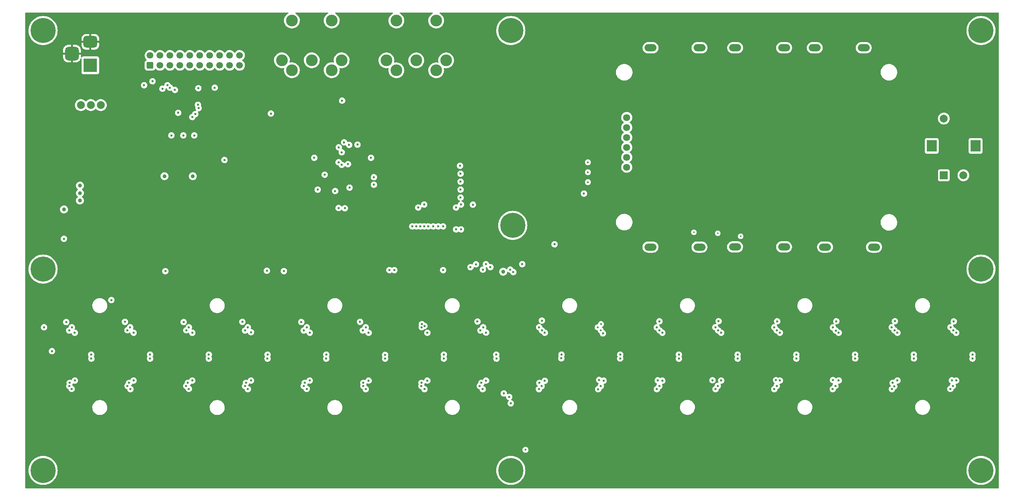
<source format=gbr>
%TF.GenerationSoftware,KiCad,Pcbnew,6.0.1-79c1e3a40b~116~ubuntu20.04.1*%
%TF.CreationDate,2022-02-10T02:08:20+00:00*%
%TF.ProjectId,BassStation_Sequencer_MidiInterface,42617373-5374-4617-9469-6f6e5f536571,B*%
%TF.SameCoordinates,Original*%
%TF.FileFunction,Copper,L3,Inr*%
%TF.FilePolarity,Positive*%
%FSLAX46Y46*%
G04 Gerber Fmt 4.6, Leading zero omitted, Abs format (unit mm)*
G04 Created by KiCad (PCBNEW 6.0.1-79c1e3a40b~116~ubuntu20.04.1) date 2022-02-10 02:08:20*
%MOMM*%
%LPD*%
G01*
G04 APERTURE LIST*
G04 Aperture macros list*
%AMRoundRect*
0 Rectangle with rounded corners*
0 $1 Rounding radius*
0 $2 $3 $4 $5 $6 $7 $8 $9 X,Y pos of 4 corners*
0 Add a 4 corners polygon primitive as box body*
4,1,4,$2,$3,$4,$5,$6,$7,$8,$9,$2,$3,0*
0 Add four circle primitives for the rounded corners*
1,1,$1+$1,$2,$3*
1,1,$1+$1,$4,$5*
1,1,$1+$1,$6,$7*
1,1,$1+$1,$8,$9*
0 Add four rect primitives between the rounded corners*
20,1,$1+$1,$2,$3,$4,$5,0*
20,1,$1+$1,$4,$5,$6,$7,0*
20,1,$1+$1,$6,$7,$8,$9,0*
20,1,$1+$1,$8,$9,$2,$3,0*%
G04 Aperture macros list end*
%TA.AperFunction,ComponentPad*%
%ADD10C,0.800000*%
%TD*%
%TA.AperFunction,ComponentPad*%
%ADD11C,6.400000*%
%TD*%
%TA.AperFunction,ComponentPad*%
%ADD12C,3.000000*%
%TD*%
%TA.AperFunction,ComponentPad*%
%ADD13RoundRect,0.250000X0.600000X-0.600000X0.600000X0.600000X-0.600000X0.600000X-0.600000X-0.600000X0*%
%TD*%
%TA.AperFunction,ComponentPad*%
%ADD14C,1.700000*%
%TD*%
%TA.AperFunction,ComponentPad*%
%ADD15R,3.500000X3.500000*%
%TD*%
%TA.AperFunction,ComponentPad*%
%ADD16RoundRect,0.750000X-1.000000X0.750000X-1.000000X-0.750000X1.000000X-0.750000X1.000000X0.750000X0*%
%TD*%
%TA.AperFunction,ComponentPad*%
%ADD17RoundRect,0.875000X-0.875000X0.875000X-0.875000X-0.875000X0.875000X-0.875000X0.875000X0.875000X0*%
%TD*%
%TA.AperFunction,ComponentPad*%
%ADD18R,1.800000X1.800000*%
%TD*%
%TA.AperFunction,ComponentPad*%
%ADD19C,1.800000*%
%TD*%
%TA.AperFunction,ComponentPad*%
%ADD20C,2.000000*%
%TD*%
%TA.AperFunction,ComponentPad*%
%ADD21O,3.048000X1.850000*%
%TD*%
%TA.AperFunction,ComponentPad*%
%ADD22R,2.000000X2.000000*%
%TD*%
%TA.AperFunction,ComponentPad*%
%ADD23R,2.500000X3.000000*%
%TD*%
%TA.AperFunction,ComponentPad*%
%ADD24C,0.500000*%
%TD*%
%TA.AperFunction,ViaPad*%
%ADD25C,0.500000*%
%TD*%
%TA.AperFunction,ViaPad*%
%ADD26C,0.400000*%
%TD*%
%TA.AperFunction,ViaPad*%
%ADD27C,1.000000*%
%TD*%
%TA.AperFunction,ViaPad*%
%ADD28C,0.600000*%
%TD*%
G04 APERTURE END LIST*
D10*
%TO.N,N/C*%
%TO.C,REF\u002A\u002A*%
X327452056Y-102027056D03*
X324057944Y-98632944D03*
X327452056Y-98632944D03*
D11*
X325755000Y-100330000D03*
D10*
X323355000Y-100330000D03*
X325755000Y-97930000D03*
X324057944Y-102027056D03*
X328155000Y-100330000D03*
X325755000Y-102730000D03*
%TD*%
%TO.N,N/C*%
%TO.C,REF\u002A\u002A*%
X207437056Y-214422056D03*
X203340000Y-212725000D03*
X208140000Y-212725000D03*
X204042944Y-214422056D03*
X205740000Y-215125000D03*
X207437056Y-211027944D03*
X204042944Y-211027944D03*
D11*
X205740000Y-212725000D03*
D10*
X205740000Y-210325000D03*
%TD*%
D12*
%TO.N,unconnected-(J2-Pad1)*%
%TO.C,J2*%
X173990000Y-107950000D03*
%TO.N,unconnected-(J2-Pad2)*%
X181610000Y-107950000D03*
%TO.N,unconnected-(J2-Pad3)*%
X189230000Y-107950000D03*
%TO.N,Net-(J2-Pad4)*%
X176530000Y-110490000D03*
%TO.N,Net-(J2-Pad5)*%
X186690000Y-110490000D03*
%TO.N,N/C*%
X176530000Y-97790000D03*
X186690000Y-97790000D03*
%TD*%
D13*
%TO.N,unconnected-(J4-Pad1)*%
%TO.C,J4*%
X113665000Y-109220000D03*
D14*
%TO.N,/CrossPoint Output Switching/X0*%
X113665000Y-106680000D03*
%TO.N,unconnected-(J4-Pad3)*%
X116205000Y-109220000D03*
%TO.N,/CrossPoint Output Switching/X1*%
X116205000Y-106680000D03*
%TO.N,/CrossPoint Output Switching/Y0*%
X118745000Y-109220000D03*
%TO.N,/CrossPoint Output Switching/X2*%
X118745000Y-106680000D03*
%TO.N,/CrossPoint Output Switching/Y1*%
X121285000Y-109220000D03*
%TO.N,/CrossPoint Output Switching/X3*%
X121285000Y-106680000D03*
%TO.N,/CrossPoint Output Switching/Y2*%
X123825000Y-109220000D03*
%TO.N,/CrossPoint Output Switching/X4*%
X123825000Y-106680000D03*
%TO.N,/CrossPoint Output Switching/Y3*%
X126365000Y-109220000D03*
%TO.N,/CrossPoint Output Switching/X5*%
X126365000Y-106680000D03*
%TO.N,/CrossPoint Output Switching/Y4*%
X128905000Y-109220000D03*
%TO.N,/CrossPoint Output Switching/X6*%
X128905000Y-106680000D03*
%TO.N,/CrossPoint Output Switching/Y5*%
X131445000Y-109220000D03*
%TO.N,/CrossPoint Output Switching/X7*%
X131445000Y-106680000D03*
%TO.N,/CrossPoint Output Switching/Y6*%
X133985000Y-109220000D03*
%TO.N,unconnected-(J4-Pad18)*%
X133985000Y-106680000D03*
%TO.N,/CrossPoint Output Switching/Y7*%
X136525000Y-109220000D03*
%TO.N,unconnected-(J4-Pad20)*%
X136525000Y-106680000D03*
%TD*%
D15*
%TO.N,Net-(J5-Pad1)*%
%TO.C,J5*%
X98425000Y-109220000D03*
D16*
%TO.N,GND*%
X98425000Y-103220000D03*
D17*
X93725000Y-106220000D03*
%TD*%
D18*
%TO.N,GND*%
%TO.C,J8*%
X235331000Y-137795000D03*
D19*
%TO.N,/OLED_Display/+3.3V_OLED*%
X235331000Y-135255000D03*
%TO.N,/MCU/SPI1_SCK*%
X235331000Y-132715000D03*
%TO.N,/MCU/SPI1_MOSI*%
X235331000Y-130175000D03*
%TO.N,/MCU/SPI1_RESET*%
X235331000Y-127635000D03*
%TO.N,/MCU/SPI1_DC*%
X235331000Y-125095000D03*
%TO.N,unconnected-(J8-Pad7)*%
X235331000Y-122555000D03*
%TD*%
D10*
%TO.N,N/C*%
%TO.C,REF\u002A\u002A*%
X325755000Y-163690000D03*
D11*
X325755000Y-161290000D03*
D10*
X327452056Y-159592944D03*
X323355000Y-161290000D03*
X324057944Y-162987056D03*
X327452056Y-162987056D03*
X324057944Y-159592944D03*
X328155000Y-161290000D03*
X325755000Y-158890000D03*
%TD*%
D20*
%TO.N,/PSU/PMOSReversePolarityProtection/VIN*%
%TO.C,SW3*%
X96012000Y-119380000D03*
%TO.N,Net-(J5-Pad1)*%
X98552000Y-119380000D03*
%TO.N,unconnected-(SW3-Pad3)*%
X101092000Y-119380000D03*
%TD*%
D10*
%TO.N,N/C*%
%TO.C,REF\u002A\u002A*%
X327452056Y-211027944D03*
D11*
X325755000Y-212725000D03*
D10*
X325755000Y-215125000D03*
X328155000Y-212725000D03*
X327452056Y-214422056D03*
X324057944Y-211027944D03*
X325755000Y-210325000D03*
X324057944Y-214422056D03*
X323355000Y-212725000D03*
%TD*%
%TO.N,N/C*%
%TO.C,REF\u002A\u002A*%
X207945056Y-148416944D03*
X204550944Y-151811056D03*
X203848000Y-150114000D03*
X206248000Y-152514000D03*
D11*
X206248000Y-150114000D03*
D10*
X206248000Y-147714000D03*
X207945056Y-151811056D03*
X204550944Y-148416944D03*
X208648000Y-150114000D03*
%TD*%
D21*
%TO.N,GND*%
%TO.C,SW5*%
X253890000Y-160655000D03*
X241390000Y-160655000D03*
%TO.N,/Input Keyscan and RGB LED Driver/ADP5587_SW6*%
X241390000Y-155655000D03*
X253890000Y-155655000D03*
%TD*%
D10*
%TO.N,N/C*%
%TO.C,REF\u002A\u002A*%
X88057056Y-162987056D03*
X86360000Y-163690000D03*
X84662944Y-162987056D03*
X88057056Y-159592944D03*
D11*
X86360000Y-161290000D03*
D10*
X83960000Y-161290000D03*
X84662944Y-159592944D03*
X86360000Y-158890000D03*
X88760000Y-161290000D03*
%TD*%
D21*
%TO.N,GND*%
%TO.C,SW9*%
X298450000Y-160655000D03*
X285950000Y-160655000D03*
%TO.N,/Input Keyscan and RGB LED Driver/ADP5587_SW4*%
X298450000Y-155655000D03*
X285950000Y-155655000D03*
%TD*%
%TO.N,GND*%
%TO.C,SW10*%
X275480000Y-160615000D03*
X262980000Y-160615000D03*
%TO.N,/Input Keyscan and RGB LED Driver/ADP5587_SW5*%
X262980000Y-155615000D03*
X275480000Y-155615000D03*
%TD*%
D10*
%TO.N,N/C*%
%TO.C,REF\u002A\u002A*%
X84662944Y-102027056D03*
D11*
X86360000Y-100330000D03*
D10*
X88057056Y-102027056D03*
X86360000Y-97930000D03*
X88760000Y-100330000D03*
X88057056Y-98632944D03*
X86360000Y-102730000D03*
X84662944Y-98632944D03*
X83960000Y-100330000D03*
%TD*%
D21*
%TO.N,GND*%
%TO.C,SW8*%
X295820000Y-99735000D03*
X283320000Y-99735000D03*
%TO.N,/Input Keyscan and RGB LED Driver/ADP5587_SW3*%
X295820000Y-104735000D03*
X283320000Y-104735000D03*
%TD*%
D12*
%TO.N,unconnected-(J1-Pad1)*%
%TO.C,J1*%
X147330000Y-107930000D03*
%TO.N,unconnected-(J1-Pad2)*%
X154950000Y-107930000D03*
%TO.N,unconnected-(J1-Pad3)*%
X162570000Y-107930000D03*
%TO.N,Net-(J1-Pad4)*%
X149870000Y-110470000D03*
%TO.N,Net-(D2-Pad2)*%
X160030000Y-110470000D03*
%TO.N,N/C*%
X160030000Y-97770000D03*
X149870000Y-97770000D03*
%TD*%
D21*
%TO.N,GND*%
%TO.C,SW6*%
X263000000Y-99735000D03*
X275500000Y-99735000D03*
%TO.N,/Input Keyscan and RGB LED Driver/ADP5587_SW2*%
X275500000Y-104735000D03*
X263000000Y-104735000D03*
%TD*%
D22*
%TO.N,/MCU/TIM1_CH1*%
%TO.C,SW1*%
X316270000Y-137314000D03*
D20*
%TO.N,/MCU/TIM1_CH2*%
X321270000Y-137314000D03*
%TO.N,GND*%
X318770000Y-137314000D03*
D23*
%TO.N,N/C*%
X324370000Y-129814000D03*
X313170000Y-129814000D03*
D20*
%TO.N,/MCU/TIM1_SW*%
X316270000Y-122814000D03*
%TO.N,GND*%
X321270000Y-122814000D03*
%TD*%
D10*
%TO.N,N/C*%
%TO.C,REF\u002A\u002A*%
X205740000Y-97930000D03*
X204042944Y-102027056D03*
X205740000Y-102730000D03*
X208140000Y-100330000D03*
X207437056Y-98632944D03*
D11*
X205740000Y-100330000D03*
D10*
X204042944Y-98632944D03*
X203340000Y-100330000D03*
X207437056Y-102027056D03*
%TD*%
D21*
%TO.N,GND*%
%TO.C,SW4*%
X241410000Y-99735000D03*
X253910000Y-99735000D03*
%TO.N,/Input Keyscan and RGB LED Driver/ADP5587_SW1*%
X253910000Y-104735000D03*
X241410000Y-104735000D03*
%TD*%
D10*
%TO.N,N/C*%
%TO.C,REF\u002A\u002A*%
X84662944Y-214422056D03*
X84662944Y-211027944D03*
D11*
X86360000Y-212725000D03*
D10*
X83960000Y-212725000D03*
X88760000Y-212725000D03*
X88057056Y-211027944D03*
X88057056Y-214422056D03*
X86360000Y-210325000D03*
X86360000Y-215125000D03*
%TD*%
D24*
%TO.N,GND*%
%TO.C,U34*%
X123364500Y-118538500D03*
X122364500Y-116538500D03*
X121364500Y-117538500D03*
X123364500Y-116538500D03*
X122364500Y-118538500D03*
X122364500Y-117538500D03*
X121364500Y-118538500D03*
X123364500Y-117538500D03*
X121364500Y-116538500D03*
%TD*%
D25*
%TO.N,/MCU/SPI1_SCK*%
X225425000Y-139065000D03*
%TO.N,/MCU/SPI1_MOSI*%
X225425000Y-136525000D03*
%TO.N,/MCU/SPI1_RESET*%
X225425000Y-133985000D03*
%TO.N,GND*%
X228219000Y-143256000D03*
X227838000Y-135255000D03*
X227838000Y-137668000D03*
X227838000Y-140716000D03*
X135890000Y-124841000D03*
%TO.N,Net-(TP16-Pad1)*%
X209485000Y-207461000D03*
%TO.N,GND*%
X166878000Y-150368000D03*
X166878000Y-152654000D03*
X166878000Y-154940000D03*
X166878000Y-157226000D03*
D26*
X175260000Y-144780000D03*
X175260000Y-140970000D03*
X175260000Y-137160000D03*
D27*
%TO.N,Net-(C3-Pad2)*%
X91694000Y-146050000D03*
D28*
X91694000Y-153543000D03*
%TO.N,+5V*%
X144526000Y-121539000D03*
X125885000Y-119288500D03*
X132651501Y-133413501D03*
%TO.N,+3V3*%
X124968000Y-127127000D03*
X119126000Y-127127000D03*
X170053000Y-132842000D03*
X163382600Y-145735400D03*
X126047500Y-120141996D03*
X192913000Y-136906000D03*
X164182600Y-134464600D03*
X122174000Y-127127000D03*
X216916000Y-154940000D03*
X196072000Y-144827500D03*
X155575000Y-132842000D03*
%TO.N,Net-(D2-Pad1)*%
X162690000Y-118240000D03*
D27*
%TO.N,/Input Keyscan and RGB LED Driver/TLC5955_VIN1*%
X95758000Y-139954000D03*
X95758000Y-141859000D03*
D28*
X109448600Y-189763400D03*
X199428100Y-189776100D03*
X214414100Y-189826900D03*
X319430400Y-189763400D03*
X289433000Y-177545976D03*
X154406600Y-189763400D03*
X289433000Y-189738000D03*
X109474000Y-177546000D03*
X274421600Y-189763400D03*
X244424200Y-177546000D03*
X169443400Y-177546000D03*
X184442100Y-189776100D03*
X229250000Y-177700000D03*
X184429400Y-177546000D03*
X169456100Y-189776100D03*
X94462600Y-189763400D03*
D27*
X203809600Y-161950400D03*
D28*
X124434600Y-189763400D03*
X319430400Y-177546000D03*
X304419000Y-189738000D03*
X214426800Y-177546000D03*
X205333600Y-193954400D03*
X94437200Y-177546000D03*
X229438200Y-189788800D03*
X304419000Y-177545992D03*
X199440800Y-177520600D03*
X124434600Y-177546000D03*
X259435600Y-189763400D03*
X154432000Y-177546000D03*
X259435600Y-177546000D03*
D27*
X95758000Y-143764000D03*
D28*
X139420600Y-189763400D03*
X274421600Y-177546000D03*
X244424200Y-189788800D03*
X139446000Y-177419000D03*
D27*
%TO.N,GND*%
X92202000Y-121412000D03*
D28*
X99568000Y-157988000D03*
D27*
X144780000Y-210820000D03*
X119380000Y-154940000D03*
D28*
X207010000Y-199390000D03*
D27*
X302260000Y-129540000D03*
X106299000Y-159385000D03*
X129540000Y-165100000D03*
X236474000Y-197612000D03*
X251460000Y-119380000D03*
X287020000Y-200660000D03*
D28*
X141478000Y-148844000D03*
D27*
X251460000Y-129540000D03*
D28*
X204470000Y-167005000D03*
D27*
X99060000Y-165100000D03*
X109220000Y-152019000D03*
X241300000Y-119380000D03*
D28*
X135636018Y-117094000D03*
D27*
X327660000Y-109220000D03*
X200660000Y-99060000D03*
D28*
X207010000Y-198120000D03*
D27*
X266700000Y-210820000D03*
D26*
X191400000Y-135000000D03*
D27*
X149860000Y-154940000D03*
X261620000Y-119380000D03*
X96139000Y-148209000D03*
D28*
X191135000Y-125857000D03*
X204470000Y-196850000D03*
D27*
X251460000Y-109220000D03*
X104140000Y-124460000D03*
D28*
X140589000Y-137160000D03*
D27*
X327660000Y-180340000D03*
X327660000Y-190500000D03*
X261620000Y-129540000D03*
X250698000Y-185420000D03*
X170180000Y-99060000D03*
D28*
X204470000Y-169545000D03*
D27*
X180340000Y-99060000D03*
D28*
X207010000Y-170815000D03*
X128841500Y-119316500D03*
X128841500Y-117094000D03*
X205740000Y-170815000D03*
D27*
X126746000Y-141351000D03*
X115570000Y-144018000D03*
X131445000Y-141351000D03*
X235712000Y-185420000D03*
X134620000Y-104140000D03*
X327660000Y-119380000D03*
D28*
X205740000Y-168275000D03*
X201930000Y-119888000D03*
X205740000Y-199390000D03*
D27*
X297180000Y-200660000D03*
X322580000Y-154940000D03*
X165100000Y-114300000D03*
X83820000Y-104140000D03*
X115570000Y-148082000D03*
D28*
X205740000Y-198120000D03*
X142246790Y-145095000D03*
D27*
X114300000Y-129540000D03*
X124460000Y-210820000D03*
X281940000Y-109220000D03*
D28*
X201930000Y-126111000D03*
X104124000Y-129016000D03*
D27*
X307340000Y-210820000D03*
X310642000Y-185420000D03*
X93980000Y-210820000D03*
X271780000Y-129540000D03*
X302260000Y-119380000D03*
X271780000Y-109220000D03*
X134620000Y-200660000D03*
X266700000Y-200025000D03*
D28*
X178120000Y-119949000D03*
X207010000Y-165735000D03*
D27*
X134620000Y-210820000D03*
X83820000Y-200660000D03*
X165100000Y-104140000D03*
X175260000Y-104140000D03*
X139700000Y-109220000D03*
X83820000Y-154940000D03*
D28*
X204470000Y-168275000D03*
X207010000Y-167005000D03*
X205740000Y-201930000D03*
D27*
X129540000Y-134620000D03*
D26*
X190200000Y-135000000D03*
D28*
X201930000Y-124460000D03*
D27*
X83820000Y-114300000D03*
D28*
X200025000Y-126111000D03*
D27*
X276860000Y-210820000D03*
D28*
X195300600Y-136906000D03*
X209550000Y-130513500D03*
D27*
X104140000Y-200660000D03*
X246380000Y-210820000D03*
X171196000Y-169926000D03*
D28*
X207010000Y-196850000D03*
X207010000Y-200660000D03*
D27*
X327660000Y-200660000D03*
D28*
X204470000Y-201930000D03*
D27*
X124460000Y-104140000D03*
D28*
X205740000Y-196850000D03*
D27*
X190500000Y-99060000D03*
X139700000Y-99060000D03*
D28*
X198120000Y-124460000D03*
D27*
X292100000Y-119380000D03*
D28*
X146558000Y-137160000D03*
X164182600Y-143284400D03*
X146558000Y-140970000D03*
X115400000Y-139362000D03*
X204470000Y-198120000D03*
D27*
X261620000Y-109220000D03*
X154940000Y-104140000D03*
X129540000Y-154940000D03*
X152400000Y-127000000D03*
X96139000Y-150749000D03*
X118872000Y-142748000D03*
D28*
X207010000Y-168275000D03*
X201930000Y-121666000D03*
D27*
X83820000Y-134620000D03*
X96139000Y-153416000D03*
X327660000Y-170180000D03*
D28*
X207010000Y-201930000D03*
X204470000Y-200660000D03*
D27*
X165100000Y-210820000D03*
X113792000Y-169164000D03*
D28*
X198120000Y-121666000D03*
D27*
X327660000Y-149860000D03*
D28*
X205740000Y-169545000D03*
D27*
X292100000Y-129540000D03*
X256540000Y-210820000D03*
X281940000Y-119380000D03*
X297180000Y-210820000D03*
D28*
X205740000Y-165735000D03*
D27*
X185420000Y-210820000D03*
D28*
X200025000Y-121666000D03*
X205740000Y-167005000D03*
X207010000Y-169545000D03*
D27*
X195580000Y-210820000D03*
X220726000Y-185420000D03*
X83820000Y-190500000D03*
X276860000Y-200660000D03*
X181610000Y-112395000D03*
X104140000Y-210820000D03*
X123825000Y-141351000D03*
X83820000Y-144780000D03*
X236220000Y-210820000D03*
X163322000Y-124968000D03*
X265684000Y-185420000D03*
X317500000Y-210820000D03*
X281940000Y-129540000D03*
X175260000Y-210820000D03*
X154940000Y-210820000D03*
D28*
X204470000Y-170815000D03*
D27*
X119380000Y-165100000D03*
X109220000Y-144780000D03*
X280670000Y-185420000D03*
D28*
X204470000Y-199390000D03*
D27*
X83820000Y-124460000D03*
X109220000Y-99060000D03*
X292100000Y-109220000D03*
D28*
X204470000Y-165735000D03*
D27*
X121285000Y-141351000D03*
X93980000Y-200660000D03*
D28*
X205740000Y-200660000D03*
X92644000Y-156753600D03*
D27*
X271780000Y-119380000D03*
X104140000Y-104140000D03*
X226060000Y-197866000D03*
X241300000Y-129540000D03*
D28*
X200025000Y-119888000D03*
D27*
X317500000Y-200660000D03*
X139700000Y-154940000D03*
X256540000Y-200025000D03*
X287020000Y-210820000D03*
D28*
X138938000Y-148844000D03*
D27*
X226060000Y-210820000D03*
X109220000Y-137668000D03*
X327660000Y-139700000D03*
X104140000Y-114300000D03*
X124460000Y-200660000D03*
X119380000Y-99060000D03*
X114300000Y-210820000D03*
D26*
X190800000Y-135650000D03*
D28*
X200025000Y-124460000D03*
D27*
X109220000Y-109220000D03*
D28*
X198120000Y-119888000D03*
D27*
X144780000Y-104140000D03*
X185420000Y-104140000D03*
X129540000Y-99060000D03*
D28*
X198120000Y-126111000D03*
D27*
X179578000Y-169926000D03*
X295656000Y-185420000D03*
X327660000Y-129540000D03*
X114300000Y-104140000D03*
X93980000Y-114300000D03*
X173736000Y-126238000D03*
X308356000Y-140462000D03*
X246380000Y-198628000D03*
X307340000Y-200660000D03*
X312420000Y-99060000D03*
%TO.N,Net-(C17-Pad2)*%
X124587000Y-137541000D03*
X117348000Y-137541000D03*
D28*
%TO.N,/CrossPoint Output Switching/X7*%
X130175000Y-114935000D03*
%TO.N,/CrossPoint Output Switching/X6*%
X125984000Y-115062000D03*
%TO.N,/CrossPoint Output Switching/X5*%
X119999831Y-115487010D03*
%TO.N,/CrossPoint Output Switching/X4*%
X118745000Y-114935000D03*
%TO.N,/CrossPoint Output Switching/X3*%
X118110000Y-114300000D03*
%TO.N,/CrossPoint Output Switching/X2*%
X116840000Y-115189000D03*
%TO.N,/CrossPoint Output Switching/X1*%
X114300000Y-113284000D03*
%TO.N,/CrossPoint Output Switching/X0*%
X112141000Y-114300000D03*
%TO.N,/MCU/SWDCLK*%
X158242000Y-137160000D03*
%TO.N,/MCU/NRST*%
X164592000Y-140462000D03*
X156464000Y-140970000D03*
%TO.N,/MCU/SPI1_DC*%
X224409000Y-141986000D03*
%TO.N,/Input Keyscan and RGB LED Driver/ADP5587_RST*%
X192785992Y-134874000D03*
%TO.N,/Input Keyscan and RGB LED Driver/ADP5587_INT*%
X192913000Y-143002000D03*
%TO.N,/Input Keyscan and RGB LED Driver/ADP5587_SCL*%
X192912998Y-140970000D03*
%TO.N,/Input Keyscan and RGB LED Driver/ADP5587_SDA*%
X170794800Y-137815200D03*
X170794800Y-139720200D03*
X192913000Y-138938000D03*
%TO.N,Net-(R21-Pad2)*%
X120840500Y-121348500D03*
%TO.N,/MCU/TIM1_CH1*%
X164465000Y-129540000D03*
%TO.N,/MCU/TIM1_CH2*%
X163195000Y-128905000D03*
%TO.N,/MCU/TIM1_SW*%
X166624000Y-129482675D03*
%TO.N,/Input Keyscan and RGB LED Driver/KEY_C0*%
X202095104Y-184150000D03*
X143637000Y-184150000D03*
X98679000Y-184150000D03*
X188658504Y-184149999D03*
X88620600Y-182257700D03*
X173672500Y-184150000D03*
X113665000Y-184150000D03*
X158623000Y-184150000D03*
X128651000Y-184150000D03*
%TO.N,/Input Keyscan and RGB LED Driver/KEY_C1*%
X193040000Y-151130000D03*
X193040000Y-144780000D03*
X293649400Y-184124600D03*
X233654600Y-184124600D03*
X218630500Y-184086500D03*
X323594439Y-184148439D03*
X308635400Y-184124600D03*
X263652000Y-184150000D03*
X248640600Y-184175400D03*
X278638000Y-184150000D03*
X183642000Y-144780000D03*
%TO.N,/Input Keyscan and RGB LED Driver/KEY_C2*%
X173659800Y-183210200D03*
X202031600Y-183134000D03*
X128651000Y-183134000D03*
X98640900Y-183134000D03*
X113665000Y-183134000D03*
X158648400Y-183134000D03*
X188645800Y-183134000D03*
X143662400Y-183134000D03*
%TO.N,/Input Keyscan and RGB LED Driver/KEY_C3*%
X308610000Y-183134000D03*
X191770000Y-151130000D03*
X263652000Y-183134000D03*
X323596000Y-183134000D03*
X182118000Y-145542000D03*
X248640600Y-183134000D03*
X278638000Y-183134000D03*
X191770000Y-145542000D03*
X293624000Y-183134000D03*
X218694000Y-183134000D03*
X233680000Y-183134000D03*
%TO.N,/Input Keyscan and RGB LED Driver/KEY_R0*%
X180594000Y-150368000D03*
X86614000Y-176149000D03*
%TO.N,/Input Keyscan and RGB LED Driver/KEY_R1*%
X103797100Y-169202100D03*
X181610000Y-150368000D03*
%TO.N,/Input Keyscan and RGB LED Driver/KEY_R2*%
X182626000Y-150368000D03*
X117570250Y-161829750D03*
%TO.N,/Input Keyscan and RGB LED Driver/KEY_R3*%
X183642000Y-150368000D03*
X143478250Y-161702750D03*
%TO.N,/Input Keyscan and RGB LED Driver/KEY_R4*%
X147828000Y-161798000D03*
X184658000Y-150368000D03*
%TO.N,/Input Keyscan and RGB LED Driver/KEY_R5*%
X185928000Y-150368000D03*
X174752000Y-161544000D03*
%TO.N,/Input Keyscan and RGB LED Driver/KEY_R6*%
X176022000Y-161544002D03*
X187198000Y-150368000D03*
%TO.N,/Input Keyscan and RGB LED Driver/KEY_R7*%
X188468000Y-150368000D03*
X188467998Y-161544000D03*
%TO.N,/CrossPoint Output Switching/ADG2188_SDA*%
X161798000Y-133985000D03*
X125222000Y-121666000D03*
X161836278Y-130175000D03*
%TO.N,/CrossPoint Output Switching/ADG2188_SCL*%
X162582600Y-131445000D03*
X162582600Y-134642600D03*
X124460000Y-122427994D03*
%TO.N,/Input Keyscan and RGB LED Driver/TLC5955_SCLK*%
X200533000Y-160782000D03*
X205613000Y-161417000D03*
X195443977Y-160791023D03*
%TO.N,/Input Keyscan and RGB LED Driver/TLC5955_GSCLK*%
X161798000Y-145669000D03*
X160909000Y-141351000D03*
X198628000Y-161417000D03*
X203962000Y-193040000D03*
%TO.N,/Input Keyscan and RGB LED Driver/TLC5955_SIN*%
X205740000Y-195580000D03*
%TO.N,/Input Keyscan and RGB LED Driver/TLC5955_LAT*%
X199390000Y-160020000D03*
X206375000Y-162052006D03*
X196850000Y-160064010D03*
%TO.N,/Input Keyscan and RGB LED Driver/LEDRK1*%
X93662500Y-191897000D03*
%TO.N,/Input Keyscan and RGB LED Driver/LEDGK1*%
X93065598Y-191160400D03*
%TO.N,/Input Keyscan and RGB LED Driver/LEDBK1*%
X93141802Y-190360300D03*
%TO.N,/Input Keyscan and RGB LED Driver/LEDRK2*%
X108648500Y-191960500D03*
%TO.N,/Input Keyscan and RGB LED Driver/LEDGK2*%
X107911898Y-191160400D03*
%TO.N,/Input Keyscan and RGB LED Driver/LEDBK2*%
X108305572Y-190360284D03*
%TO.N,/Input Keyscan and RGB LED Driver/LEDRK3*%
X123571000Y-191897000D03*
%TO.N,/Input Keyscan and RGB LED Driver/LEDGK3*%
X122897898Y-191160400D03*
%TO.N,/Input Keyscan and RGB LED Driver/LEDBK3*%
X123304288Y-190360288D03*
%TO.N,/Input Keyscan and RGB LED Driver/LEDRK4*%
X138620500Y-191960500D03*
%TO.N,/Input Keyscan and RGB LED Driver/LEDGK4*%
X137896598Y-191160400D03*
%TO.N,/Input Keyscan and RGB LED Driver/LEDBK4*%
X138163291Y-190360291D03*
%TO.N,/Input Keyscan and RGB LED Driver/LEDRK5*%
X153670000Y-191897000D03*
%TO.N,/Input Keyscan and RGB LED Driver/LEDGK5*%
X152882600Y-191160400D03*
%TO.N,/Input Keyscan and RGB LED Driver/LEDBK5*%
X153149293Y-190360293D03*
%TO.N,/Input Keyscan and RGB LED Driver/LEDRK6*%
X168729082Y-191960500D03*
%TO.N,/Input Keyscan and RGB LED Driver/LEDGK6*%
X168109898Y-191160400D03*
%TO.N,/Input Keyscan and RGB LED Driver/LEDBK6*%
X168109900Y-190360300D03*
%TO.N,/Input Keyscan and RGB LED Driver/LEDRK7*%
X183715088Y-191960483D03*
%TO.N,/Input Keyscan and RGB LED Driver/LEDGK7*%
X182918096Y-191160400D03*
%TO.N,/Input Keyscan and RGB LED Driver/LEDBK7*%
X182956198Y-190360300D03*
%TO.N,/Input Keyscan and RGB LED Driver/LEDRK8*%
X198564500Y-191960500D03*
%TO.N,/Input Keyscan and RGB LED Driver/LEDGK8*%
X197827900Y-191160400D03*
%TO.N,/Input Keyscan and RGB LED Driver/LEDBK8*%
X198234312Y-190360312D03*
%TO.N,/Input Keyscan and RGB LED Driver/LEDRK9*%
X212915500Y-191960500D03*
%TO.N,/Input Keyscan and RGB LED Driver/LEDGK9*%
X213614000Y-191198500D03*
%TO.N,/Input Keyscan and RGB LED Driver/LEDBK9*%
X213029800Y-190360300D03*
%TO.N,/Input Keyscan and RGB LED Driver/LEDRK10*%
X228041200Y-191973200D03*
%TO.N,/Input Keyscan and RGB LED Driver/LEDGK10*%
X228711175Y-191160400D03*
%TO.N,/Input Keyscan and RGB LED Driver/LEDBK10*%
X228295198Y-189611000D03*
%TO.N,/Input Keyscan and RGB LED Driver/LEDRK11*%
X243014500Y-191960494D03*
%TO.N,/Input Keyscan and RGB LED Driver/LEDGK11*%
X243649500Y-191160400D03*
%TO.N,/Input Keyscan and RGB LED Driver/LEDBK11*%
X243255796Y-189712600D03*
%TO.N,/Input Keyscan and RGB LED Driver/LEDRK12*%
X257994990Y-191960500D03*
%TO.N,/Input Keyscan and RGB LED Driver/LEDGK12*%
X258572000Y-191135000D03*
%TO.N,/Input Keyscan and RGB LED Driver/LEDBK12*%
X257225800Y-189687200D03*
%TO.N,/Input Keyscan and RGB LED Driver/LEDRK13*%
X272986506Y-191960500D03*
%TO.N,/Input Keyscan and RGB LED Driver/LEDGK13*%
X273621500Y-191135000D03*
%TO.N,/Input Keyscan and RGB LED Driver/LEDBK13*%
X273431000Y-189661800D03*
%TO.N,/Input Keyscan and RGB LED Driver/LEDRK14*%
X287909000Y-191960500D03*
%TO.N,/Input Keyscan and RGB LED Driver/LEDGK14*%
X288607496Y-191135000D03*
%TO.N,/Input Keyscan and RGB LED Driver/LEDBK14*%
X287959798Y-189636400D03*
%TO.N,/Input Keyscan and RGB LED Driver/LEDRK15*%
X303022000Y-191960500D03*
%TO.N,/Input Keyscan and RGB LED Driver/LEDGK15*%
X303628231Y-191240512D03*
%TO.N,/Input Keyscan and RGB LED Driver/LEDBK15*%
X303199800Y-190347596D03*
%TO.N,/Input Keyscan and RGB LED Driver/LEDRK16*%
X317938990Y-191897000D03*
%TO.N,/Input Keyscan and RGB LED Driver/LEDGK16*%
X318579500Y-191135000D03*
%TO.N,/Input Keyscan and RGB LED Driver/LEDBK16*%
X318338200Y-189712600D03*
%TO.N,/Input Keyscan and RGB LED Driver/LEDRK17*%
X93027500Y-176974500D03*
%TO.N,/Input Keyscan and RGB LED Driver/LEDGK17*%
X93710188Y-176149000D03*
%TO.N,/Input Keyscan and RGB LED Driver/LEDBK17*%
X92265502Y-174815500D03*
%TO.N,/Input Keyscan and RGB LED Driver/LEDRK18*%
X107886500Y-176911000D03*
%TO.N,/Input Keyscan and RGB LED Driver/LEDGK18*%
X108590510Y-176149000D03*
%TO.N,/Input Keyscan and RGB LED Driver/LEDBK18*%
X107251498Y-174752000D03*
%TO.N,/Input Keyscan and RGB LED Driver/LEDRK19*%
X122931597Y-176917478D03*
%TO.N,/Input Keyscan and RGB LED Driver/LEDGK19*%
X123570986Y-176149000D03*
%TO.N,/Input Keyscan and RGB LED Driver/LEDBK19*%
X122237502Y-174815500D03*
%TO.N,/Input Keyscan and RGB LED Driver/LEDRK20*%
X137922000Y-176974500D03*
%TO.N,/Input Keyscan and RGB LED Driver/LEDGK20*%
X138620500Y-176149000D03*
%TO.N,/Input Keyscan and RGB LED Driver/LEDBK20*%
X137223498Y-174752000D03*
%TO.N,/Input Keyscan and RGB LED Driver/LEDRK21*%
X152908000Y-176974500D03*
%TO.N,/Input Keyscan and RGB LED Driver/LEDGK21*%
X153670000Y-176149000D03*
%TO.N,/Input Keyscan and RGB LED Driver/LEDBK21*%
X152273000Y-174815500D03*
%TO.N,/Input Keyscan and RGB LED Driver/LEDRK22*%
X167957500Y-176974508D03*
%TO.N,/Input Keyscan and RGB LED Driver/LEDGK22*%
X168716382Y-176149000D03*
%TO.N,/Input Keyscan and RGB LED Driver/LEDBK22*%
X167259000Y-174752000D03*
%TO.N,/Input Keyscan and RGB LED Driver/LEDRK23*%
X183700000Y-175823500D03*
%TO.N,/Input Keyscan and RGB LED Driver/LEDGK23*%
X183000000Y-176149000D03*
%TO.N,/Input Keyscan and RGB LED Driver/LEDBK23*%
X183050000Y-175350000D03*
%TO.N,/Input Keyscan and RGB LED Driver/LEDRK24*%
X197993000Y-176974500D03*
%TO.N,/Input Keyscan and RGB LED Driver/LEDGK24*%
X198691500Y-176146105D03*
%TO.N,/Input Keyscan and RGB LED Driver/LEDBK24*%
X197231000Y-174688500D03*
%TO.N,/Input Keyscan and RGB LED Driver/LEDRK25*%
X213699780Y-176961800D03*
%TO.N,/Input Keyscan and RGB LED Driver/LEDGK25*%
X212979000Y-176148998D03*
%TO.N,/Input Keyscan and RGB LED Driver/LEDBK25*%
X213690202Y-174447200D03*
D25*
%TO.N,/Input Keyscan and RGB LED Driver/LEDRK26*%
X228700000Y-176950000D03*
%TO.N,/Input Keyscan and RGB LED Driver/LEDGK26*%
X227892352Y-176157648D03*
%TO.N,/Input Keyscan and RGB LED Driver/LEDBK26*%
X228750000Y-175350000D03*
D28*
%TO.N,/Input Keyscan and RGB LED Driver/LEDRK27*%
X243697178Y-176949100D03*
%TO.N,/Input Keyscan and RGB LED Driver/LEDGK27*%
X243001800Y-176174404D03*
%TO.N,/Input Keyscan and RGB LED Driver/LEDBK27*%
X243687600Y-174625000D03*
%TO.N,/Input Keyscan and RGB LED Driver/LEDRK28*%
X258673600Y-176949100D03*
%TO.N,/Input Keyscan and RGB LED Driver/LEDGK28*%
X257962400Y-176148999D03*
%TO.N,/Input Keyscan and RGB LED Driver/LEDBK28*%
X258775200Y-174599600D03*
%TO.N,/Input Keyscan and RGB LED Driver/LEDRK29*%
X273634202Y-176949100D03*
%TO.N,/Input Keyscan and RGB LED Driver/LEDGK29*%
X272999200Y-176149000D03*
%TO.N,/Input Keyscan and RGB LED Driver/LEDBK29*%
X273735800Y-174625000D03*
%TO.N,/Input Keyscan and RGB LED Driver/LEDRK30*%
X288696400Y-176987200D03*
%TO.N,/Input Keyscan and RGB LED Driver/LEDGK30*%
X287959800Y-176174400D03*
%TO.N,/Input Keyscan and RGB LED Driver/LEDBK30*%
X288823400Y-174625000D03*
%TO.N,/Input Keyscan and RGB LED Driver/LEDRK31*%
X303682400Y-176936400D03*
%TO.N,/Input Keyscan and RGB LED Driver/LEDGK31*%
X302971200Y-176148998D03*
%TO.N,/Input Keyscan and RGB LED Driver/LEDBK31*%
X303784000Y-174599600D03*
%TO.N,/Input Keyscan and RGB LED Driver/LEDRK32*%
X318693802Y-176949100D03*
%TO.N,/Input Keyscan and RGB LED Driver/LEDGK32*%
X317982600Y-176149002D03*
%TO.N,/Input Keyscan and RGB LED Driver/LEDBK32*%
X318795400Y-174650400D03*
%TO.N,Net-(TP16-Pad1)*%
X208661000Y-160020000D03*
D26*
%TO.N,/Input Keyscan and RGB LED Driver/ADP5587_SW1*%
X252476000Y-151892000D03*
%TO.N,/Input Keyscan and RGB LED Driver/ADP5587_SW2*%
X258572000Y-152146000D03*
%TO.N,/Input Keyscan and RGB LED Driver/ADP5587_SW3*%
X264414000Y-152908000D03*
%TD*%
%TA.AperFunction,Conductor*%
%TO.N,GND*%
G36*
X148932905Y-95778002D02*
G01*
X148979398Y-95831658D01*
X148989502Y-95901932D01*
X148960008Y-95966512D01*
X148929491Y-95992115D01*
X148902707Y-96008145D01*
X148724725Y-96114664D01*
X148724721Y-96114667D01*
X148721043Y-96116868D01*
X148507318Y-96288094D01*
X148318808Y-96486742D01*
X148159002Y-96709136D01*
X148030857Y-96951161D01*
X148029385Y-96955184D01*
X148029383Y-96955188D01*
X148014995Y-96994506D01*
X147936743Y-97208337D01*
X147878404Y-97475907D01*
X147856917Y-97748918D01*
X147872682Y-98022320D01*
X147873507Y-98026525D01*
X147873508Y-98026533D01*
X147877432Y-98046533D01*
X147925405Y-98291053D01*
X147926792Y-98295103D01*
X147926793Y-98295108D01*
X147947605Y-98355895D01*
X148014112Y-98550144D01*
X148137160Y-98794799D01*
X148139586Y-98798328D01*
X148139589Y-98798334D01*
X148190341Y-98872178D01*
X148292274Y-99020490D01*
X148295161Y-99023663D01*
X148295162Y-99023664D01*
X148442539Y-99185630D01*
X148476582Y-99223043D01*
X148686675Y-99398707D01*
X148690316Y-99400991D01*
X148915024Y-99541951D01*
X148915028Y-99541953D01*
X148918664Y-99544234D01*
X148986544Y-99574883D01*
X149164345Y-99655164D01*
X149164349Y-99655166D01*
X149168257Y-99656930D01*
X149172377Y-99658150D01*
X149172376Y-99658150D01*
X149426723Y-99733491D01*
X149426727Y-99733492D01*
X149430836Y-99734709D01*
X149435070Y-99735357D01*
X149435075Y-99735358D01*
X149697298Y-99775483D01*
X149697300Y-99775483D01*
X149701540Y-99776132D01*
X149840912Y-99778322D01*
X149971071Y-99780367D01*
X149971077Y-99780367D01*
X149975362Y-99780434D01*
X150247235Y-99747534D01*
X150512127Y-99678041D01*
X150516087Y-99676401D01*
X150516092Y-99676399D01*
X150638631Y-99625641D01*
X150765136Y-99573241D01*
X150967356Y-99455073D01*
X150997879Y-99437237D01*
X150997880Y-99437236D01*
X151001582Y-99435073D01*
X151217089Y-99266094D01*
X151236757Y-99245799D01*
X151385305Y-99092509D01*
X151407669Y-99069431D01*
X151410202Y-99065983D01*
X151410206Y-99065978D01*
X151567257Y-98852178D01*
X151569795Y-98848723D01*
X151588214Y-98814799D01*
X151698418Y-98611830D01*
X151698419Y-98611828D01*
X151700468Y-98608054D01*
X151752469Y-98470437D01*
X151795751Y-98355895D01*
X151795752Y-98355891D01*
X151797269Y-98351877D01*
X151822107Y-98243427D01*
X151857449Y-98089117D01*
X151857450Y-98089113D01*
X151858407Y-98084933D01*
X151882751Y-97812161D01*
X151883160Y-97773198D01*
X151883167Y-97772484D01*
X151883167Y-97772483D01*
X151883193Y-97770000D01*
X151869577Y-97570266D01*
X151864859Y-97501055D01*
X151864858Y-97501049D01*
X151864567Y-97496778D01*
X151809032Y-97228612D01*
X151717617Y-96970465D01*
X151592013Y-96727112D01*
X151582040Y-96712921D01*
X151513279Y-96615084D01*
X151434545Y-96503057D01*
X151266710Y-96322445D01*
X151251046Y-96305588D01*
X151251043Y-96305585D01*
X151248125Y-96302445D01*
X151244810Y-96299731D01*
X151244806Y-96299728D01*
X151060640Y-96148990D01*
X151036205Y-96128990D01*
X150811730Y-95991432D01*
X150764100Y-95938785D01*
X150752493Y-95868744D01*
X150780596Y-95803546D01*
X150839486Y-95763892D01*
X150877566Y-95758000D01*
X159024784Y-95758000D01*
X159092905Y-95778002D01*
X159139398Y-95831658D01*
X159149502Y-95901932D01*
X159120008Y-95966512D01*
X159089491Y-95992115D01*
X159062707Y-96008145D01*
X158884725Y-96114664D01*
X158884721Y-96114667D01*
X158881043Y-96116868D01*
X158667318Y-96288094D01*
X158478808Y-96486742D01*
X158319002Y-96709136D01*
X158190857Y-96951161D01*
X158189385Y-96955184D01*
X158189383Y-96955188D01*
X158174995Y-96994506D01*
X158096743Y-97208337D01*
X158038404Y-97475907D01*
X158016917Y-97748918D01*
X158032682Y-98022320D01*
X158033507Y-98026525D01*
X158033508Y-98026533D01*
X158037432Y-98046533D01*
X158085405Y-98291053D01*
X158086792Y-98295103D01*
X158086793Y-98295108D01*
X158107605Y-98355895D01*
X158174112Y-98550144D01*
X158297160Y-98794799D01*
X158299586Y-98798328D01*
X158299589Y-98798334D01*
X158350341Y-98872178D01*
X158452274Y-99020490D01*
X158455161Y-99023663D01*
X158455162Y-99023664D01*
X158602539Y-99185630D01*
X158636582Y-99223043D01*
X158846675Y-99398707D01*
X158850316Y-99400991D01*
X159075024Y-99541951D01*
X159075028Y-99541953D01*
X159078664Y-99544234D01*
X159146544Y-99574883D01*
X159324345Y-99655164D01*
X159324349Y-99655166D01*
X159328257Y-99656930D01*
X159332377Y-99658150D01*
X159332376Y-99658150D01*
X159586723Y-99733491D01*
X159586727Y-99733492D01*
X159590836Y-99734709D01*
X159595070Y-99735357D01*
X159595075Y-99735358D01*
X159857298Y-99775483D01*
X159857300Y-99775483D01*
X159861540Y-99776132D01*
X160000912Y-99778322D01*
X160131071Y-99780367D01*
X160131077Y-99780367D01*
X160135362Y-99780434D01*
X160407235Y-99747534D01*
X160672127Y-99678041D01*
X160676087Y-99676401D01*
X160676092Y-99676399D01*
X160798631Y-99625641D01*
X160925136Y-99573241D01*
X161127356Y-99455073D01*
X161157879Y-99437237D01*
X161157880Y-99437236D01*
X161161582Y-99435073D01*
X161377089Y-99266094D01*
X161396757Y-99245799D01*
X161545305Y-99092509D01*
X161567669Y-99069431D01*
X161570202Y-99065983D01*
X161570206Y-99065978D01*
X161727257Y-98852178D01*
X161729795Y-98848723D01*
X161748214Y-98814799D01*
X161858418Y-98611830D01*
X161858419Y-98611828D01*
X161860468Y-98608054D01*
X161912469Y-98470437D01*
X161955751Y-98355895D01*
X161955752Y-98355891D01*
X161957269Y-98351877D01*
X161982107Y-98243427D01*
X162017449Y-98089117D01*
X162017450Y-98089113D01*
X162018407Y-98084933D01*
X162042751Y-97812161D01*
X162043160Y-97773198D01*
X162043167Y-97772484D01*
X162043167Y-97772483D01*
X162043193Y-97770000D01*
X162029577Y-97570266D01*
X162024859Y-97501055D01*
X162024858Y-97501049D01*
X162024567Y-97496778D01*
X161969032Y-97228612D01*
X161877617Y-96970465D01*
X161752013Y-96727112D01*
X161742040Y-96712921D01*
X161673279Y-96615084D01*
X161594545Y-96503057D01*
X161426710Y-96322445D01*
X161411046Y-96305588D01*
X161411043Y-96305585D01*
X161408125Y-96302445D01*
X161404810Y-96299731D01*
X161404806Y-96299728D01*
X161220640Y-96148990D01*
X161196205Y-96128990D01*
X160971730Y-95991432D01*
X160924100Y-95938785D01*
X160912493Y-95868744D01*
X160940596Y-95803546D01*
X160999486Y-95763892D01*
X161037566Y-95758000D01*
X175559402Y-95758000D01*
X175627523Y-95778002D01*
X175674016Y-95831658D01*
X175684120Y-95901932D01*
X175654626Y-95966512D01*
X175617392Y-95995651D01*
X175616030Y-95996232D01*
X175596125Y-96008145D01*
X175384725Y-96134664D01*
X175384721Y-96134667D01*
X175381043Y-96136868D01*
X175167318Y-96308094D01*
X175150717Y-96325588D01*
X174985286Y-96499916D01*
X174978808Y-96506742D01*
X174819002Y-96729136D01*
X174690857Y-96971161D01*
X174689385Y-96975184D01*
X174689383Y-96975188D01*
X174605533Y-97204317D01*
X174596743Y-97228337D01*
X174538404Y-97495907D01*
X174516917Y-97768918D01*
X174532682Y-98042320D01*
X174533507Y-98046525D01*
X174533508Y-98046533D01*
X174540203Y-98080657D01*
X174585405Y-98311053D01*
X174586792Y-98315103D01*
X174586793Y-98315108D01*
X174667264Y-98550144D01*
X174674112Y-98570144D01*
X174797160Y-98814799D01*
X174799586Y-98818328D01*
X174799589Y-98818334D01*
X174936097Y-99016953D01*
X174952274Y-99040490D01*
X174955161Y-99043663D01*
X174955162Y-99043664D01*
X175120891Y-99225799D01*
X175136582Y-99243043D01*
X175346675Y-99418707D01*
X175350316Y-99420991D01*
X175575024Y-99561951D01*
X175575028Y-99561953D01*
X175578664Y-99564234D01*
X175646544Y-99594883D01*
X175824345Y-99675164D01*
X175824349Y-99675166D01*
X175828257Y-99676930D01*
X175832377Y-99678150D01*
X175832376Y-99678150D01*
X176086723Y-99753491D01*
X176086727Y-99753492D01*
X176090836Y-99754709D01*
X176095070Y-99755357D01*
X176095075Y-99755358D01*
X176357298Y-99795483D01*
X176357300Y-99795483D01*
X176361540Y-99796132D01*
X176500912Y-99798322D01*
X176631071Y-99800367D01*
X176631077Y-99800367D01*
X176635362Y-99800434D01*
X176907235Y-99767534D01*
X177172127Y-99698041D01*
X177176087Y-99696401D01*
X177176092Y-99696399D01*
X177298631Y-99645641D01*
X177425136Y-99593241D01*
X177661582Y-99455073D01*
X177877089Y-99286094D01*
X177893902Y-99268745D01*
X178064686Y-99092509D01*
X178067669Y-99089431D01*
X178070202Y-99085983D01*
X178070206Y-99085978D01*
X178227257Y-98872178D01*
X178229795Y-98868723D01*
X178242700Y-98844955D01*
X178358418Y-98631830D01*
X178358419Y-98631828D01*
X178360468Y-98628054D01*
X178457269Y-98371877D01*
X178518407Y-98104933D01*
X178541366Y-97847686D01*
X178542531Y-97834627D01*
X178542531Y-97834625D01*
X178542751Y-97832161D01*
X178543193Y-97790000D01*
X178541756Y-97768918D01*
X178524859Y-97521055D01*
X178524858Y-97521049D01*
X178524567Y-97516778D01*
X178469032Y-97248612D01*
X178377617Y-96990465D01*
X178278977Y-96799353D01*
X178253978Y-96750919D01*
X178253978Y-96750918D01*
X178252013Y-96747112D01*
X178242040Y-96732921D01*
X178097008Y-96526562D01*
X178094545Y-96523057D01*
X177908125Y-96322445D01*
X177904810Y-96319731D01*
X177904806Y-96319728D01*
X177699523Y-96151706D01*
X177696205Y-96148990D01*
X177462704Y-96005901D01*
X177447833Y-95999373D01*
X177393497Y-95953677D01*
X177372493Y-95885859D01*
X177391488Y-95817450D01*
X177444452Y-95770171D01*
X177498479Y-95758000D01*
X185719402Y-95758000D01*
X185787523Y-95778002D01*
X185834016Y-95831658D01*
X185844120Y-95901932D01*
X185814626Y-95966512D01*
X185777392Y-95995651D01*
X185776030Y-95996232D01*
X185756125Y-96008145D01*
X185544725Y-96134664D01*
X185544721Y-96134667D01*
X185541043Y-96136868D01*
X185327318Y-96308094D01*
X185310717Y-96325588D01*
X185145286Y-96499916D01*
X185138808Y-96506742D01*
X184979002Y-96729136D01*
X184850857Y-96971161D01*
X184849385Y-96975184D01*
X184849383Y-96975188D01*
X184765533Y-97204317D01*
X184756743Y-97228337D01*
X184698404Y-97495907D01*
X184676917Y-97768918D01*
X184692682Y-98042320D01*
X184693507Y-98046525D01*
X184693508Y-98046533D01*
X184700203Y-98080657D01*
X184745405Y-98311053D01*
X184746792Y-98315103D01*
X184746793Y-98315108D01*
X184827264Y-98550144D01*
X184834112Y-98570144D01*
X184957160Y-98814799D01*
X184959586Y-98818328D01*
X184959589Y-98818334D01*
X185096097Y-99016953D01*
X185112274Y-99040490D01*
X185115161Y-99043663D01*
X185115162Y-99043664D01*
X185280891Y-99225799D01*
X185296582Y-99243043D01*
X185506675Y-99418707D01*
X185510316Y-99420991D01*
X185735024Y-99561951D01*
X185735028Y-99561953D01*
X185738664Y-99564234D01*
X185806544Y-99594883D01*
X185984345Y-99675164D01*
X185984349Y-99675166D01*
X185988257Y-99676930D01*
X185992377Y-99678150D01*
X185992376Y-99678150D01*
X186246723Y-99753491D01*
X186246727Y-99753492D01*
X186250836Y-99754709D01*
X186255070Y-99755357D01*
X186255075Y-99755358D01*
X186517298Y-99795483D01*
X186517300Y-99795483D01*
X186521540Y-99796132D01*
X186660912Y-99798322D01*
X186791071Y-99800367D01*
X186791077Y-99800367D01*
X186795362Y-99800434D01*
X187067235Y-99767534D01*
X187332127Y-99698041D01*
X187336087Y-99696401D01*
X187336092Y-99696399D01*
X187458631Y-99645641D01*
X187585136Y-99593241D01*
X187821582Y-99455073D01*
X188037089Y-99286094D01*
X188053902Y-99268745D01*
X188224686Y-99092509D01*
X188227669Y-99089431D01*
X188230202Y-99085983D01*
X188230206Y-99085978D01*
X188387257Y-98872178D01*
X188389795Y-98868723D01*
X188402700Y-98844955D01*
X188518418Y-98631830D01*
X188518419Y-98631828D01*
X188520468Y-98628054D01*
X188617269Y-98371877D01*
X188678407Y-98104933D01*
X188701366Y-97847686D01*
X188702531Y-97834627D01*
X188702531Y-97834625D01*
X188702751Y-97832161D01*
X188703193Y-97790000D01*
X188701756Y-97768918D01*
X188684859Y-97521055D01*
X188684858Y-97521049D01*
X188684567Y-97516778D01*
X188629032Y-97248612D01*
X188537617Y-96990465D01*
X188438977Y-96799353D01*
X188413978Y-96750919D01*
X188413978Y-96750918D01*
X188412013Y-96747112D01*
X188402040Y-96732921D01*
X188257008Y-96526562D01*
X188254545Y-96523057D01*
X188068125Y-96322445D01*
X188064810Y-96319731D01*
X188064806Y-96319728D01*
X187859523Y-96151706D01*
X187856205Y-96148990D01*
X187622704Y-96005901D01*
X187607833Y-95999373D01*
X187553497Y-95953677D01*
X187532493Y-95885859D01*
X187551488Y-95817450D01*
X187604452Y-95770171D01*
X187658479Y-95758000D01*
X330201000Y-95758000D01*
X330269121Y-95778002D01*
X330315614Y-95831658D01*
X330327000Y-95884000D01*
X330327000Y-217171000D01*
X330306998Y-217239121D01*
X330253342Y-217285614D01*
X330201000Y-217297000D01*
X81914000Y-217297000D01*
X81845879Y-217276998D01*
X81799386Y-217223342D01*
X81788000Y-217171000D01*
X81788000Y-212725000D01*
X82646411Y-212725000D01*
X82666754Y-213113176D01*
X82727562Y-213497099D01*
X82828167Y-213872562D01*
X82967468Y-214235453D01*
X83143938Y-214581794D01*
X83355643Y-214907793D01*
X83600266Y-215209876D01*
X83875124Y-215484734D01*
X84177207Y-215729357D01*
X84503205Y-215941062D01*
X84506139Y-215942557D01*
X84506146Y-215942561D01*
X84846607Y-216116034D01*
X84849547Y-216117532D01*
X85212438Y-216256833D01*
X85587901Y-216357438D01*
X85791793Y-216389732D01*
X85968576Y-216417732D01*
X85968584Y-216417733D01*
X85971824Y-216418246D01*
X86360000Y-216438589D01*
X86748176Y-216418246D01*
X86751416Y-216417733D01*
X86751424Y-216417732D01*
X86928207Y-216389732D01*
X87132099Y-216357438D01*
X87507562Y-216256833D01*
X87870453Y-216117532D01*
X87873393Y-216116034D01*
X88213854Y-215942561D01*
X88213861Y-215942557D01*
X88216795Y-215941062D01*
X88542793Y-215729357D01*
X88844876Y-215484734D01*
X89119734Y-215209876D01*
X89364357Y-214907793D01*
X89576062Y-214581794D01*
X89752532Y-214235453D01*
X89891833Y-213872562D01*
X89992438Y-213497099D01*
X90053246Y-213113176D01*
X90073589Y-212725000D01*
X202026411Y-212725000D01*
X202046754Y-213113176D01*
X202107562Y-213497099D01*
X202208167Y-213872562D01*
X202347468Y-214235453D01*
X202523938Y-214581794D01*
X202735643Y-214907793D01*
X202980266Y-215209876D01*
X203255124Y-215484734D01*
X203557207Y-215729357D01*
X203883205Y-215941062D01*
X203886139Y-215942557D01*
X203886146Y-215942561D01*
X204226607Y-216116034D01*
X204229547Y-216117532D01*
X204592438Y-216256833D01*
X204967901Y-216357438D01*
X205171793Y-216389732D01*
X205348576Y-216417732D01*
X205348584Y-216417733D01*
X205351824Y-216418246D01*
X205740000Y-216438589D01*
X206128176Y-216418246D01*
X206131416Y-216417733D01*
X206131424Y-216417732D01*
X206308207Y-216389732D01*
X206512099Y-216357438D01*
X206887562Y-216256833D01*
X207250453Y-216117532D01*
X207253393Y-216116034D01*
X207593854Y-215942561D01*
X207593861Y-215942557D01*
X207596795Y-215941062D01*
X207922793Y-215729357D01*
X208224876Y-215484734D01*
X208499734Y-215209876D01*
X208744357Y-214907793D01*
X208956062Y-214581794D01*
X209132532Y-214235453D01*
X209271833Y-213872562D01*
X209372438Y-213497099D01*
X209433246Y-213113176D01*
X209453589Y-212725000D01*
X322041411Y-212725000D01*
X322061754Y-213113176D01*
X322122562Y-213497099D01*
X322223167Y-213872562D01*
X322362468Y-214235453D01*
X322538938Y-214581794D01*
X322750643Y-214907793D01*
X322995266Y-215209876D01*
X323270124Y-215484734D01*
X323572207Y-215729357D01*
X323898205Y-215941062D01*
X323901139Y-215942557D01*
X323901146Y-215942561D01*
X324241607Y-216116034D01*
X324244547Y-216117532D01*
X324607438Y-216256833D01*
X324982901Y-216357438D01*
X325186793Y-216389732D01*
X325363576Y-216417732D01*
X325363584Y-216417733D01*
X325366824Y-216418246D01*
X325755000Y-216438589D01*
X326143176Y-216418246D01*
X326146416Y-216417733D01*
X326146424Y-216417732D01*
X326323207Y-216389732D01*
X326527099Y-216357438D01*
X326902562Y-216256833D01*
X327265453Y-216117532D01*
X327268393Y-216116034D01*
X327608854Y-215942561D01*
X327608861Y-215942557D01*
X327611795Y-215941062D01*
X327937793Y-215729357D01*
X328239876Y-215484734D01*
X328514734Y-215209876D01*
X328759357Y-214907793D01*
X328971062Y-214581794D01*
X329147532Y-214235453D01*
X329286833Y-213872562D01*
X329387438Y-213497099D01*
X329448246Y-213113176D01*
X329468589Y-212725000D01*
X329448246Y-212336824D01*
X329387438Y-211952901D01*
X329286833Y-211577438D01*
X329147532Y-211214547D01*
X328971062Y-210868206D01*
X328759357Y-210542207D01*
X328514734Y-210240124D01*
X328239876Y-209965266D01*
X327937793Y-209720643D01*
X327611795Y-209508938D01*
X327608861Y-209507443D01*
X327608854Y-209507439D01*
X327268393Y-209333966D01*
X327265453Y-209332468D01*
X326902562Y-209193167D01*
X326527099Y-209092562D01*
X326323207Y-209060268D01*
X326146424Y-209032268D01*
X326146416Y-209032267D01*
X326143176Y-209031754D01*
X325755000Y-209011411D01*
X325366824Y-209031754D01*
X325363584Y-209032267D01*
X325363576Y-209032268D01*
X325186793Y-209060268D01*
X324982901Y-209092562D01*
X324607438Y-209193167D01*
X324244547Y-209332468D01*
X324241607Y-209333966D01*
X323901147Y-209507439D01*
X323901140Y-209507443D01*
X323898206Y-209508938D01*
X323572207Y-209720643D01*
X323270124Y-209965266D01*
X322995266Y-210240124D01*
X322750643Y-210542207D01*
X322538938Y-210868206D01*
X322362468Y-211214547D01*
X322223167Y-211577438D01*
X322122562Y-211952901D01*
X322061754Y-212336824D01*
X322041411Y-212725000D01*
X209453589Y-212725000D01*
X209433246Y-212336824D01*
X209372438Y-211952901D01*
X209271833Y-211577438D01*
X209132532Y-211214547D01*
X208956062Y-210868206D01*
X208744357Y-210542207D01*
X208499734Y-210240124D01*
X208224876Y-209965266D01*
X207922793Y-209720643D01*
X207596795Y-209508938D01*
X207593861Y-209507443D01*
X207593854Y-209507439D01*
X207253393Y-209333966D01*
X207250453Y-209332468D01*
X206887562Y-209193167D01*
X206512099Y-209092562D01*
X206308207Y-209060268D01*
X206131424Y-209032268D01*
X206131416Y-209032267D01*
X206128176Y-209031754D01*
X205740000Y-209011411D01*
X205351824Y-209031754D01*
X205348584Y-209032267D01*
X205348576Y-209032268D01*
X205171793Y-209060268D01*
X204967901Y-209092562D01*
X204592438Y-209193167D01*
X204229547Y-209332468D01*
X204226607Y-209333966D01*
X203886147Y-209507439D01*
X203886140Y-209507443D01*
X203883206Y-209508938D01*
X203557207Y-209720643D01*
X203255124Y-209965266D01*
X202980266Y-210240124D01*
X202735643Y-210542207D01*
X202523938Y-210868206D01*
X202347468Y-211214547D01*
X202208167Y-211577438D01*
X202107562Y-211952901D01*
X202046754Y-212336824D01*
X202026411Y-212725000D01*
X90073589Y-212725000D01*
X90053246Y-212336824D01*
X89992438Y-211952901D01*
X89891833Y-211577438D01*
X89752532Y-211214547D01*
X89576062Y-210868206D01*
X89364357Y-210542207D01*
X89119734Y-210240124D01*
X88844876Y-209965266D01*
X88542793Y-209720643D01*
X88216795Y-209508938D01*
X88213861Y-209507443D01*
X88213854Y-209507439D01*
X87873393Y-209333966D01*
X87870453Y-209332468D01*
X87507562Y-209193167D01*
X87132099Y-209092562D01*
X86928207Y-209060268D01*
X86751424Y-209032268D01*
X86751416Y-209032267D01*
X86748176Y-209031754D01*
X86360000Y-209011411D01*
X85971824Y-209031754D01*
X85968584Y-209032267D01*
X85968576Y-209032268D01*
X85791793Y-209060268D01*
X85587901Y-209092562D01*
X85212438Y-209193167D01*
X84849547Y-209332468D01*
X84846607Y-209333966D01*
X84506147Y-209507439D01*
X84506140Y-209507443D01*
X84503206Y-209508938D01*
X84177207Y-209720643D01*
X83875124Y-209965266D01*
X83600266Y-210240124D01*
X83355643Y-210542207D01*
X83143938Y-210868206D01*
X82967468Y-211214547D01*
X82828167Y-211577438D01*
X82727562Y-211952901D01*
X82666754Y-212336824D01*
X82646411Y-212725000D01*
X81788000Y-212725000D01*
X81788000Y-207450343D01*
X208721775Y-207450343D01*
X208738381Y-207619699D01*
X208792094Y-207781167D01*
X208795741Y-207787189D01*
X208795742Y-207787191D01*
X208809497Y-207809902D01*
X208880246Y-207926723D01*
X208998455Y-208049132D01*
X209140846Y-208142310D01*
X209147450Y-208144766D01*
X209147452Y-208144767D01*
X209183844Y-208158301D01*
X209300341Y-208201626D01*
X209469015Y-208224132D01*
X209476026Y-208223494D01*
X209476030Y-208223494D01*
X209631462Y-208209348D01*
X209638483Y-208208709D01*
X209645185Y-208206531D01*
X209645187Y-208206531D01*
X209793623Y-208158301D01*
X209793626Y-208158300D01*
X209800322Y-208156124D01*
X209946490Y-208068990D01*
X209951584Y-208064139D01*
X209951588Y-208064136D01*
X210018833Y-208000099D01*
X210069721Y-207951639D01*
X210163891Y-207809902D01*
X210224319Y-207650825D01*
X210248001Y-207482313D01*
X210248299Y-207461000D01*
X210229331Y-207291892D01*
X210173368Y-207131189D01*
X210167383Y-207121610D01*
X210145420Y-207086464D01*
X210083192Y-206986879D01*
X209963286Y-206866132D01*
X209947039Y-206855821D01*
X209908406Y-206831304D01*
X209819608Y-206774951D01*
X209659300Y-206717868D01*
X209490329Y-206697720D01*
X209483326Y-206698456D01*
X209483325Y-206698456D01*
X209328101Y-206714770D01*
X209328097Y-206714771D01*
X209321093Y-206715507D01*
X209314422Y-206717778D01*
X209166673Y-206768075D01*
X209166670Y-206768076D01*
X209160003Y-206770346D01*
X209154005Y-206774036D01*
X209154003Y-206774037D01*
X209021065Y-206855821D01*
X209021063Y-206855823D01*
X209015066Y-206859512D01*
X208893486Y-206978573D01*
X208801304Y-207121610D01*
X208743103Y-207281516D01*
X208721775Y-207450343D01*
X81788000Y-207450343D01*
X81788000Y-196702915D01*
X98924888Y-196702915D01*
X98951193Y-196978630D01*
X98952278Y-196983064D01*
X98952279Y-196983070D01*
X99006616Y-197205125D01*
X99017024Y-197247659D01*
X99018736Y-197251885D01*
X99018737Y-197251889D01*
X99075305Y-197391547D01*
X99121002Y-197504368D01*
X99260948Y-197743378D01*
X99263801Y-197746945D01*
X99405958Y-197924703D01*
X99433931Y-197959682D01*
X99636327Y-198148750D01*
X99863896Y-198306620D01*
X99960957Y-198354907D01*
X100107784Y-198427953D01*
X100107787Y-198427954D01*
X100111871Y-198429986D01*
X100116210Y-198431408D01*
X100116209Y-198431408D01*
X100370724Y-198514843D01*
X100370730Y-198514844D01*
X100375057Y-198516263D01*
X100379548Y-198517043D01*
X100379549Y-198517043D01*
X100644160Y-198562987D01*
X100644168Y-198562988D01*
X100647941Y-198563643D01*
X100651778Y-198563834D01*
X100733887Y-198567922D01*
X100733895Y-198567922D01*
X100735458Y-198568000D01*
X100908356Y-198568000D01*
X100910624Y-198567835D01*
X100910636Y-198567835D01*
X101029791Y-198559189D01*
X101114241Y-198553061D01*
X101285319Y-198515291D01*
X101380235Y-198494336D01*
X101380239Y-198494335D01*
X101384695Y-198493351D01*
X101557310Y-198427953D01*
X101639426Y-198396842D01*
X101639429Y-198396841D01*
X101643696Y-198395224D01*
X101885820Y-198260736D01*
X102036650Y-198145626D01*
X102102361Y-198095477D01*
X102102362Y-198095476D01*
X102105993Y-198092705D01*
X102140529Y-198057377D01*
X102296409Y-197897919D01*
X102299604Y-197894651D01*
X102462596Y-197670722D01*
X102591556Y-197425610D01*
X102606531Y-197383207D01*
X102682261Y-197168756D01*
X102683782Y-197164449D01*
X102737341Y-196892710D01*
X102746563Y-196707471D01*
X102746790Y-196702915D01*
X128896888Y-196702915D01*
X128923193Y-196978630D01*
X128924278Y-196983064D01*
X128924279Y-196983070D01*
X128978616Y-197205125D01*
X128989024Y-197247659D01*
X128990736Y-197251885D01*
X128990737Y-197251889D01*
X129047305Y-197391547D01*
X129093002Y-197504368D01*
X129232948Y-197743378D01*
X129235801Y-197746945D01*
X129377958Y-197924703D01*
X129405931Y-197959682D01*
X129608327Y-198148750D01*
X129835896Y-198306620D01*
X129932957Y-198354907D01*
X130079784Y-198427953D01*
X130079787Y-198427954D01*
X130083871Y-198429986D01*
X130088210Y-198431408D01*
X130088209Y-198431408D01*
X130342724Y-198514843D01*
X130342730Y-198514844D01*
X130347057Y-198516263D01*
X130351548Y-198517043D01*
X130351549Y-198517043D01*
X130616160Y-198562987D01*
X130616168Y-198562988D01*
X130619941Y-198563643D01*
X130623778Y-198563834D01*
X130705887Y-198567922D01*
X130705895Y-198567922D01*
X130707458Y-198568000D01*
X130880356Y-198568000D01*
X130882624Y-198567835D01*
X130882636Y-198567835D01*
X131001791Y-198559189D01*
X131086241Y-198553061D01*
X131257319Y-198515291D01*
X131352235Y-198494336D01*
X131352239Y-198494335D01*
X131356695Y-198493351D01*
X131529310Y-198427953D01*
X131611426Y-198396842D01*
X131611429Y-198396841D01*
X131615696Y-198395224D01*
X131857820Y-198260736D01*
X132008650Y-198145626D01*
X132074361Y-198095477D01*
X132074362Y-198095476D01*
X132077993Y-198092705D01*
X132112529Y-198057377D01*
X132268409Y-197897919D01*
X132271604Y-197894651D01*
X132434596Y-197670722D01*
X132563556Y-197425610D01*
X132578531Y-197383207D01*
X132654261Y-197168756D01*
X132655782Y-197164449D01*
X132709341Y-196892710D01*
X132718563Y-196707471D01*
X132718790Y-196702915D01*
X158932388Y-196702915D01*
X158958693Y-196978630D01*
X158959778Y-196983064D01*
X158959779Y-196983070D01*
X159014116Y-197205125D01*
X159024524Y-197247659D01*
X159026236Y-197251885D01*
X159026237Y-197251889D01*
X159082805Y-197391547D01*
X159128502Y-197504368D01*
X159268448Y-197743378D01*
X159271301Y-197746945D01*
X159413458Y-197924703D01*
X159441431Y-197959682D01*
X159643827Y-198148750D01*
X159871396Y-198306620D01*
X159968457Y-198354907D01*
X160115284Y-198427953D01*
X160115287Y-198427954D01*
X160119371Y-198429986D01*
X160123710Y-198431408D01*
X160123709Y-198431408D01*
X160378224Y-198514843D01*
X160378230Y-198514844D01*
X160382557Y-198516263D01*
X160387048Y-198517043D01*
X160387049Y-198517043D01*
X160651660Y-198562987D01*
X160651668Y-198562988D01*
X160655441Y-198563643D01*
X160659278Y-198563834D01*
X160741387Y-198567922D01*
X160741395Y-198567922D01*
X160742958Y-198568000D01*
X160915856Y-198568000D01*
X160918124Y-198567835D01*
X160918136Y-198567835D01*
X161037291Y-198559189D01*
X161121741Y-198553061D01*
X161292819Y-198515291D01*
X161387735Y-198494336D01*
X161387739Y-198494335D01*
X161392195Y-198493351D01*
X161564810Y-198427953D01*
X161646926Y-198396842D01*
X161646929Y-198396841D01*
X161651196Y-198395224D01*
X161893320Y-198260736D01*
X162044150Y-198145626D01*
X162109861Y-198095477D01*
X162109862Y-198095476D01*
X162113493Y-198092705D01*
X162148029Y-198057377D01*
X162303909Y-197897919D01*
X162307104Y-197894651D01*
X162470096Y-197670722D01*
X162599056Y-197425610D01*
X162614031Y-197383207D01*
X162689761Y-197168756D01*
X162691282Y-197164449D01*
X162744841Y-196892710D01*
X162754063Y-196707471D01*
X162756187Y-196664815D01*
X188917088Y-196664815D01*
X188943393Y-196940530D01*
X188944478Y-196944964D01*
X188944479Y-196944970D01*
X189008139Y-197205125D01*
X189009224Y-197209559D01*
X189113202Y-197466268D01*
X189253148Y-197705278D01*
X189426131Y-197921582D01*
X189628527Y-198110650D01*
X189856096Y-198268520D01*
X189984585Y-198332443D01*
X190099984Y-198389853D01*
X190099987Y-198389854D01*
X190104071Y-198391886D01*
X190119189Y-198396842D01*
X190362924Y-198476743D01*
X190362930Y-198476744D01*
X190367257Y-198478163D01*
X190371748Y-198478943D01*
X190371749Y-198478943D01*
X190636360Y-198524887D01*
X190636368Y-198524888D01*
X190640141Y-198525543D01*
X190643978Y-198525734D01*
X190726087Y-198529822D01*
X190726095Y-198529822D01*
X190727658Y-198529900D01*
X190900556Y-198529900D01*
X190902824Y-198529735D01*
X190902836Y-198529735D01*
X191021991Y-198521089D01*
X191106441Y-198514961D01*
X191279548Y-198476743D01*
X191372435Y-198456236D01*
X191372439Y-198456235D01*
X191376895Y-198455251D01*
X191506396Y-198406187D01*
X191631626Y-198358742D01*
X191631629Y-198358741D01*
X191635896Y-198357124D01*
X191878020Y-198222636D01*
X192098193Y-198054605D01*
X192291804Y-197856551D01*
X192454796Y-197632622D01*
X192583756Y-197387510D01*
X192675982Y-197126349D01*
X192729541Y-196854610D01*
X192738763Y-196669371D01*
X192738990Y-196664815D01*
X218889088Y-196664815D01*
X218915393Y-196940530D01*
X218916478Y-196944964D01*
X218916479Y-196944970D01*
X218980139Y-197205125D01*
X218981224Y-197209559D01*
X219085202Y-197466268D01*
X219225148Y-197705278D01*
X219398131Y-197921582D01*
X219600527Y-198110650D01*
X219828096Y-198268520D01*
X219956585Y-198332443D01*
X220071984Y-198389853D01*
X220071987Y-198389854D01*
X220076071Y-198391886D01*
X220091189Y-198396842D01*
X220334924Y-198476743D01*
X220334930Y-198476744D01*
X220339257Y-198478163D01*
X220343748Y-198478943D01*
X220343749Y-198478943D01*
X220608360Y-198524887D01*
X220608368Y-198524888D01*
X220612141Y-198525543D01*
X220615978Y-198525734D01*
X220698087Y-198529822D01*
X220698095Y-198529822D01*
X220699658Y-198529900D01*
X220872556Y-198529900D01*
X220874824Y-198529735D01*
X220874836Y-198529735D01*
X220993991Y-198521089D01*
X221078441Y-198514961D01*
X221251548Y-198476743D01*
X221344435Y-198456236D01*
X221344439Y-198456235D01*
X221348895Y-198455251D01*
X221478396Y-198406187D01*
X221603626Y-198358742D01*
X221603629Y-198358741D01*
X221607896Y-198357124D01*
X221850020Y-198222636D01*
X222070193Y-198054605D01*
X222263804Y-197856551D01*
X222426796Y-197632622D01*
X222555756Y-197387510D01*
X222647982Y-197126349D01*
X222701541Y-196854610D01*
X222710763Y-196669371D01*
X222710990Y-196664815D01*
X248924588Y-196664815D01*
X248950893Y-196940530D01*
X248951978Y-196944964D01*
X248951979Y-196944970D01*
X249015639Y-197205125D01*
X249016724Y-197209559D01*
X249120702Y-197466268D01*
X249260648Y-197705278D01*
X249433631Y-197921582D01*
X249636027Y-198110650D01*
X249863596Y-198268520D01*
X249992085Y-198332443D01*
X250107484Y-198389853D01*
X250107487Y-198389854D01*
X250111571Y-198391886D01*
X250126689Y-198396842D01*
X250370424Y-198476743D01*
X250370430Y-198476744D01*
X250374757Y-198478163D01*
X250379248Y-198478943D01*
X250379249Y-198478943D01*
X250643860Y-198524887D01*
X250643868Y-198524888D01*
X250647641Y-198525543D01*
X250651478Y-198525734D01*
X250733587Y-198529822D01*
X250733595Y-198529822D01*
X250735158Y-198529900D01*
X250908056Y-198529900D01*
X250910324Y-198529735D01*
X250910336Y-198529735D01*
X251029491Y-198521089D01*
X251113941Y-198514961D01*
X251287048Y-198476743D01*
X251379935Y-198456236D01*
X251379939Y-198456235D01*
X251384395Y-198455251D01*
X251513896Y-198406187D01*
X251639126Y-198358742D01*
X251639129Y-198358741D01*
X251643396Y-198357124D01*
X251885520Y-198222636D01*
X252105693Y-198054605D01*
X252299304Y-197856551D01*
X252462296Y-197632622D01*
X252591256Y-197387510D01*
X252683482Y-197126349D01*
X252737041Y-196854610D01*
X252746263Y-196669371D01*
X252746490Y-196664815D01*
X278896588Y-196664815D01*
X278922893Y-196940530D01*
X278923978Y-196944964D01*
X278923979Y-196944970D01*
X278987639Y-197205125D01*
X278988724Y-197209559D01*
X279092702Y-197466268D01*
X279232648Y-197705278D01*
X279405631Y-197921582D01*
X279608027Y-198110650D01*
X279835596Y-198268520D01*
X279964085Y-198332443D01*
X280079484Y-198389853D01*
X280079487Y-198389854D01*
X280083571Y-198391886D01*
X280098689Y-198396842D01*
X280342424Y-198476743D01*
X280342430Y-198476744D01*
X280346757Y-198478163D01*
X280351248Y-198478943D01*
X280351249Y-198478943D01*
X280615860Y-198524887D01*
X280615868Y-198524888D01*
X280619641Y-198525543D01*
X280623478Y-198525734D01*
X280705587Y-198529822D01*
X280705595Y-198529822D01*
X280707158Y-198529900D01*
X280880056Y-198529900D01*
X280882324Y-198529735D01*
X280882336Y-198529735D01*
X281001491Y-198521089D01*
X281085941Y-198514961D01*
X281259048Y-198476743D01*
X281351935Y-198456236D01*
X281351939Y-198456235D01*
X281356395Y-198455251D01*
X281485896Y-198406187D01*
X281611126Y-198358742D01*
X281611129Y-198358741D01*
X281615396Y-198357124D01*
X281857520Y-198222636D01*
X282077693Y-198054605D01*
X282271304Y-197856551D01*
X282434296Y-197632622D01*
X282563256Y-197387510D01*
X282655482Y-197126349D01*
X282709041Y-196854610D01*
X282718263Y-196669371D01*
X282718490Y-196664815D01*
X308932088Y-196664815D01*
X308958393Y-196940530D01*
X308959478Y-196944964D01*
X308959479Y-196944970D01*
X309023139Y-197205125D01*
X309024224Y-197209559D01*
X309128202Y-197466268D01*
X309268148Y-197705278D01*
X309441131Y-197921582D01*
X309643527Y-198110650D01*
X309871096Y-198268520D01*
X309999585Y-198332443D01*
X310114984Y-198389853D01*
X310114987Y-198389854D01*
X310119071Y-198391886D01*
X310134189Y-198396842D01*
X310377924Y-198476743D01*
X310377930Y-198476744D01*
X310382257Y-198478163D01*
X310386748Y-198478943D01*
X310386749Y-198478943D01*
X310651360Y-198524887D01*
X310651368Y-198524888D01*
X310655141Y-198525543D01*
X310658978Y-198525734D01*
X310741087Y-198529822D01*
X310741095Y-198529822D01*
X310742658Y-198529900D01*
X310915556Y-198529900D01*
X310917824Y-198529735D01*
X310917836Y-198529735D01*
X311036991Y-198521089D01*
X311121441Y-198514961D01*
X311294548Y-198476743D01*
X311387435Y-198456236D01*
X311387439Y-198456235D01*
X311391895Y-198455251D01*
X311521396Y-198406187D01*
X311646626Y-198358742D01*
X311646629Y-198358741D01*
X311650896Y-198357124D01*
X311893020Y-198222636D01*
X312113193Y-198054605D01*
X312306804Y-197856551D01*
X312469796Y-197632622D01*
X312598756Y-197387510D01*
X312690982Y-197126349D01*
X312744541Y-196854610D01*
X312753763Y-196669371D01*
X312758085Y-196582554D01*
X312758085Y-196582548D01*
X312758312Y-196577985D01*
X312732007Y-196302270D01*
X312712662Y-196223211D01*
X312667261Y-196037675D01*
X312666176Y-196033241D01*
X312635609Y-195957773D01*
X312563911Y-195780761D01*
X312563911Y-195780760D01*
X312562198Y-195776532D01*
X312422252Y-195537522D01*
X312279738Y-195359318D01*
X312252121Y-195324784D01*
X312252120Y-195324782D01*
X312249269Y-195321218D01*
X312046873Y-195132150D01*
X311819304Y-194974280D01*
X311678514Y-194904238D01*
X311575416Y-194852947D01*
X311575413Y-194852946D01*
X311571329Y-194850914D01*
X311517430Y-194833245D01*
X311312476Y-194766057D01*
X311312470Y-194766056D01*
X311308143Y-194764637D01*
X311303651Y-194763857D01*
X311039040Y-194717913D01*
X311039032Y-194717912D01*
X311035259Y-194717257D01*
X311023196Y-194716656D01*
X310949313Y-194712978D01*
X310949305Y-194712978D01*
X310947742Y-194712900D01*
X310774844Y-194712900D01*
X310772576Y-194713065D01*
X310772564Y-194713065D01*
X310653409Y-194721711D01*
X310568959Y-194727839D01*
X310444317Y-194755357D01*
X310302965Y-194786564D01*
X310302961Y-194786565D01*
X310298505Y-194787549D01*
X310177893Y-194833245D01*
X310043774Y-194884058D01*
X310043771Y-194884059D01*
X310039504Y-194885676D01*
X309797380Y-195020164D01*
X309747457Y-195058264D01*
X309600721Y-195170250D01*
X309577207Y-195188195D01*
X309574014Y-195191461D01*
X309574012Y-195191463D01*
X309539962Y-195226295D01*
X309383596Y-195386249D01*
X309278018Y-195531298D01*
X309226035Y-195602717D01*
X309220604Y-195610178D01*
X309091644Y-195855290D01*
X309090126Y-195859588D01*
X309090124Y-195859593D01*
X309055453Y-195957773D01*
X308999418Y-196116451D01*
X308945859Y-196388190D01*
X308945632Y-196392747D01*
X308945632Y-196392748D01*
X308934514Y-196616085D01*
X308932088Y-196664815D01*
X282718490Y-196664815D01*
X282722585Y-196582554D01*
X282722585Y-196582548D01*
X282722812Y-196577985D01*
X282696507Y-196302270D01*
X282677162Y-196223211D01*
X282631761Y-196037675D01*
X282630676Y-196033241D01*
X282600109Y-195957773D01*
X282528411Y-195780761D01*
X282528411Y-195780760D01*
X282526698Y-195776532D01*
X282386752Y-195537522D01*
X282244238Y-195359318D01*
X282216621Y-195324784D01*
X282216620Y-195324782D01*
X282213769Y-195321218D01*
X282011373Y-195132150D01*
X281783804Y-194974280D01*
X281643014Y-194904238D01*
X281539916Y-194852947D01*
X281539913Y-194852946D01*
X281535829Y-194850914D01*
X281481930Y-194833245D01*
X281276976Y-194766057D01*
X281276970Y-194766056D01*
X281272643Y-194764637D01*
X281268151Y-194763857D01*
X281003540Y-194717913D01*
X281003532Y-194717912D01*
X280999759Y-194717257D01*
X280987696Y-194716656D01*
X280913813Y-194712978D01*
X280913805Y-194712978D01*
X280912242Y-194712900D01*
X280739344Y-194712900D01*
X280737076Y-194713065D01*
X280737064Y-194713065D01*
X280617909Y-194721711D01*
X280533459Y-194727839D01*
X280408817Y-194755357D01*
X280267465Y-194786564D01*
X280267461Y-194786565D01*
X280263005Y-194787549D01*
X280142393Y-194833245D01*
X280008274Y-194884058D01*
X280008271Y-194884059D01*
X280004004Y-194885676D01*
X279761880Y-195020164D01*
X279711957Y-195058264D01*
X279565221Y-195170250D01*
X279541707Y-195188195D01*
X279538514Y-195191461D01*
X279538512Y-195191463D01*
X279504462Y-195226295D01*
X279348096Y-195386249D01*
X279242518Y-195531298D01*
X279190535Y-195602717D01*
X279185104Y-195610178D01*
X279056144Y-195855290D01*
X279054626Y-195859588D01*
X279054624Y-195859593D01*
X279019953Y-195957773D01*
X278963918Y-196116451D01*
X278910359Y-196388190D01*
X278910132Y-196392747D01*
X278910132Y-196392748D01*
X278899014Y-196616085D01*
X278896588Y-196664815D01*
X252746490Y-196664815D01*
X252750585Y-196582554D01*
X252750585Y-196582548D01*
X252750812Y-196577985D01*
X252724507Y-196302270D01*
X252705162Y-196223211D01*
X252659761Y-196037675D01*
X252658676Y-196033241D01*
X252628109Y-195957773D01*
X252556411Y-195780761D01*
X252556411Y-195780760D01*
X252554698Y-195776532D01*
X252414752Y-195537522D01*
X252272238Y-195359318D01*
X252244621Y-195324784D01*
X252244620Y-195324782D01*
X252241769Y-195321218D01*
X252039373Y-195132150D01*
X251811804Y-194974280D01*
X251671014Y-194904238D01*
X251567916Y-194852947D01*
X251567913Y-194852946D01*
X251563829Y-194850914D01*
X251509930Y-194833245D01*
X251304976Y-194766057D01*
X251304970Y-194766056D01*
X251300643Y-194764637D01*
X251296151Y-194763857D01*
X251031540Y-194717913D01*
X251031532Y-194717912D01*
X251027759Y-194717257D01*
X251015696Y-194716656D01*
X250941813Y-194712978D01*
X250941805Y-194712978D01*
X250940242Y-194712900D01*
X250767344Y-194712900D01*
X250765076Y-194713065D01*
X250765064Y-194713065D01*
X250645909Y-194721711D01*
X250561459Y-194727839D01*
X250436817Y-194755357D01*
X250295465Y-194786564D01*
X250295461Y-194786565D01*
X250291005Y-194787549D01*
X250170393Y-194833245D01*
X250036274Y-194884058D01*
X250036271Y-194884059D01*
X250032004Y-194885676D01*
X249789880Y-195020164D01*
X249739957Y-195058264D01*
X249593221Y-195170250D01*
X249569707Y-195188195D01*
X249566514Y-195191461D01*
X249566512Y-195191463D01*
X249532462Y-195226295D01*
X249376096Y-195386249D01*
X249270518Y-195531298D01*
X249218535Y-195602717D01*
X249213104Y-195610178D01*
X249084144Y-195855290D01*
X249082626Y-195859588D01*
X249082624Y-195859593D01*
X249047953Y-195957773D01*
X248991918Y-196116451D01*
X248938359Y-196388190D01*
X248938132Y-196392747D01*
X248938132Y-196392748D01*
X248927014Y-196616085D01*
X248924588Y-196664815D01*
X222710990Y-196664815D01*
X222715085Y-196582554D01*
X222715085Y-196582548D01*
X222715312Y-196577985D01*
X222689007Y-196302270D01*
X222669662Y-196223211D01*
X222624261Y-196037675D01*
X222623176Y-196033241D01*
X222592609Y-195957773D01*
X222520911Y-195780761D01*
X222520911Y-195780760D01*
X222519198Y-195776532D01*
X222379252Y-195537522D01*
X222236738Y-195359318D01*
X222209121Y-195324784D01*
X222209120Y-195324782D01*
X222206269Y-195321218D01*
X222003873Y-195132150D01*
X221776304Y-194974280D01*
X221635514Y-194904238D01*
X221532416Y-194852947D01*
X221532413Y-194852946D01*
X221528329Y-194850914D01*
X221474430Y-194833245D01*
X221269476Y-194766057D01*
X221269470Y-194766056D01*
X221265143Y-194764637D01*
X221260651Y-194763857D01*
X220996040Y-194717913D01*
X220996032Y-194717912D01*
X220992259Y-194717257D01*
X220980196Y-194716656D01*
X220906313Y-194712978D01*
X220906305Y-194712978D01*
X220904742Y-194712900D01*
X220731844Y-194712900D01*
X220729576Y-194713065D01*
X220729564Y-194713065D01*
X220610409Y-194721711D01*
X220525959Y-194727839D01*
X220401317Y-194755357D01*
X220259965Y-194786564D01*
X220259961Y-194786565D01*
X220255505Y-194787549D01*
X220134893Y-194833245D01*
X220000774Y-194884058D01*
X220000771Y-194884059D01*
X219996504Y-194885676D01*
X219754380Y-195020164D01*
X219704457Y-195058264D01*
X219557721Y-195170250D01*
X219534207Y-195188195D01*
X219531014Y-195191461D01*
X219531012Y-195191463D01*
X219496962Y-195226295D01*
X219340596Y-195386249D01*
X219235018Y-195531298D01*
X219183035Y-195602717D01*
X219177604Y-195610178D01*
X219048644Y-195855290D01*
X219047126Y-195859588D01*
X219047124Y-195859593D01*
X219012453Y-195957773D01*
X218956418Y-196116451D01*
X218902859Y-196388190D01*
X218902632Y-196392747D01*
X218902632Y-196392748D01*
X218891514Y-196616085D01*
X218889088Y-196664815D01*
X192738990Y-196664815D01*
X192743085Y-196582554D01*
X192743085Y-196582548D01*
X192743312Y-196577985D01*
X192717007Y-196302270D01*
X192697662Y-196223211D01*
X192652261Y-196037675D01*
X192651176Y-196033241D01*
X192620609Y-195957773D01*
X192548911Y-195780761D01*
X192548911Y-195780760D01*
X192547198Y-195776532D01*
X192407252Y-195537522D01*
X192264738Y-195359318D01*
X192237121Y-195324784D01*
X192237120Y-195324782D01*
X192234269Y-195321218D01*
X192031873Y-195132150D01*
X191804304Y-194974280D01*
X191663514Y-194904238D01*
X191560416Y-194852947D01*
X191560413Y-194852946D01*
X191556329Y-194850914D01*
X191502430Y-194833245D01*
X191297476Y-194766057D01*
X191297470Y-194766056D01*
X191293143Y-194764637D01*
X191288651Y-194763857D01*
X191024040Y-194717913D01*
X191024032Y-194717912D01*
X191020259Y-194717257D01*
X191008196Y-194716656D01*
X190934313Y-194712978D01*
X190934305Y-194712978D01*
X190932742Y-194712900D01*
X190759844Y-194712900D01*
X190757576Y-194713065D01*
X190757564Y-194713065D01*
X190638409Y-194721711D01*
X190553959Y-194727839D01*
X190429317Y-194755357D01*
X190287965Y-194786564D01*
X190287961Y-194786565D01*
X190283505Y-194787549D01*
X190162893Y-194833245D01*
X190028774Y-194884058D01*
X190028771Y-194884059D01*
X190024504Y-194885676D01*
X189782380Y-195020164D01*
X189732457Y-195058264D01*
X189585721Y-195170250D01*
X189562207Y-195188195D01*
X189559014Y-195191461D01*
X189559012Y-195191463D01*
X189524962Y-195226295D01*
X189368596Y-195386249D01*
X189263018Y-195531298D01*
X189211035Y-195602717D01*
X189205604Y-195610178D01*
X189076644Y-195855290D01*
X189075126Y-195859588D01*
X189075124Y-195859593D01*
X189040453Y-195957773D01*
X188984418Y-196116451D01*
X188930859Y-196388190D01*
X188930632Y-196392747D01*
X188930632Y-196392748D01*
X188919514Y-196616085D01*
X188917088Y-196664815D01*
X162756187Y-196664815D01*
X162758385Y-196620654D01*
X162758385Y-196620648D01*
X162758612Y-196616085D01*
X162732307Y-196340370D01*
X162727555Y-196320947D01*
X162667561Y-196075775D01*
X162666476Y-196071341D01*
X162562498Y-195814632D01*
X162427435Y-195583962D01*
X162424862Y-195579567D01*
X162424861Y-195579566D01*
X162422552Y-195575622D01*
X162281899Y-195399745D01*
X162252421Y-195362884D01*
X162252420Y-195362882D01*
X162249569Y-195359318D01*
X162047173Y-195170250D01*
X161819604Y-195012380D01*
X161638251Y-194922158D01*
X161575716Y-194891047D01*
X161575713Y-194891046D01*
X161571629Y-194889014D01*
X161530745Y-194875612D01*
X161312776Y-194804157D01*
X161312770Y-194804156D01*
X161308443Y-194802737D01*
X161303951Y-194801957D01*
X161039340Y-194756013D01*
X161039332Y-194756012D01*
X161035559Y-194755357D01*
X161023496Y-194754756D01*
X160949613Y-194751078D01*
X160949605Y-194751078D01*
X160948042Y-194751000D01*
X160775144Y-194751000D01*
X160772876Y-194751165D01*
X160772864Y-194751165D01*
X160653709Y-194759811D01*
X160569259Y-194765939D01*
X160434032Y-194795794D01*
X160303265Y-194824664D01*
X160303261Y-194824665D01*
X160298805Y-194825649D01*
X160169305Y-194874712D01*
X160044074Y-194922158D01*
X160044071Y-194922159D01*
X160039804Y-194923776D01*
X159797680Y-195058264D01*
X159577507Y-195226295D01*
X159574314Y-195229561D01*
X159574312Y-195229563D01*
X159487764Y-195318097D01*
X159383896Y-195424349D01*
X159220904Y-195648278D01*
X159091944Y-195893390D01*
X159090426Y-195897688D01*
X159090424Y-195897693D01*
X159029103Y-196071341D01*
X158999718Y-196154551D01*
X158946159Y-196426290D01*
X158945932Y-196430847D01*
X158945932Y-196430848D01*
X158934058Y-196669371D01*
X158932388Y-196702915D01*
X132718790Y-196702915D01*
X132722885Y-196620654D01*
X132722885Y-196620648D01*
X132723112Y-196616085D01*
X132696807Y-196340370D01*
X132692055Y-196320947D01*
X132632061Y-196075775D01*
X132630976Y-196071341D01*
X132526998Y-195814632D01*
X132391935Y-195583962D01*
X132389362Y-195579567D01*
X132389361Y-195579566D01*
X132387052Y-195575622D01*
X132246399Y-195399745D01*
X132216921Y-195362884D01*
X132216920Y-195362882D01*
X132214069Y-195359318D01*
X132011673Y-195170250D01*
X131784104Y-195012380D01*
X131602751Y-194922158D01*
X131540216Y-194891047D01*
X131540213Y-194891046D01*
X131536129Y-194889014D01*
X131495245Y-194875612D01*
X131277276Y-194804157D01*
X131277270Y-194804156D01*
X131272943Y-194802737D01*
X131268451Y-194801957D01*
X131003840Y-194756013D01*
X131003832Y-194756012D01*
X131000059Y-194755357D01*
X130987996Y-194754756D01*
X130914113Y-194751078D01*
X130914105Y-194751078D01*
X130912542Y-194751000D01*
X130739644Y-194751000D01*
X130737376Y-194751165D01*
X130737364Y-194751165D01*
X130618209Y-194759811D01*
X130533759Y-194765939D01*
X130398532Y-194795794D01*
X130267765Y-194824664D01*
X130267761Y-194824665D01*
X130263305Y-194825649D01*
X130133805Y-194874712D01*
X130008574Y-194922158D01*
X130008571Y-194922159D01*
X130004304Y-194923776D01*
X129762180Y-195058264D01*
X129542007Y-195226295D01*
X129538814Y-195229561D01*
X129538812Y-195229563D01*
X129452264Y-195318097D01*
X129348396Y-195424349D01*
X129185404Y-195648278D01*
X129056444Y-195893390D01*
X129054926Y-195897688D01*
X129054924Y-195897693D01*
X128993603Y-196071341D01*
X128964218Y-196154551D01*
X128910659Y-196426290D01*
X128910432Y-196430847D01*
X128910432Y-196430848D01*
X128898558Y-196669371D01*
X128896888Y-196702915D01*
X102746790Y-196702915D01*
X102750885Y-196620654D01*
X102750885Y-196620648D01*
X102751112Y-196616085D01*
X102724807Y-196340370D01*
X102720055Y-196320947D01*
X102660061Y-196075775D01*
X102658976Y-196071341D01*
X102554998Y-195814632D01*
X102419935Y-195583962D01*
X102417362Y-195579567D01*
X102417361Y-195579566D01*
X102415052Y-195575622D01*
X102274399Y-195399745D01*
X102244921Y-195362884D01*
X102244920Y-195362882D01*
X102242069Y-195359318D01*
X102039673Y-195170250D01*
X101812104Y-195012380D01*
X101630751Y-194922158D01*
X101568216Y-194891047D01*
X101568213Y-194891046D01*
X101564129Y-194889014D01*
X101523245Y-194875612D01*
X101305276Y-194804157D01*
X101305270Y-194804156D01*
X101300943Y-194802737D01*
X101296451Y-194801957D01*
X101031840Y-194756013D01*
X101031832Y-194756012D01*
X101028059Y-194755357D01*
X101015996Y-194754756D01*
X100942113Y-194751078D01*
X100942105Y-194751078D01*
X100940542Y-194751000D01*
X100767644Y-194751000D01*
X100765376Y-194751165D01*
X100765364Y-194751165D01*
X100646209Y-194759811D01*
X100561759Y-194765939D01*
X100426532Y-194795794D01*
X100295765Y-194824664D01*
X100295761Y-194824665D01*
X100291305Y-194825649D01*
X100161805Y-194874712D01*
X100036574Y-194922158D01*
X100036571Y-194922159D01*
X100032304Y-194923776D01*
X99790180Y-195058264D01*
X99570007Y-195226295D01*
X99566814Y-195229561D01*
X99566812Y-195229563D01*
X99480264Y-195318097D01*
X99376396Y-195424349D01*
X99213404Y-195648278D01*
X99084444Y-195893390D01*
X99082926Y-195897688D01*
X99082924Y-195897693D01*
X99021603Y-196071341D01*
X98992218Y-196154551D01*
X98938659Y-196426290D01*
X98938432Y-196430847D01*
X98938432Y-196430848D01*
X98926558Y-196669371D01*
X98924888Y-196702915D01*
X81788000Y-196702915D01*
X81788000Y-193028640D01*
X203148463Y-193028640D01*
X203166163Y-193209160D01*
X203223418Y-193381273D01*
X203227065Y-193387295D01*
X203227066Y-193387297D01*
X203259088Y-193440171D01*
X203317380Y-193536424D01*
X203322269Y-193541487D01*
X203322270Y-193541488D01*
X203375751Y-193596869D01*
X203443382Y-193666902D01*
X203449278Y-193670760D01*
X203587974Y-193761520D01*
X203595159Y-193766222D01*
X203601763Y-193768678D01*
X203601765Y-193768679D01*
X203758558Y-193826990D01*
X203758560Y-193826990D01*
X203765168Y-193829448D01*
X203848995Y-193840633D01*
X203937980Y-193852507D01*
X203937984Y-193852507D01*
X203944961Y-193853438D01*
X203951972Y-193852800D01*
X203951976Y-193852800D01*
X204094459Y-193839832D01*
X204125600Y-193836998D01*
X204132302Y-193834820D01*
X204132304Y-193834820D01*
X204291409Y-193783124D01*
X204291412Y-193783123D01*
X204298108Y-193780947D01*
X204338384Y-193756937D01*
X204407137Y-193739238D01*
X204474546Y-193761520D01*
X204519209Y-193816708D01*
X204527906Y-193880959D01*
X204520063Y-193943040D01*
X204537763Y-194123560D01*
X204595018Y-194295673D01*
X204598665Y-194301695D01*
X204598666Y-194301697D01*
X204609578Y-194319714D01*
X204688980Y-194450824D01*
X204814982Y-194581302D01*
X204966759Y-194680622D01*
X204973363Y-194683078D01*
X204973365Y-194683079D01*
X205130158Y-194741390D01*
X205130160Y-194741390D01*
X205136768Y-194743848D01*
X205146008Y-194745081D01*
X205147346Y-194745676D01*
X205150588Y-194746484D01*
X205150446Y-194747053D01*
X205210884Y-194773913D01*
X205249875Y-194833245D01*
X205250599Y-194904238D01*
X205217505Y-194959997D01*
X205119424Y-195056046D01*
X205109493Y-195065771D01*
X205011235Y-195218238D01*
X205008826Y-195224858D01*
X205008824Y-195224861D01*
X204974889Y-195318097D01*
X204949197Y-195388685D01*
X204926463Y-195568640D01*
X204944163Y-195749160D01*
X205001418Y-195921273D01*
X205005065Y-195927295D01*
X205005066Y-195927297D01*
X205069228Y-196033241D01*
X205095380Y-196076424D01*
X205100269Y-196081487D01*
X205100270Y-196081488D01*
X205134034Y-196116451D01*
X205221382Y-196206902D01*
X205227278Y-196210760D01*
X205367120Y-196302270D01*
X205373159Y-196306222D01*
X205379763Y-196308678D01*
X205379765Y-196308679D01*
X205536558Y-196366990D01*
X205536560Y-196366990D01*
X205543168Y-196369448D01*
X205626995Y-196380633D01*
X205715980Y-196392507D01*
X205715984Y-196392507D01*
X205722961Y-196393438D01*
X205729972Y-196392800D01*
X205729976Y-196392800D01*
X205872459Y-196379832D01*
X205903600Y-196376998D01*
X205910302Y-196374820D01*
X205910304Y-196374820D01*
X206069409Y-196323124D01*
X206069412Y-196323123D01*
X206076108Y-196320947D01*
X206231912Y-196228069D01*
X206363266Y-196102982D01*
X206463643Y-195951902D01*
X206528055Y-195782338D01*
X206529425Y-195772593D01*
X206552748Y-195606639D01*
X206552748Y-195606636D01*
X206553299Y-195602717D01*
X206553616Y-195580000D01*
X206533397Y-195399745D01*
X206529983Y-195389940D01*
X206476064Y-195235106D01*
X206476062Y-195235103D01*
X206473745Y-195228448D01*
X206377626Y-195074624D01*
X206368835Y-195065771D01*
X206254778Y-194950915D01*
X206254774Y-194950912D01*
X206249815Y-194945918D01*
X206238697Y-194938862D01*
X206158382Y-194887893D01*
X206096666Y-194848727D01*
X205925790Y-194787881D01*
X205918800Y-194787047D01*
X205915298Y-194786226D01*
X205853545Y-194751195D01*
X205820535Y-194688339D01*
X205826748Y-194617615D01*
X205857182Y-194572310D01*
X205857187Y-194572305D01*
X205956866Y-194477382D01*
X206057243Y-194326302D01*
X206121655Y-194156738D01*
X206122635Y-194149766D01*
X206146348Y-193981039D01*
X206146348Y-193981036D01*
X206146899Y-193977117D01*
X206147216Y-193954400D01*
X206126997Y-193774145D01*
X206124238Y-193766222D01*
X206069664Y-193609506D01*
X206069662Y-193609503D01*
X206067345Y-193602848D01*
X205971226Y-193449024D01*
X205962435Y-193440171D01*
X205848378Y-193325315D01*
X205848374Y-193325312D01*
X205843415Y-193320318D01*
X205832297Y-193313262D01*
X205738876Y-193253976D01*
X205690266Y-193223127D01*
X205651042Y-193209160D01*
X205526025Y-193164643D01*
X205526020Y-193164642D01*
X205519390Y-193162281D01*
X205512402Y-193161448D01*
X205512399Y-193161447D01*
X205389298Y-193146768D01*
X205339280Y-193140804D01*
X205332277Y-193141540D01*
X205332276Y-193141540D01*
X205165888Y-193159028D01*
X205165886Y-193159029D01*
X205158888Y-193159764D01*
X204987179Y-193218218D01*
X204959382Y-193235319D01*
X204890884Y-193253976D01*
X204823170Y-193232637D01*
X204777742Y-193178077D01*
X204768589Y-193110465D01*
X204774748Y-193066642D01*
X204774749Y-193066632D01*
X204775299Y-193062717D01*
X204775616Y-193040000D01*
X204755397Y-192859745D01*
X204753080Y-192853091D01*
X204698064Y-192695106D01*
X204698062Y-192695103D01*
X204695745Y-192688448D01*
X204629438Y-192582334D01*
X204603359Y-192540598D01*
X204599626Y-192534624D01*
X204566277Y-192501041D01*
X204476778Y-192410915D01*
X204476774Y-192410912D01*
X204471815Y-192405918D01*
X204460697Y-192398862D01*
X204365223Y-192338273D01*
X204318666Y-192308727D01*
X204280321Y-192295073D01*
X204154425Y-192250243D01*
X204154420Y-192250242D01*
X204147790Y-192247881D01*
X204140802Y-192247048D01*
X204140799Y-192247047D01*
X204011171Y-192231590D01*
X203967680Y-192226404D01*
X203960677Y-192227140D01*
X203960676Y-192227140D01*
X203794288Y-192244628D01*
X203794286Y-192244629D01*
X203787288Y-192245364D01*
X203615579Y-192303818D01*
X203559182Y-192338514D01*
X203467095Y-192395166D01*
X203467092Y-192395168D01*
X203461088Y-192398862D01*
X203456053Y-192403793D01*
X203456050Y-192403795D01*
X203361708Y-192496182D01*
X203331493Y-192525771D01*
X203233235Y-192678238D01*
X203230826Y-192684858D01*
X203230824Y-192684861D01*
X203193780Y-192786638D01*
X203171197Y-192848685D01*
X203148463Y-193028640D01*
X81788000Y-193028640D01*
X81788000Y-191149040D01*
X92252061Y-191149040D01*
X92269761Y-191329560D01*
X92327016Y-191501673D01*
X92330663Y-191507695D01*
X92330664Y-191507697D01*
X92396016Y-191615606D01*
X92420978Y-191656824D01*
X92425867Y-191661887D01*
X92425868Y-191661888D01*
X92440955Y-191677511D01*
X92546980Y-191787302D01*
X92698757Y-191886622D01*
X92737316Y-191900962D01*
X92780952Y-191917191D01*
X92837828Y-191959684D01*
X92862430Y-192022992D01*
X92863038Y-192029189D01*
X92866663Y-192066160D01*
X92868887Y-192072845D01*
X92868887Y-192072846D01*
X92885450Y-192122635D01*
X92923918Y-192238273D01*
X92927565Y-192244295D01*
X92927566Y-192244297D01*
X92984626Y-192338514D01*
X93017880Y-192393424D01*
X93022769Y-192398487D01*
X93022770Y-192398488D01*
X93084086Y-192461982D01*
X93143882Y-192523902D01*
X93149778Y-192527760D01*
X93285251Y-192616411D01*
X93295659Y-192623222D01*
X93302263Y-192625678D01*
X93302265Y-192625679D01*
X93459058Y-192683990D01*
X93459060Y-192683990D01*
X93465668Y-192686448D01*
X93533988Y-192695564D01*
X93638480Y-192709507D01*
X93638484Y-192709507D01*
X93645461Y-192710438D01*
X93652472Y-192709800D01*
X93652476Y-192709800D01*
X93808893Y-192695564D01*
X93826100Y-192693998D01*
X93832802Y-192691820D01*
X93832804Y-192691820D01*
X93991909Y-192640124D01*
X93991912Y-192640123D01*
X93998608Y-192637947D01*
X94154412Y-192545069D01*
X94285766Y-192419982D01*
X94386143Y-192268902D01*
X94441700Y-192122650D01*
X94448055Y-192105920D01*
X94448056Y-192105918D01*
X94450555Y-192099338D01*
X94451535Y-192092366D01*
X94475248Y-191923639D01*
X94475248Y-191923636D01*
X94475799Y-191919717D01*
X94476025Y-191903524D01*
X94476061Y-191900962D01*
X94476061Y-191900957D01*
X94476116Y-191897000D01*
X94455897Y-191716745D01*
X94453580Y-191710091D01*
X94398564Y-191552106D01*
X94398562Y-191552103D01*
X94396245Y-191545448D01*
X94331190Y-191441337D01*
X94303859Y-191397598D01*
X94300126Y-191391624D01*
X94271441Y-191362738D01*
X94177278Y-191267915D01*
X94177274Y-191267912D01*
X94172315Y-191262918D01*
X94161197Y-191255862D01*
X94107909Y-191222045D01*
X94019166Y-191165727D01*
X93985550Y-191153757D01*
X93972303Y-191149040D01*
X107098361Y-191149040D01*
X107116061Y-191329560D01*
X107173316Y-191501673D01*
X107176963Y-191507695D01*
X107176964Y-191507697D01*
X107242316Y-191615606D01*
X107267278Y-191656824D01*
X107272167Y-191661887D01*
X107272168Y-191661888D01*
X107287255Y-191677511D01*
X107393280Y-191787302D01*
X107399176Y-191791160D01*
X107532071Y-191878124D01*
X107545057Y-191886622D01*
X107551661Y-191889078D01*
X107551663Y-191889079D01*
X107594815Y-191905127D01*
X107715066Y-191949848D01*
X107722051Y-191950780D01*
X107724764Y-191951142D01*
X107730131Y-191951858D01*
X107737633Y-191952859D01*
X107802510Y-191981694D01*
X107841498Y-192041027D01*
X107846368Y-192065457D01*
X107852663Y-192129660D01*
X107909918Y-192301773D01*
X107913563Y-192307791D01*
X107913566Y-192307797D01*
X108000229Y-192450895D01*
X108003880Y-192456924D01*
X108008769Y-192461987D01*
X108008770Y-192461988D01*
X108063666Y-192518834D01*
X108129882Y-192587402D01*
X108201611Y-192634340D01*
X108275160Y-192682469D01*
X108281659Y-192686722D01*
X108288263Y-192689178D01*
X108288265Y-192689179D01*
X108445058Y-192747490D01*
X108445060Y-192747490D01*
X108451668Y-192749948D01*
X108528427Y-192760190D01*
X108624480Y-192773007D01*
X108624484Y-192773007D01*
X108631461Y-192773938D01*
X108638472Y-192773300D01*
X108638476Y-192773300D01*
X108782521Y-192760190D01*
X108812100Y-192757498D01*
X108818802Y-192755320D01*
X108818804Y-192755320D01*
X108977909Y-192703624D01*
X108977912Y-192703623D01*
X108984608Y-192701447D01*
X109113055Y-192624877D01*
X109134360Y-192612177D01*
X109134362Y-192612176D01*
X109140412Y-192608569D01*
X109271766Y-192483482D01*
X109372143Y-192332402D01*
X109413923Y-192222417D01*
X109434055Y-192169420D01*
X109434057Y-192169414D01*
X109436555Y-192162838D01*
X109440278Y-192136346D01*
X109461248Y-191987139D01*
X109461248Y-191987136D01*
X109461799Y-191983217D01*
X109461952Y-191972238D01*
X109462061Y-191964462D01*
X109462061Y-191964457D01*
X109462116Y-191960500D01*
X109441897Y-191780245D01*
X109439574Y-191773574D01*
X109384564Y-191615606D01*
X109384562Y-191615603D01*
X109382245Y-191608948D01*
X109372162Y-191592812D01*
X109289859Y-191461098D01*
X109286126Y-191455124D01*
X109277329Y-191446265D01*
X109163278Y-191331415D01*
X109163274Y-191331412D01*
X109158315Y-191326418D01*
X109147197Y-191319362D01*
X109099038Y-191288800D01*
X109005166Y-191229227D01*
X108878132Y-191183992D01*
X108829960Y-191149040D01*
X122084361Y-191149040D01*
X122102061Y-191329560D01*
X122159316Y-191501673D01*
X122162963Y-191507695D01*
X122162964Y-191507697D01*
X122228316Y-191615606D01*
X122253278Y-191656824D01*
X122258167Y-191661887D01*
X122258168Y-191661888D01*
X122273255Y-191677511D01*
X122379280Y-191787302D01*
X122385176Y-191791160D01*
X122518071Y-191878124D01*
X122531057Y-191886622D01*
X122537661Y-191889078D01*
X122537663Y-191889079D01*
X122692335Y-191946601D01*
X122749211Y-191989093D01*
X122773814Y-192052402D01*
X122775163Y-192066160D01*
X122832418Y-192238273D01*
X122836065Y-192244295D01*
X122836066Y-192244297D01*
X122893126Y-192338514D01*
X122926380Y-192393424D01*
X122931269Y-192398487D01*
X122931270Y-192398488D01*
X122992586Y-192461982D01*
X123052382Y-192523902D01*
X123058278Y-192527760D01*
X123193751Y-192616411D01*
X123204159Y-192623222D01*
X123210763Y-192625678D01*
X123210765Y-192625679D01*
X123367558Y-192683990D01*
X123367560Y-192683990D01*
X123374168Y-192686448D01*
X123442488Y-192695564D01*
X123546980Y-192709507D01*
X123546984Y-192709507D01*
X123553961Y-192710438D01*
X123560972Y-192709800D01*
X123560976Y-192709800D01*
X123717393Y-192695564D01*
X123734600Y-192693998D01*
X123741302Y-192691820D01*
X123741304Y-192691820D01*
X123900409Y-192640124D01*
X123900412Y-192640123D01*
X123907108Y-192637947D01*
X124062912Y-192545069D01*
X124194266Y-192419982D01*
X124294643Y-192268902D01*
X124350200Y-192122650D01*
X124356555Y-192105920D01*
X124356556Y-192105918D01*
X124359055Y-192099338D01*
X124360035Y-192092366D01*
X124383748Y-191923639D01*
X124383748Y-191923636D01*
X124384299Y-191919717D01*
X124384525Y-191903524D01*
X124384561Y-191900962D01*
X124384561Y-191900957D01*
X124384616Y-191897000D01*
X124364397Y-191716745D01*
X124362080Y-191710091D01*
X124307064Y-191552106D01*
X124307062Y-191552103D01*
X124304745Y-191545448D01*
X124239690Y-191441337D01*
X124212359Y-191397598D01*
X124208626Y-191391624D01*
X124179941Y-191362738D01*
X124085778Y-191267915D01*
X124085774Y-191267912D01*
X124080815Y-191262918D01*
X124069697Y-191255862D01*
X124016409Y-191222045D01*
X123927666Y-191165727D01*
X123909395Y-191159221D01*
X123904644Y-191157529D01*
X123892944Y-191149040D01*
X137083061Y-191149040D01*
X137100761Y-191329560D01*
X137158016Y-191501673D01*
X137161663Y-191507695D01*
X137161664Y-191507697D01*
X137227016Y-191615606D01*
X137251978Y-191656824D01*
X137256867Y-191661887D01*
X137256868Y-191661888D01*
X137271955Y-191677511D01*
X137377980Y-191787302D01*
X137383876Y-191791160D01*
X137516771Y-191878124D01*
X137529757Y-191886622D01*
X137536361Y-191889078D01*
X137536363Y-191889079D01*
X137579515Y-191905127D01*
X137699766Y-191949848D01*
X137706751Y-191950780D01*
X137709464Y-191951142D01*
X137711076Y-191951858D01*
X137713585Y-191952484D01*
X137713475Y-191952925D01*
X137774341Y-191979978D01*
X137813329Y-192039311D01*
X137818199Y-192063739D01*
X137819092Y-192072844D01*
X137824663Y-192129660D01*
X137826887Y-192136345D01*
X137826887Y-192136346D01*
X137839925Y-192175538D01*
X137881918Y-192301773D01*
X137885563Y-192307791D01*
X137885566Y-192307797D01*
X137972229Y-192450895D01*
X137975880Y-192456924D01*
X137980769Y-192461987D01*
X137980770Y-192461988D01*
X138035666Y-192518834D01*
X138101882Y-192587402D01*
X138173611Y-192634340D01*
X138247160Y-192682469D01*
X138253659Y-192686722D01*
X138260263Y-192689178D01*
X138260265Y-192689179D01*
X138417058Y-192747490D01*
X138417060Y-192747490D01*
X138423668Y-192749948D01*
X138500427Y-192760190D01*
X138596480Y-192773007D01*
X138596484Y-192773007D01*
X138603461Y-192773938D01*
X138610472Y-192773300D01*
X138610476Y-192773300D01*
X138754521Y-192760190D01*
X138784100Y-192757498D01*
X138790802Y-192755320D01*
X138790804Y-192755320D01*
X138949909Y-192703624D01*
X138949912Y-192703623D01*
X138956608Y-192701447D01*
X139085055Y-192624877D01*
X139106360Y-192612177D01*
X139106362Y-192612176D01*
X139112412Y-192608569D01*
X139243766Y-192483482D01*
X139344143Y-192332402D01*
X139385923Y-192222417D01*
X139406055Y-192169420D01*
X139406057Y-192169414D01*
X139408555Y-192162838D01*
X139412278Y-192136346D01*
X139433248Y-191987139D01*
X139433248Y-191987136D01*
X139433799Y-191983217D01*
X139433952Y-191972238D01*
X139434061Y-191964462D01*
X139434061Y-191964457D01*
X139434116Y-191960500D01*
X139413897Y-191780245D01*
X139411574Y-191773574D01*
X139356564Y-191615606D01*
X139356562Y-191615603D01*
X139354245Y-191608948D01*
X139344162Y-191592812D01*
X139261859Y-191461098D01*
X139258126Y-191455124D01*
X139249329Y-191446265D01*
X139135278Y-191331415D01*
X139135274Y-191331412D01*
X139130315Y-191326418D01*
X139119197Y-191319362D01*
X139071038Y-191288800D01*
X138977166Y-191229227D01*
X138879815Y-191194562D01*
X138812924Y-191170743D01*
X138812922Y-191170743D01*
X138806290Y-191168381D01*
X138799301Y-191167548D01*
X138795163Y-191166577D01*
X138764248Y-191149040D01*
X152069063Y-191149040D01*
X152086763Y-191329560D01*
X152144018Y-191501673D01*
X152147665Y-191507695D01*
X152147666Y-191507697D01*
X152213018Y-191615606D01*
X152237980Y-191656824D01*
X152242869Y-191661887D01*
X152242870Y-191661888D01*
X152257957Y-191677511D01*
X152363982Y-191787302D01*
X152369878Y-191791160D01*
X152502773Y-191878124D01*
X152515759Y-191886622D01*
X152522363Y-191889078D01*
X152522365Y-191889079D01*
X152679158Y-191947390D01*
X152679160Y-191947390D01*
X152685768Y-191949848D01*
X152692753Y-191950780D01*
X152692757Y-191950781D01*
X152766941Y-191960679D01*
X152831818Y-191989515D01*
X152870806Y-192048848D01*
X152873482Y-192059214D01*
X152874163Y-192066160D01*
X152931418Y-192238273D01*
X152935065Y-192244295D01*
X152935066Y-192244297D01*
X152992126Y-192338514D01*
X153025380Y-192393424D01*
X153030269Y-192398487D01*
X153030270Y-192398488D01*
X153091586Y-192461982D01*
X153151382Y-192523902D01*
X153157278Y-192527760D01*
X153292751Y-192616411D01*
X153303159Y-192623222D01*
X153309763Y-192625678D01*
X153309765Y-192625679D01*
X153466558Y-192683990D01*
X153466560Y-192683990D01*
X153473168Y-192686448D01*
X153541488Y-192695564D01*
X153645980Y-192709507D01*
X153645984Y-192709507D01*
X153652961Y-192710438D01*
X153659972Y-192709800D01*
X153659976Y-192709800D01*
X153816393Y-192695564D01*
X153833600Y-192693998D01*
X153840302Y-192691820D01*
X153840304Y-192691820D01*
X153999409Y-192640124D01*
X153999412Y-192640123D01*
X154006108Y-192637947D01*
X154161912Y-192545069D01*
X154293266Y-192419982D01*
X154393643Y-192268902D01*
X154449200Y-192122650D01*
X154455555Y-192105920D01*
X154455556Y-192105918D01*
X154458055Y-192099338D01*
X154459035Y-192092366D01*
X154482748Y-191923639D01*
X154482748Y-191923636D01*
X154483299Y-191919717D01*
X154483525Y-191903524D01*
X154483561Y-191900962D01*
X154483561Y-191900957D01*
X154483616Y-191897000D01*
X154463397Y-191716745D01*
X154461080Y-191710091D01*
X154406064Y-191552106D01*
X154406062Y-191552103D01*
X154403745Y-191545448D01*
X154338690Y-191441337D01*
X154311359Y-191397598D01*
X154307626Y-191391624D01*
X154278941Y-191362738D01*
X154184778Y-191267915D01*
X154184774Y-191267912D01*
X154179815Y-191262918D01*
X154168697Y-191255862D01*
X154115409Y-191222045D01*
X154026666Y-191165727D01*
X153993050Y-191153757D01*
X153979803Y-191149040D01*
X167296361Y-191149040D01*
X167314061Y-191329560D01*
X167371316Y-191501673D01*
X167374963Y-191507695D01*
X167374964Y-191507697D01*
X167440316Y-191615606D01*
X167465278Y-191656824D01*
X167470167Y-191661887D01*
X167470168Y-191661888D01*
X167485255Y-191677511D01*
X167591280Y-191787302D01*
X167597176Y-191791160D01*
X167730071Y-191878124D01*
X167743057Y-191886622D01*
X167841918Y-191923388D01*
X167898791Y-191965879D01*
X167923394Y-192029188D01*
X167933245Y-192129660D01*
X167935469Y-192136345D01*
X167935469Y-192136346D01*
X167948507Y-192175538D01*
X167990500Y-192301773D01*
X167994145Y-192307791D01*
X167994148Y-192307797D01*
X168080811Y-192450895D01*
X168084462Y-192456924D01*
X168089351Y-192461987D01*
X168089352Y-192461988D01*
X168144248Y-192518834D01*
X168210464Y-192587402D01*
X168282193Y-192634340D01*
X168355742Y-192682469D01*
X168362241Y-192686722D01*
X168368845Y-192689178D01*
X168368847Y-192689179D01*
X168525640Y-192747490D01*
X168525642Y-192747490D01*
X168532250Y-192749948D01*
X168609009Y-192760190D01*
X168705062Y-192773007D01*
X168705066Y-192773007D01*
X168712043Y-192773938D01*
X168719054Y-192773300D01*
X168719058Y-192773300D01*
X168863103Y-192760190D01*
X168892682Y-192757498D01*
X168899384Y-192755320D01*
X168899386Y-192755320D01*
X169058491Y-192703624D01*
X169058494Y-192703623D01*
X169065190Y-192701447D01*
X169193637Y-192624877D01*
X169214942Y-192612177D01*
X169214944Y-192612176D01*
X169220994Y-192608569D01*
X169352348Y-192483482D01*
X169452725Y-192332402D01*
X169494505Y-192222417D01*
X169514637Y-192169420D01*
X169514639Y-192169414D01*
X169517137Y-192162838D01*
X169520860Y-192136346D01*
X169541830Y-191987139D01*
X169541830Y-191987136D01*
X169542381Y-191983217D01*
X169542534Y-191972238D01*
X169542643Y-191964462D01*
X169542643Y-191964457D01*
X169542698Y-191960500D01*
X169522479Y-191780245D01*
X169520156Y-191773574D01*
X169465146Y-191615606D01*
X169465144Y-191615603D01*
X169462827Y-191608948D01*
X169452744Y-191592812D01*
X169370441Y-191461098D01*
X169366708Y-191455124D01*
X169357911Y-191446265D01*
X169243860Y-191331415D01*
X169243856Y-191331412D01*
X169238897Y-191326418D01*
X169227779Y-191319362D01*
X169091703Y-191233006D01*
X169091702Y-191233006D01*
X169085748Y-191229227D01*
X168998978Y-191198330D01*
X168941514Y-191156636D01*
X168938439Y-191149040D01*
X182104559Y-191149040D01*
X182122259Y-191329560D01*
X182179514Y-191501673D01*
X182183161Y-191507695D01*
X182183162Y-191507697D01*
X182248514Y-191615606D01*
X182273476Y-191656824D01*
X182278365Y-191661887D01*
X182278366Y-191661888D01*
X182293453Y-191677511D01*
X182399478Y-191787302D01*
X182405374Y-191791160D01*
X182538269Y-191878124D01*
X182551255Y-191886622D01*
X182557859Y-191889078D01*
X182557861Y-191889079D01*
X182714654Y-191947390D01*
X182714656Y-191947390D01*
X182721264Y-191949848D01*
X182728249Y-191950780D01*
X182728253Y-191950781D01*
X182777847Y-191957398D01*
X182801096Y-191960500D01*
X182805023Y-191961024D01*
X182869900Y-191989860D01*
X182908888Y-192049193D01*
X182913758Y-192073621D01*
X182919251Y-192129643D01*
X182976506Y-192301756D01*
X182980153Y-192307778D01*
X182980154Y-192307780D01*
X183048106Y-192419982D01*
X183070468Y-192456907D01*
X183075357Y-192461970D01*
X183075358Y-192461971D01*
X183102726Y-192490311D01*
X183196470Y-192587385D01*
X183268225Y-192634340D01*
X183341774Y-192682469D01*
X183348247Y-192686705D01*
X183354851Y-192689161D01*
X183354853Y-192689162D01*
X183511646Y-192747473D01*
X183511648Y-192747473D01*
X183518256Y-192749931D01*
X183595142Y-192760190D01*
X183691068Y-192772990D01*
X183691072Y-192772990D01*
X183698049Y-192773921D01*
X183705060Y-192773283D01*
X183705064Y-192773283D01*
X183848922Y-192760190D01*
X183878688Y-192757481D01*
X183885390Y-192755303D01*
X183885392Y-192755303D01*
X184044497Y-192703607D01*
X184044500Y-192703606D01*
X184051196Y-192701430D01*
X184163740Y-192634340D01*
X184200948Y-192612160D01*
X184200950Y-192612159D01*
X184207000Y-192608552D01*
X184338354Y-192483465D01*
X184438731Y-192332385D01*
X184500634Y-192169426D01*
X184500643Y-192169403D01*
X184500644Y-192169401D01*
X184503143Y-192162821D01*
X184506865Y-192136338D01*
X184527836Y-191987122D01*
X184527836Y-191987119D01*
X184528387Y-191983200D01*
X184528629Y-191965879D01*
X184528649Y-191964445D01*
X184528649Y-191964440D01*
X184528704Y-191960483D01*
X184508485Y-191780228D01*
X184506168Y-191773574D01*
X184451152Y-191615589D01*
X184451150Y-191615586D01*
X184448833Y-191608931D01*
X184352714Y-191455107D01*
X184347752Y-191450110D01*
X184229866Y-191331398D01*
X184229862Y-191331395D01*
X184224903Y-191326401D01*
X184218837Y-191322551D01*
X184165626Y-191288783D01*
X184071754Y-191229210D01*
X183996637Y-191202462D01*
X183907513Y-191170726D01*
X183907508Y-191170725D01*
X183900878Y-191168364D01*
X183893890Y-191167531D01*
X183893887Y-191167530D01*
X183829488Y-191159851D01*
X183804221Y-191149040D01*
X197014363Y-191149040D01*
X197032063Y-191329560D01*
X197089318Y-191501673D01*
X197092965Y-191507695D01*
X197092966Y-191507697D01*
X197158318Y-191615606D01*
X197183280Y-191656824D01*
X197188169Y-191661887D01*
X197188170Y-191661888D01*
X197203257Y-191677511D01*
X197309282Y-191787302D01*
X197315178Y-191791160D01*
X197448073Y-191878124D01*
X197461059Y-191886622D01*
X197467663Y-191889078D01*
X197467665Y-191889079D01*
X197510817Y-191905127D01*
X197631068Y-191949848D01*
X197638051Y-191950780D01*
X197638052Y-191950780D01*
X197653634Y-191952859D01*
X197718511Y-191981695D01*
X197757499Y-192041029D01*
X197762368Y-192065457D01*
X197768663Y-192129660D01*
X197825918Y-192301773D01*
X197829563Y-192307791D01*
X197829566Y-192307797D01*
X197916229Y-192450895D01*
X197919880Y-192456924D01*
X197924769Y-192461987D01*
X197924770Y-192461988D01*
X197979666Y-192518834D01*
X198045882Y-192587402D01*
X198117611Y-192634340D01*
X198191160Y-192682469D01*
X198197659Y-192686722D01*
X198204263Y-192689178D01*
X198204265Y-192689179D01*
X198361058Y-192747490D01*
X198361060Y-192747490D01*
X198367668Y-192749948D01*
X198444427Y-192760190D01*
X198540480Y-192773007D01*
X198540484Y-192773007D01*
X198547461Y-192773938D01*
X198554472Y-192773300D01*
X198554476Y-192773300D01*
X198698521Y-192760190D01*
X198728100Y-192757498D01*
X198734802Y-192755320D01*
X198734804Y-192755320D01*
X198893909Y-192703624D01*
X198893912Y-192703623D01*
X198900608Y-192701447D01*
X199029055Y-192624877D01*
X199050360Y-192612177D01*
X199050362Y-192612176D01*
X199056412Y-192608569D01*
X199187766Y-192483482D01*
X199288143Y-192332402D01*
X199329923Y-192222417D01*
X199350055Y-192169420D01*
X199350057Y-192169414D01*
X199352555Y-192162838D01*
X199356278Y-192136346D01*
X199377248Y-191987139D01*
X199377248Y-191987136D01*
X199377799Y-191983217D01*
X199377952Y-191972238D01*
X199378061Y-191964462D01*
X199378061Y-191964457D01*
X199378116Y-191960500D01*
X199376842Y-191949140D01*
X212101963Y-191949140D01*
X212119663Y-192129660D01*
X212176918Y-192301773D01*
X212180563Y-192307791D01*
X212180566Y-192307797D01*
X212267229Y-192450895D01*
X212270880Y-192456924D01*
X212275769Y-192461987D01*
X212275770Y-192461988D01*
X212330666Y-192518834D01*
X212396882Y-192587402D01*
X212468611Y-192634340D01*
X212542160Y-192682469D01*
X212548659Y-192686722D01*
X212555263Y-192689178D01*
X212555265Y-192689179D01*
X212712058Y-192747490D01*
X212712060Y-192747490D01*
X212718668Y-192749948D01*
X212795427Y-192760190D01*
X212891480Y-192773007D01*
X212891484Y-192773007D01*
X212898461Y-192773938D01*
X212905472Y-192773300D01*
X212905476Y-192773300D01*
X213049521Y-192760190D01*
X213079100Y-192757498D01*
X213085802Y-192755320D01*
X213085804Y-192755320D01*
X213244909Y-192703624D01*
X213244912Y-192703623D01*
X213251608Y-192701447D01*
X213380055Y-192624877D01*
X213401360Y-192612177D01*
X213401362Y-192612176D01*
X213407412Y-192608569D01*
X213538766Y-192483482D01*
X213639143Y-192332402D01*
X213703555Y-192162838D01*
X213707278Y-192136346D01*
X213713698Y-192090668D01*
X213742987Y-192025994D01*
X213799536Y-191988371D01*
X213881190Y-191961840D01*
X227227663Y-191961840D01*
X227245363Y-192142360D01*
X227302618Y-192314473D01*
X227306265Y-192320495D01*
X227306266Y-192320497D01*
X227391956Y-192461988D01*
X227396580Y-192469624D01*
X227401469Y-192474687D01*
X227401470Y-192474688D01*
X227465119Y-192540598D01*
X227522582Y-192600102D01*
X227554929Y-192621269D01*
X227667047Y-192694637D01*
X227674359Y-192699422D01*
X227680963Y-192701878D01*
X227680965Y-192701879D01*
X227837758Y-192760190D01*
X227837760Y-192760190D01*
X227844368Y-192762648D01*
X227928195Y-192773833D01*
X228017180Y-192785707D01*
X228017184Y-192785707D01*
X228024161Y-192786638D01*
X228031172Y-192786000D01*
X228031176Y-192786000D01*
X228174122Y-192772990D01*
X228204800Y-192770198D01*
X228211502Y-192768020D01*
X228211504Y-192768020D01*
X228370609Y-192716324D01*
X228370612Y-192716323D01*
X228377308Y-192714147D01*
X228501483Y-192640124D01*
X228527060Y-192624877D01*
X228527062Y-192624876D01*
X228533112Y-192621269D01*
X228664466Y-192496182D01*
X228764843Y-192345102D01*
X228829255Y-192175538D01*
X228832022Y-192155849D01*
X228848244Y-192040425D01*
X228877532Y-191975751D01*
X228917539Y-191949134D01*
X242200963Y-191949134D01*
X242218663Y-192129654D01*
X242275918Y-192301767D01*
X242279565Y-192307789D01*
X242279566Y-192307791D01*
X242366226Y-192450884D01*
X242369880Y-192456918D01*
X242374769Y-192461981D01*
X242374770Y-192461982D01*
X242400219Y-192488335D01*
X242495882Y-192587396D01*
X242550630Y-192623222D01*
X242641747Y-192682847D01*
X242647659Y-192686716D01*
X242654263Y-192689172D01*
X242654265Y-192689173D01*
X242811058Y-192747484D01*
X242811060Y-192747484D01*
X242817668Y-192749942D01*
X242894472Y-192760190D01*
X242990480Y-192773001D01*
X242990484Y-192773001D01*
X242997461Y-192773932D01*
X243004472Y-192773294D01*
X243004476Y-192773294D01*
X243148455Y-192760190D01*
X243178100Y-192757492D01*
X243184802Y-192755314D01*
X243184804Y-192755314D01*
X243343909Y-192703618D01*
X243343912Y-192703617D01*
X243350608Y-192701441D01*
X243479045Y-192624877D01*
X243500360Y-192612171D01*
X243500362Y-192612170D01*
X243506412Y-192608563D01*
X243637766Y-192483476D01*
X243738143Y-192332396D01*
X243795228Y-192182120D01*
X243800055Y-192169414D01*
X243800056Y-192169412D01*
X243802555Y-192162832D01*
X243803537Y-192155849D01*
X243816240Y-192065457D01*
X243821346Y-192029124D01*
X243850634Y-191964451D01*
X243873648Y-191949140D01*
X257181453Y-191949140D01*
X257199153Y-192129660D01*
X257256408Y-192301773D01*
X257260053Y-192307791D01*
X257260056Y-192307797D01*
X257346719Y-192450895D01*
X257350370Y-192456924D01*
X257355259Y-192461987D01*
X257355260Y-192461988D01*
X257410156Y-192518834D01*
X257476372Y-192587402D01*
X257548101Y-192634340D01*
X257621650Y-192682469D01*
X257628149Y-192686722D01*
X257634753Y-192689178D01*
X257634755Y-192689179D01*
X257791548Y-192747490D01*
X257791550Y-192747490D01*
X257798158Y-192749948D01*
X257874917Y-192760190D01*
X257970970Y-192773007D01*
X257970974Y-192773007D01*
X257977951Y-192773938D01*
X257984962Y-192773300D01*
X257984966Y-192773300D01*
X258129011Y-192760190D01*
X258158590Y-192757498D01*
X258165292Y-192755320D01*
X258165294Y-192755320D01*
X258324399Y-192703624D01*
X258324402Y-192703623D01*
X258331098Y-192701447D01*
X258459545Y-192624877D01*
X258480850Y-192612177D01*
X258480852Y-192612176D01*
X258486902Y-192608569D01*
X258618256Y-192483482D01*
X258718633Y-192332402D01*
X258760413Y-192222417D01*
X258780545Y-192169420D01*
X258780547Y-192169414D01*
X258783045Y-192162838D01*
X258786769Y-192136344D01*
X258808289Y-191983217D01*
X258810180Y-191983483D01*
X258823206Y-191949140D01*
X272172969Y-191949140D01*
X272190669Y-192129660D01*
X272247924Y-192301773D01*
X272251569Y-192307791D01*
X272251572Y-192307797D01*
X272338235Y-192450895D01*
X272341886Y-192456924D01*
X272346775Y-192461987D01*
X272346776Y-192461988D01*
X272401672Y-192518834D01*
X272467888Y-192587402D01*
X272539617Y-192634340D01*
X272613166Y-192682469D01*
X272619665Y-192686722D01*
X272626269Y-192689178D01*
X272626271Y-192689179D01*
X272783064Y-192747490D01*
X272783066Y-192747490D01*
X272789674Y-192749948D01*
X272866433Y-192760190D01*
X272962486Y-192773007D01*
X272962490Y-192773007D01*
X272969467Y-192773938D01*
X272976478Y-192773300D01*
X272976482Y-192773300D01*
X273120527Y-192760190D01*
X273150106Y-192757498D01*
X273156808Y-192755320D01*
X273156810Y-192755320D01*
X273315915Y-192703624D01*
X273315918Y-192703623D01*
X273322614Y-192701447D01*
X273451061Y-192624877D01*
X273472366Y-192612177D01*
X273472368Y-192612176D01*
X273478418Y-192608569D01*
X273609772Y-192483482D01*
X273710149Y-192332402D01*
X273751929Y-192222417D01*
X273772061Y-192169420D01*
X273772063Y-192169414D01*
X273774561Y-192162838D01*
X273778284Y-192136346D01*
X273797094Y-192002508D01*
X273821262Y-191949140D01*
X287095463Y-191949140D01*
X287113163Y-192129660D01*
X287170418Y-192301773D01*
X287174063Y-192307791D01*
X287174066Y-192307797D01*
X287260729Y-192450895D01*
X287264380Y-192456924D01*
X287269269Y-192461987D01*
X287269270Y-192461988D01*
X287324166Y-192518834D01*
X287390382Y-192587402D01*
X287462111Y-192634340D01*
X287535660Y-192682469D01*
X287542159Y-192686722D01*
X287548763Y-192689178D01*
X287548765Y-192689179D01*
X287705558Y-192747490D01*
X287705560Y-192747490D01*
X287712168Y-192749948D01*
X287788927Y-192760190D01*
X287884980Y-192773007D01*
X287884984Y-192773007D01*
X287891961Y-192773938D01*
X287898972Y-192773300D01*
X287898976Y-192773300D01*
X288043021Y-192760190D01*
X288072600Y-192757498D01*
X288079302Y-192755320D01*
X288079304Y-192755320D01*
X288238409Y-192703624D01*
X288238412Y-192703623D01*
X288245108Y-192701447D01*
X288373555Y-192624877D01*
X288394860Y-192612177D01*
X288394862Y-192612176D01*
X288400912Y-192608569D01*
X288532266Y-192483482D01*
X288632643Y-192332402D01*
X288674423Y-192222417D01*
X288694555Y-192169420D01*
X288694557Y-192169414D01*
X288697055Y-192162838D01*
X288716549Y-192024128D01*
X288745837Y-191959454D01*
X288761340Y-191949140D01*
X302208463Y-191949140D01*
X302226163Y-192129660D01*
X302283418Y-192301773D01*
X302287063Y-192307791D01*
X302287066Y-192307797D01*
X302373729Y-192450895D01*
X302377380Y-192456924D01*
X302382269Y-192461987D01*
X302382270Y-192461988D01*
X302437166Y-192518834D01*
X302503382Y-192587402D01*
X302575111Y-192634340D01*
X302648660Y-192682469D01*
X302655159Y-192686722D01*
X302661763Y-192689178D01*
X302661765Y-192689179D01*
X302818558Y-192747490D01*
X302818560Y-192747490D01*
X302825168Y-192749948D01*
X302901927Y-192760190D01*
X302997980Y-192773007D01*
X302997984Y-192773007D01*
X303004961Y-192773938D01*
X303011972Y-192773300D01*
X303011976Y-192773300D01*
X303156021Y-192760190D01*
X303185600Y-192757498D01*
X303192302Y-192755320D01*
X303192304Y-192755320D01*
X303351409Y-192703624D01*
X303351412Y-192703623D01*
X303358108Y-192701447D01*
X303486555Y-192624877D01*
X303507860Y-192612177D01*
X303507862Y-192612176D01*
X303513912Y-192608569D01*
X303645266Y-192483482D01*
X303745643Y-192332402D01*
X303810055Y-192162838D01*
X303813778Y-192136346D01*
X303818426Y-192103276D01*
X303847715Y-192038602D01*
X303904263Y-192000979D01*
X303957642Y-191983635D01*
X303964339Y-191981459D01*
X304092387Y-191905127D01*
X304114091Y-191892189D01*
X304114093Y-191892188D01*
X304120143Y-191888581D01*
X304123231Y-191885640D01*
X317125453Y-191885640D01*
X317143153Y-192066160D01*
X317200408Y-192238273D01*
X317204055Y-192244295D01*
X317204056Y-192244297D01*
X317261116Y-192338514D01*
X317294370Y-192393424D01*
X317299259Y-192398487D01*
X317299260Y-192398488D01*
X317360576Y-192461982D01*
X317420372Y-192523902D01*
X317426268Y-192527760D01*
X317561741Y-192616411D01*
X317572149Y-192623222D01*
X317578753Y-192625678D01*
X317578755Y-192625679D01*
X317735548Y-192683990D01*
X317735550Y-192683990D01*
X317742158Y-192686448D01*
X317810478Y-192695564D01*
X317914970Y-192709507D01*
X317914974Y-192709507D01*
X317921951Y-192710438D01*
X317928962Y-192709800D01*
X317928966Y-192709800D01*
X318085383Y-192695564D01*
X318102590Y-192693998D01*
X318109292Y-192691820D01*
X318109294Y-192691820D01*
X318268399Y-192640124D01*
X318268402Y-192640123D01*
X318275098Y-192637947D01*
X318430902Y-192545069D01*
X318562256Y-192419982D01*
X318662633Y-192268902D01*
X318718190Y-192122650D01*
X318724545Y-192105920D01*
X318724546Y-192105918D01*
X318727045Y-192099338D01*
X318728025Y-192092366D01*
X318739963Y-192007424D01*
X318769251Y-191942750D01*
X318825801Y-191905127D01*
X318908909Y-191878124D01*
X318908912Y-191878123D01*
X318915608Y-191875947D01*
X319036953Y-191803611D01*
X319065360Y-191786677D01*
X319065362Y-191786676D01*
X319071412Y-191783069D01*
X319202766Y-191657982D01*
X319303143Y-191506902D01*
X319348832Y-191386627D01*
X319365055Y-191343920D01*
X319365056Y-191343918D01*
X319367555Y-191337338D01*
X319369633Y-191322551D01*
X319392248Y-191161639D01*
X319392248Y-191161636D01*
X319392799Y-191157717D01*
X319393116Y-191135000D01*
X319372897Y-190954745D01*
X319369649Y-190945417D01*
X319315564Y-190790106D01*
X319315562Y-190790103D01*
X319313245Y-190783448D01*
X319304090Y-190768797D01*
X319284955Y-190700428D01*
X319305821Y-190632567D01*
X319360064Y-190586759D01*
X319411153Y-190576543D01*
X319413361Y-190576838D01*
X319594000Y-190560398D01*
X319600702Y-190558220D01*
X319600704Y-190558220D01*
X319759809Y-190506524D01*
X319759812Y-190506523D01*
X319766508Y-190504347D01*
X319890683Y-190430324D01*
X319916260Y-190415077D01*
X319916262Y-190415076D01*
X319922312Y-190411469D01*
X320053666Y-190286382D01*
X320154043Y-190135302D01*
X320203475Y-190005173D01*
X320215955Y-189972320D01*
X320215956Y-189972318D01*
X320218455Y-189965738D01*
X320219501Y-189958297D01*
X320243148Y-189790039D01*
X320243148Y-189790036D01*
X320243699Y-189786117D01*
X320244016Y-189763400D01*
X320223797Y-189583145D01*
X320221280Y-189575918D01*
X320166464Y-189418506D01*
X320166462Y-189418503D01*
X320164145Y-189411848D01*
X320152434Y-189393106D01*
X320071759Y-189263998D01*
X320068026Y-189258024D01*
X320054341Y-189244243D01*
X319945178Y-189134315D01*
X319945174Y-189134312D01*
X319940215Y-189129318D01*
X319929097Y-189122262D01*
X319864227Y-189081095D01*
X319787066Y-189032127D01*
X319717386Y-189007315D01*
X319622825Y-188973643D01*
X319622820Y-188973642D01*
X319616190Y-188971281D01*
X319609202Y-188970448D01*
X319609199Y-188970447D01*
X319467595Y-188953562D01*
X319436080Y-188949804D01*
X319429077Y-188950540D01*
X319429076Y-188950540D01*
X319262688Y-188968028D01*
X319262686Y-188968029D01*
X319255688Y-188968764D01*
X319083979Y-189027218D01*
X318989146Y-189085560D01*
X318920648Y-189104218D01*
X318852934Y-189082880D01*
X318850757Y-189081279D01*
X318848015Y-189078518D01*
X318842064Y-189074741D01*
X318842061Y-189074739D01*
X318746568Y-189014138D01*
X318694866Y-188981327D01*
X318634147Y-188959706D01*
X318530625Y-188922843D01*
X318530620Y-188922842D01*
X318523990Y-188920481D01*
X318517002Y-188919648D01*
X318516999Y-188919647D01*
X318375395Y-188902762D01*
X318343880Y-188899004D01*
X318336877Y-188899740D01*
X318336876Y-188899740D01*
X318170488Y-188917228D01*
X318170486Y-188917229D01*
X318163488Y-188917964D01*
X317991779Y-188976418D01*
X317946357Y-189004362D01*
X317843295Y-189067766D01*
X317843292Y-189067768D01*
X317837288Y-189071462D01*
X317832253Y-189076393D01*
X317832250Y-189076395D01*
X317712725Y-189193443D01*
X317707693Y-189198371D01*
X317609435Y-189350838D01*
X317607026Y-189357458D01*
X317607024Y-189357461D01*
X317550069Y-189513944D01*
X317547397Y-189521285D01*
X317524663Y-189701240D01*
X317542363Y-189881760D01*
X317599618Y-190053873D01*
X317603265Y-190059895D01*
X317603266Y-190059897D01*
X317688883Y-190201268D01*
X317693580Y-190209024D01*
X317698469Y-190214087D01*
X317698470Y-190214088D01*
X317766437Y-190284469D01*
X317819582Y-190339502D01*
X317825474Y-190343357D01*
X317825478Y-190343361D01*
X317938196Y-190417121D01*
X317984245Y-190471158D01*
X317993768Y-190541513D01*
X317963743Y-190605848D01*
X317957363Y-190612574D01*
X317954026Y-190615842D01*
X317948993Y-190620771D01*
X317850735Y-190773238D01*
X317848326Y-190779858D01*
X317848324Y-190779861D01*
X317808917Y-190888130D01*
X317788697Y-190943685D01*
X317778715Y-191022699D01*
X317750335Y-191087771D01*
X317694315Y-191126181D01*
X317608655Y-191155342D01*
X317592569Y-191160818D01*
X317562760Y-191179157D01*
X317444085Y-191252166D01*
X317444082Y-191252168D01*
X317438078Y-191255862D01*
X317433043Y-191260793D01*
X317433040Y-191260795D01*
X317313515Y-191377843D01*
X317308483Y-191382771D01*
X317210225Y-191535238D01*
X317207816Y-191541858D01*
X317207814Y-191541861D01*
X317156305Y-191683382D01*
X317148187Y-191705685D01*
X317125453Y-191885640D01*
X304123231Y-191885640D01*
X304251497Y-191763494D01*
X304351874Y-191612414D01*
X304410162Y-191458971D01*
X304413786Y-191449432D01*
X304413787Y-191449430D01*
X304416286Y-191442850D01*
X304431163Y-191336995D01*
X304440979Y-191267151D01*
X304440979Y-191267148D01*
X304441530Y-191263229D01*
X304441847Y-191240512D01*
X304421628Y-191060257D01*
X304419311Y-191053603D01*
X304364295Y-190895618D01*
X304364293Y-190895615D01*
X304361976Y-190888960D01*
X304358193Y-190882905D01*
X304308874Y-190803979D01*
X304270141Y-190741992D01*
X304251005Y-190673623D01*
X304271871Y-190605762D01*
X304326112Y-190559954D01*
X304387916Y-190551150D01*
X304387933Y-190550359D01*
X304392759Y-190550460D01*
X304393665Y-190550331D01*
X304394980Y-190550507D01*
X304394984Y-190550507D01*
X304401961Y-190551438D01*
X304408972Y-190550800D01*
X304408976Y-190550800D01*
X304551459Y-190537832D01*
X304582600Y-190534998D01*
X304589302Y-190532820D01*
X304589304Y-190532820D01*
X304748409Y-190481124D01*
X304748412Y-190481123D01*
X304755108Y-190478947D01*
X304852684Y-190420780D01*
X304904860Y-190389677D01*
X304904862Y-190389676D01*
X304910912Y-190386069D01*
X305042266Y-190260982D01*
X305142643Y-190109902D01*
X305194906Y-189972320D01*
X305204555Y-189946920D01*
X305204556Y-189946918D01*
X305207055Y-189940338D01*
X305209133Y-189925551D01*
X305231748Y-189764639D01*
X305231748Y-189764636D01*
X305232299Y-189760717D01*
X305232616Y-189738000D01*
X305212397Y-189557745D01*
X305208840Y-189547531D01*
X305155064Y-189393106D01*
X305155062Y-189393103D01*
X305152745Y-189386448D01*
X305109054Y-189316527D01*
X305060359Y-189238598D01*
X305056626Y-189232624D01*
X305027706Y-189203501D01*
X304933778Y-189108915D01*
X304933774Y-189108912D01*
X304928815Y-189103918D01*
X304921706Y-189099406D01*
X304853798Y-189056311D01*
X304775666Y-189006727D01*
X304711788Y-188983981D01*
X304611425Y-188948243D01*
X304611420Y-188948242D01*
X304604790Y-188945881D01*
X304597802Y-188945048D01*
X304597799Y-188945047D01*
X304456195Y-188928162D01*
X304424680Y-188924404D01*
X304417677Y-188925140D01*
X304417676Y-188925140D01*
X304251288Y-188942628D01*
X304251286Y-188942629D01*
X304244288Y-188943364D01*
X304072579Y-189001818D01*
X304027157Y-189029762D01*
X303924095Y-189093166D01*
X303924092Y-189093168D01*
X303918088Y-189096862D01*
X303913054Y-189101792D01*
X303913050Y-189101795D01*
X303809192Y-189203501D01*
X303788493Y-189223771D01*
X303690235Y-189376238D01*
X303687826Y-189382858D01*
X303687824Y-189382861D01*
X303640323Y-189513368D01*
X303598228Y-189570539D01*
X303531907Y-189595877D01*
X303479655Y-189588972D01*
X303392225Y-189557839D01*
X303392220Y-189557838D01*
X303385590Y-189555477D01*
X303378602Y-189554644D01*
X303378599Y-189554643D01*
X303255498Y-189539964D01*
X303205480Y-189534000D01*
X303198477Y-189534736D01*
X303198476Y-189534736D01*
X303032088Y-189552224D01*
X303032086Y-189552225D01*
X303025088Y-189552960D01*
X302853379Y-189611414D01*
X302818609Y-189632805D01*
X302704895Y-189702762D01*
X302704892Y-189702764D01*
X302698888Y-189706458D01*
X302693853Y-189711389D01*
X302693850Y-189711391D01*
X302595649Y-189807557D01*
X302569293Y-189833367D01*
X302471035Y-189985834D01*
X302468626Y-189992454D01*
X302468624Y-189992457D01*
X302414496Y-190141173D01*
X302408997Y-190156281D01*
X302386263Y-190336236D01*
X302403963Y-190516756D01*
X302461218Y-190688869D01*
X302464865Y-190694891D01*
X302464866Y-190694893D01*
X302542957Y-190823837D01*
X302555180Y-190844020D01*
X302560069Y-190849083D01*
X302560070Y-190849084D01*
X302593086Y-190883273D01*
X302681182Y-190974498D01*
X302689812Y-190980145D01*
X302714221Y-190996118D01*
X302760269Y-191050156D01*
X302769792Y-191120511D01*
X302739766Y-191184846D01*
X302688595Y-191218983D01*
X302688625Y-191219047D01*
X302688198Y-191219248D01*
X302685828Y-191220829D01*
X302675579Y-191224318D01*
X302654936Y-191237018D01*
X302527095Y-191315666D01*
X302527092Y-191315668D01*
X302521088Y-191319362D01*
X302516053Y-191324293D01*
X302516050Y-191324295D01*
X302431166Y-191407420D01*
X302391493Y-191446271D01*
X302293235Y-191598738D01*
X302290827Y-191605355D01*
X302290824Y-191605361D01*
X302247736Y-191723744D01*
X302231197Y-191769185D01*
X302208463Y-191949140D01*
X288761340Y-191949140D01*
X288802387Y-191921831D01*
X288936905Y-191878124D01*
X288936908Y-191878123D01*
X288943604Y-191875947D01*
X289064949Y-191803611D01*
X289093356Y-191786677D01*
X289093358Y-191786676D01*
X289099408Y-191783069D01*
X289230762Y-191657982D01*
X289331139Y-191506902D01*
X289376828Y-191386627D01*
X289393051Y-191343920D01*
X289393052Y-191343918D01*
X289395551Y-191337338D01*
X289397629Y-191322551D01*
X289420244Y-191161639D01*
X289420244Y-191161636D01*
X289420795Y-191157717D01*
X289421112Y-191135000D01*
X289400893Y-190954745D01*
X289397645Y-190945417D01*
X289343560Y-190790106D01*
X289343558Y-190790103D01*
X289341241Y-190783448D01*
X289317165Y-190744918D01*
X289316341Y-190743599D01*
X289297206Y-190675230D01*
X289318072Y-190607369D01*
X289372314Y-190561561D01*
X289416086Y-190552810D01*
X289415961Y-190551438D01*
X289596600Y-190534998D01*
X289603302Y-190532820D01*
X289603304Y-190532820D01*
X289762409Y-190481124D01*
X289762412Y-190481123D01*
X289769108Y-190478947D01*
X289866684Y-190420780D01*
X289918860Y-190389677D01*
X289918862Y-190389676D01*
X289924912Y-190386069D01*
X290056266Y-190260982D01*
X290156643Y-190109902D01*
X290208906Y-189972320D01*
X290218555Y-189946920D01*
X290218556Y-189946918D01*
X290221055Y-189940338D01*
X290223133Y-189925551D01*
X290245748Y-189764639D01*
X290245748Y-189764636D01*
X290246299Y-189760717D01*
X290246616Y-189738000D01*
X290226397Y-189557745D01*
X290222840Y-189547531D01*
X290169064Y-189393106D01*
X290169062Y-189393103D01*
X290166745Y-189386448D01*
X290123054Y-189316527D01*
X290074359Y-189238598D01*
X290070626Y-189232624D01*
X290041706Y-189203501D01*
X289947778Y-189108915D01*
X289947774Y-189108912D01*
X289942815Y-189103918D01*
X289935706Y-189099406D01*
X289867798Y-189056311D01*
X289789666Y-189006727D01*
X289725788Y-188983981D01*
X289625425Y-188948243D01*
X289625420Y-188948242D01*
X289618790Y-188945881D01*
X289611802Y-188945048D01*
X289611799Y-188945047D01*
X289470195Y-188928162D01*
X289438680Y-188924404D01*
X289431677Y-188925140D01*
X289431676Y-188925140D01*
X289265288Y-188942628D01*
X289265286Y-188942629D01*
X289258288Y-188943364D01*
X289086579Y-189001818D01*
X289041157Y-189029762D01*
X288938095Y-189093166D01*
X288938092Y-189093168D01*
X288932088Y-189096862D01*
X288823191Y-189203502D01*
X288760528Y-189236871D01*
X288689769Y-189231065D01*
X288633382Y-189187926D01*
X288628181Y-189180246D01*
X288601157Y-189136998D01*
X288597424Y-189131024D01*
X288572201Y-189105624D01*
X288474576Y-189007315D01*
X288474572Y-189007312D01*
X288469613Y-189002318D01*
X288460731Y-188996681D01*
X288394598Y-188954712D01*
X288316464Y-188905127D01*
X288255745Y-188883506D01*
X288152223Y-188846643D01*
X288152218Y-188846642D01*
X288145588Y-188844281D01*
X288138600Y-188843448D01*
X288138597Y-188843447D01*
X288015496Y-188828768D01*
X287965478Y-188822804D01*
X287958475Y-188823540D01*
X287958474Y-188823540D01*
X287792086Y-188841028D01*
X287792084Y-188841029D01*
X287785086Y-188841764D01*
X287613377Y-188900218D01*
X287572867Y-188925140D01*
X287464893Y-188991566D01*
X287464890Y-188991568D01*
X287458886Y-188995262D01*
X287453851Y-189000193D01*
X287453848Y-189000195D01*
X287334323Y-189117243D01*
X287329291Y-189122171D01*
X287231033Y-189274638D01*
X287228624Y-189281258D01*
X287228622Y-189281261D01*
X287171847Y-189437248D01*
X287168995Y-189445085D01*
X287146261Y-189625040D01*
X287163961Y-189805560D01*
X287221216Y-189977673D01*
X287224863Y-189983695D01*
X287224864Y-189983697D01*
X287304852Y-190115773D01*
X287315178Y-190132824D01*
X287320067Y-190137887D01*
X287320068Y-190137888D01*
X287350110Y-190168997D01*
X287441180Y-190263302D01*
X287486886Y-190293211D01*
X287586128Y-190358153D01*
X287592957Y-190362622D01*
X287599561Y-190365078D01*
X287599563Y-190365079D01*
X287756356Y-190423390D01*
X287756358Y-190423390D01*
X287762966Y-190425848D01*
X287769951Y-190426780D01*
X287769955Y-190426781D01*
X287843427Y-190436584D01*
X287878916Y-190441319D01*
X287943792Y-190470155D01*
X287982780Y-190529488D01*
X287983501Y-190600481D01*
X287968164Y-190634465D01*
X287878731Y-190773238D01*
X287876322Y-190779858D01*
X287876320Y-190779861D01*
X287836913Y-190888130D01*
X287816693Y-190943685D01*
X287802258Y-191057953D01*
X287800935Y-191068422D01*
X287772553Y-191133499D01*
X287716534Y-191171908D01*
X287562579Y-191224318D01*
X287541936Y-191237018D01*
X287414095Y-191315666D01*
X287414092Y-191315668D01*
X287408088Y-191319362D01*
X287403053Y-191324293D01*
X287403050Y-191324295D01*
X287318166Y-191407420D01*
X287278493Y-191446271D01*
X287180235Y-191598738D01*
X287177827Y-191605355D01*
X287177824Y-191605361D01*
X287134736Y-191723744D01*
X287118197Y-191769185D01*
X287095463Y-191949140D01*
X273821262Y-191949140D01*
X273826382Y-191937834D01*
X273882931Y-191900211D01*
X273950911Y-191878123D01*
X273957608Y-191875947D01*
X274078953Y-191803611D01*
X274107360Y-191786677D01*
X274107362Y-191786676D01*
X274113412Y-191783069D01*
X274244766Y-191657982D01*
X274345143Y-191506902D01*
X274390832Y-191386627D01*
X274407055Y-191343920D01*
X274407056Y-191343918D01*
X274409555Y-191337338D01*
X274411633Y-191322551D01*
X274434248Y-191161639D01*
X274434248Y-191161636D01*
X274434799Y-191157717D01*
X274435116Y-191135000D01*
X274414897Y-190954745D01*
X274411649Y-190945417D01*
X274357564Y-190790106D01*
X274357562Y-190790103D01*
X274355245Y-190783448D01*
X274344273Y-190765889D01*
X274325137Y-190697520D01*
X274346002Y-190629659D01*
X274400244Y-190583851D01*
X274439705Y-190573640D01*
X274585200Y-190560398D01*
X274591902Y-190558220D01*
X274591904Y-190558220D01*
X274751009Y-190506524D01*
X274751012Y-190506523D01*
X274757708Y-190504347D01*
X274881883Y-190430324D01*
X274907460Y-190415077D01*
X274907462Y-190415076D01*
X274913512Y-190411469D01*
X275044866Y-190286382D01*
X275145243Y-190135302D01*
X275194675Y-190005173D01*
X275207155Y-189972320D01*
X275207156Y-189972318D01*
X275209655Y-189965738D01*
X275210701Y-189958297D01*
X275234348Y-189790039D01*
X275234348Y-189790036D01*
X275234899Y-189786117D01*
X275235216Y-189763400D01*
X275214997Y-189583145D01*
X275212480Y-189575918D01*
X275157664Y-189418506D01*
X275157662Y-189418503D01*
X275155345Y-189411848D01*
X275143634Y-189393106D01*
X275062959Y-189263998D01*
X275059226Y-189258024D01*
X275045541Y-189244243D01*
X274936378Y-189134315D01*
X274936374Y-189134312D01*
X274931415Y-189129318D01*
X274920297Y-189122262D01*
X274855427Y-189081095D01*
X274778266Y-189032127D01*
X274708586Y-189007315D01*
X274614025Y-188973643D01*
X274614020Y-188973642D01*
X274607390Y-188971281D01*
X274600402Y-188970448D01*
X274600399Y-188970447D01*
X274458795Y-188953562D01*
X274427280Y-188949804D01*
X274420277Y-188950540D01*
X274420276Y-188950540D01*
X274253888Y-188968028D01*
X274253886Y-188968029D01*
X274246888Y-188968764D01*
X274169050Y-188995262D01*
X274081849Y-189024947D01*
X274081846Y-189024948D01*
X274075179Y-189027218D01*
X274069178Y-189030910D01*
X274062805Y-189033909D01*
X274061646Y-189031445D01*
X274005087Y-189046839D01*
X273940076Y-189027249D01*
X273929696Y-189020662D01*
X273787666Y-188930527D01*
X273726947Y-188908906D01*
X273623425Y-188872043D01*
X273623420Y-188872042D01*
X273616790Y-188869681D01*
X273609802Y-188868848D01*
X273609799Y-188868847D01*
X273486698Y-188854168D01*
X273436680Y-188848204D01*
X273429677Y-188848940D01*
X273429676Y-188848940D01*
X273263288Y-188866428D01*
X273263286Y-188866429D01*
X273256288Y-188867164D01*
X273084579Y-188925618D01*
X273044069Y-188950540D01*
X272936095Y-189016966D01*
X272936092Y-189016968D01*
X272930088Y-189020662D01*
X272925053Y-189025593D01*
X272925050Y-189025595D01*
X272805525Y-189142643D01*
X272800493Y-189147571D01*
X272702235Y-189300038D01*
X272699826Y-189306658D01*
X272699824Y-189306661D01*
X272652294Y-189437248D01*
X272640197Y-189470485D01*
X272617463Y-189650440D01*
X272635163Y-189830960D01*
X272692418Y-190003073D01*
X272696065Y-190009095D01*
X272696066Y-190009097D01*
X272781195Y-190149662D01*
X272786380Y-190158224D01*
X272791269Y-190163287D01*
X272791270Y-190163288D01*
X272859966Y-190234424D01*
X272912382Y-190288702D01*
X272918274Y-190292557D01*
X272918278Y-190292561D01*
X273031641Y-190366743D01*
X273077690Y-190420780D01*
X273087213Y-190491135D01*
X273057188Y-190555470D01*
X273050809Y-190562194D01*
X273028930Y-190583620D01*
X272997822Y-190614084D01*
X272990993Y-190620771D01*
X272892735Y-190773238D01*
X272890326Y-190779858D01*
X272890324Y-190779861D01*
X272850917Y-190888130D01*
X272830697Y-190943685D01*
X272826557Y-190976454D01*
X272812085Y-191091011D01*
X272783703Y-191156088D01*
X272727684Y-191194497D01*
X272654978Y-191219248D01*
X272640085Y-191224318D01*
X272619442Y-191237018D01*
X272491601Y-191315666D01*
X272491598Y-191315668D01*
X272485594Y-191319362D01*
X272480559Y-191324293D01*
X272480556Y-191324295D01*
X272395672Y-191407420D01*
X272355999Y-191446271D01*
X272257741Y-191598738D01*
X272255333Y-191605355D01*
X272255330Y-191605361D01*
X272212242Y-191723744D01*
X272195703Y-191769185D01*
X272172969Y-191949140D01*
X258823206Y-191949140D01*
X258832649Y-191924245D01*
X258894158Y-191880480D01*
X258899801Y-191878646D01*
X258908108Y-191875947D01*
X259029453Y-191803611D01*
X259057860Y-191786677D01*
X259057862Y-191786676D01*
X259063912Y-191783069D01*
X259195266Y-191657982D01*
X259295643Y-191506902D01*
X259341332Y-191386627D01*
X259357555Y-191343920D01*
X259357556Y-191343918D01*
X259360055Y-191337338D01*
X259362133Y-191322551D01*
X259384748Y-191161639D01*
X259384748Y-191161636D01*
X259385299Y-191157717D01*
X259385616Y-191135000D01*
X259365397Y-190954745D01*
X259362149Y-190945417D01*
X259308064Y-190790106D01*
X259308062Y-190790103D01*
X259305745Y-190783448D01*
X259296422Y-190768528D01*
X259277287Y-190700158D01*
X259298154Y-190632297D01*
X259352396Y-190586490D01*
X259405914Y-190575788D01*
X259411582Y-190575907D01*
X259418561Y-190576838D01*
X259425572Y-190576200D01*
X259425576Y-190576200D01*
X259571544Y-190562915D01*
X259599200Y-190560398D01*
X259605902Y-190558220D01*
X259605904Y-190558220D01*
X259765009Y-190506524D01*
X259765012Y-190506523D01*
X259771708Y-190504347D01*
X259895883Y-190430324D01*
X259921460Y-190415077D01*
X259921462Y-190415076D01*
X259927512Y-190411469D01*
X260058866Y-190286382D01*
X260159243Y-190135302D01*
X260208675Y-190005173D01*
X260221155Y-189972320D01*
X260221156Y-189972318D01*
X260223655Y-189965738D01*
X260224701Y-189958297D01*
X260248348Y-189790039D01*
X260248348Y-189790036D01*
X260248899Y-189786117D01*
X260249216Y-189763400D01*
X260228997Y-189583145D01*
X260226480Y-189575918D01*
X260171664Y-189418506D01*
X260171662Y-189418503D01*
X260169345Y-189411848D01*
X260157634Y-189393106D01*
X260076959Y-189263998D01*
X260073226Y-189258024D01*
X260059541Y-189244243D01*
X259950378Y-189134315D01*
X259950374Y-189134312D01*
X259945415Y-189129318D01*
X259934297Y-189122262D01*
X259869427Y-189081095D01*
X259792266Y-189032127D01*
X259722586Y-189007315D01*
X259628025Y-188973643D01*
X259628020Y-188973642D01*
X259621390Y-188971281D01*
X259614402Y-188970448D01*
X259614399Y-188970447D01*
X259472795Y-188953562D01*
X259441280Y-188949804D01*
X259434277Y-188950540D01*
X259434276Y-188950540D01*
X259267888Y-188968028D01*
X259267886Y-188968029D01*
X259260888Y-188968764D01*
X259089179Y-189027218D01*
X259043757Y-189055162D01*
X258940695Y-189118566D01*
X258940692Y-189118568D01*
X258934688Y-189122262D01*
X258929653Y-189127193D01*
X258929650Y-189127195D01*
X258811076Y-189243312D01*
X258805093Y-189249171D01*
X258706835Y-189401638D01*
X258704426Y-189408258D01*
X258704424Y-189408261D01*
X258647206Y-189565466D01*
X258644797Y-189572085D01*
X258622063Y-189752040D01*
X258639763Y-189932560D01*
X258697018Y-190104673D01*
X258700665Y-190110695D01*
X258700666Y-190110697D01*
X258713954Y-190132638D01*
X258732133Y-190201268D01*
X258710322Y-190268831D01*
X258655446Y-190313877D01*
X258591261Y-190323023D01*
X258584676Y-190322238D01*
X258584674Y-190322238D01*
X258577680Y-190321404D01*
X258570677Y-190322140D01*
X258570676Y-190322140D01*
X258404288Y-190339628D01*
X258404286Y-190339629D01*
X258397288Y-190340364D01*
X258225579Y-190398818D01*
X258185638Y-190423390D01*
X258077095Y-190490166D01*
X258077092Y-190490168D01*
X258071088Y-190493862D01*
X258066053Y-190498793D01*
X258066050Y-190498795D01*
X257946526Y-190615842D01*
X257941493Y-190620771D01*
X257843235Y-190773238D01*
X257840826Y-190779858D01*
X257840824Y-190779861D01*
X257801417Y-190888130D01*
X257781197Y-190943685D01*
X257780314Y-190950673D01*
X257780314Y-190950674D01*
X257759979Y-191111638D01*
X257731597Y-191176714D01*
X257675580Y-191215122D01*
X257655243Y-191222045D01*
X257655235Y-191222049D01*
X257648569Y-191224318D01*
X257627926Y-191237018D01*
X257500085Y-191315666D01*
X257500082Y-191315668D01*
X257494078Y-191319362D01*
X257489043Y-191324293D01*
X257489040Y-191324295D01*
X257404156Y-191407420D01*
X257364483Y-191446271D01*
X257266225Y-191598738D01*
X257263817Y-191605355D01*
X257263814Y-191605361D01*
X257220726Y-191723744D01*
X257204187Y-191769185D01*
X257181453Y-191949140D01*
X243873648Y-191949140D01*
X243907185Y-191926828D01*
X243978906Y-191903525D01*
X243978909Y-191903524D01*
X243985608Y-191901347D01*
X244141412Y-191808469D01*
X244272766Y-191683382D01*
X244373143Y-191532302D01*
X244424313Y-191397598D01*
X244435055Y-191369320D01*
X244435056Y-191369318D01*
X244437555Y-191362738D01*
X244441173Y-191336995D01*
X244462248Y-191187039D01*
X244462248Y-191187036D01*
X244462799Y-191183117D01*
X244463116Y-191160400D01*
X244442897Y-190980145D01*
X244439166Y-190969430D01*
X244385564Y-190815506D01*
X244385562Y-190815501D01*
X244383245Y-190808848D01*
X244370906Y-190789102D01*
X244351770Y-190720735D01*
X244372634Y-190652874D01*
X244426875Y-190607065D01*
X244466339Y-190596852D01*
X244577241Y-190586759D01*
X244580779Y-190586437D01*
X244587800Y-190585798D01*
X244594502Y-190583620D01*
X244594504Y-190583620D01*
X244753609Y-190531924D01*
X244753612Y-190531923D01*
X244760308Y-190529747D01*
X244887484Y-190453935D01*
X244910060Y-190440477D01*
X244910062Y-190440476D01*
X244916112Y-190436869D01*
X245047466Y-190311782D01*
X245147843Y-190160702D01*
X245198073Y-190028473D01*
X245209755Y-189997720D01*
X245209756Y-189997718D01*
X245212255Y-189991138D01*
X245214040Y-189978438D01*
X245236948Y-189815439D01*
X245236948Y-189815436D01*
X245237499Y-189811517D01*
X245237680Y-189798551D01*
X245237761Y-189792762D01*
X245237761Y-189792757D01*
X245237816Y-189788800D01*
X245225145Y-189675840D01*
X256412263Y-189675840D01*
X256429963Y-189856360D01*
X256487218Y-190028473D01*
X256490865Y-190034495D01*
X256490866Y-190034497D01*
X256576548Y-190175975D01*
X256581180Y-190183624D01*
X256586069Y-190188687D01*
X256586070Y-190188688D01*
X256654766Y-190259824D01*
X256707182Y-190314102D01*
X256771684Y-190356311D01*
X256848551Y-190406611D01*
X256858959Y-190413422D01*
X256865563Y-190415878D01*
X256865565Y-190415879D01*
X257022358Y-190474190D01*
X257022360Y-190474190D01*
X257028968Y-190476648D01*
X257112795Y-190487833D01*
X257201780Y-190499707D01*
X257201784Y-190499707D01*
X257208761Y-190500638D01*
X257215772Y-190500000D01*
X257215776Y-190500000D01*
X257377302Y-190485299D01*
X257389400Y-190484198D01*
X257396102Y-190482020D01*
X257396104Y-190482020D01*
X257555209Y-190430324D01*
X257555212Y-190430323D01*
X257561908Y-190428147D01*
X257682991Y-190355967D01*
X257711660Y-190338877D01*
X257711662Y-190338876D01*
X257717712Y-190335269D01*
X257849066Y-190210182D01*
X257949443Y-190059102D01*
X258013855Y-189889538D01*
X258015933Y-189874751D01*
X258038548Y-189713839D01*
X258038548Y-189713836D01*
X258039099Y-189709917D01*
X258039416Y-189687200D01*
X258019197Y-189506945D01*
X258016880Y-189500291D01*
X257961864Y-189342306D01*
X257961862Y-189342303D01*
X257959545Y-189335648D01*
X257914774Y-189263998D01*
X257867159Y-189187798D01*
X257863426Y-189181824D01*
X257841471Y-189159715D01*
X257740578Y-189058115D01*
X257740574Y-189058112D01*
X257735615Y-189053118D01*
X257728506Y-189048606D01*
X257660600Y-189005512D01*
X257582466Y-188955927D01*
X257521747Y-188934306D01*
X257418225Y-188897443D01*
X257418220Y-188897442D01*
X257411590Y-188895081D01*
X257404602Y-188894248D01*
X257404599Y-188894247D01*
X257262995Y-188877362D01*
X257231480Y-188873604D01*
X257224477Y-188874340D01*
X257224476Y-188874340D01*
X257058088Y-188891828D01*
X257058086Y-188891829D01*
X257051088Y-188892564D01*
X256879379Y-188951018D01*
X256827154Y-188983147D01*
X256730895Y-189042366D01*
X256730892Y-189042368D01*
X256724888Y-189046062D01*
X256719853Y-189050993D01*
X256719850Y-189050995D01*
X256600325Y-189168043D01*
X256595293Y-189172971D01*
X256497035Y-189325438D01*
X256494626Y-189332058D01*
X256494624Y-189332061D01*
X256437406Y-189489266D01*
X256434997Y-189495885D01*
X256412263Y-189675840D01*
X245225145Y-189675840D01*
X245217597Y-189608545D01*
X245213186Y-189595877D01*
X245160264Y-189443906D01*
X245160262Y-189443903D01*
X245157945Y-189437248D01*
X245142835Y-189413066D01*
X245065559Y-189289398D01*
X245061826Y-189283424D01*
X245053101Y-189274638D01*
X244938978Y-189159715D01*
X244938974Y-189159712D01*
X244934015Y-189154718D01*
X244922897Y-189147662D01*
X244850621Y-189101795D01*
X244780866Y-189057527D01*
X244741788Y-189043612D01*
X244616625Y-188999043D01*
X244616620Y-188999042D01*
X244609990Y-188996681D01*
X244603002Y-188995848D01*
X244602999Y-188995847D01*
X244461395Y-188978962D01*
X244429880Y-188975204D01*
X244422877Y-188975940D01*
X244422876Y-188975940D01*
X244256488Y-188993428D01*
X244256486Y-188993429D01*
X244249488Y-188994164D01*
X244077779Y-189052618D01*
X243955097Y-189128093D01*
X243953091Y-189129327D01*
X243884590Y-189147986D01*
X243816876Y-189126647D01*
X243797664Y-189110795D01*
X243770574Y-189083516D01*
X243765611Y-189078518D01*
X243759657Y-189074739D01*
X243696692Y-189034781D01*
X243612462Y-188981327D01*
X243551743Y-188959706D01*
X243448221Y-188922843D01*
X243448216Y-188922842D01*
X243441586Y-188920481D01*
X243434598Y-188919648D01*
X243434595Y-188919647D01*
X243292991Y-188902762D01*
X243261476Y-188899004D01*
X243254473Y-188899740D01*
X243254472Y-188899740D01*
X243088084Y-188917228D01*
X243088082Y-188917229D01*
X243081084Y-188917964D01*
X242909375Y-188976418D01*
X242863953Y-189004362D01*
X242760891Y-189067766D01*
X242760888Y-189067768D01*
X242754884Y-189071462D01*
X242749849Y-189076393D01*
X242749846Y-189076395D01*
X242630321Y-189193443D01*
X242625289Y-189198371D01*
X242527031Y-189350838D01*
X242524622Y-189357458D01*
X242524620Y-189357461D01*
X242467665Y-189513944D01*
X242464993Y-189521285D01*
X242442259Y-189701240D01*
X242459959Y-189881760D01*
X242517214Y-190053873D01*
X242520861Y-190059895D01*
X242520862Y-190059897D01*
X242606479Y-190201268D01*
X242611176Y-190209024D01*
X242616065Y-190214087D01*
X242616066Y-190214088D01*
X242684033Y-190284469D01*
X242737178Y-190339502D01*
X242794191Y-190376810D01*
X242878547Y-190432011D01*
X242888955Y-190438822D01*
X242954764Y-190463296D01*
X243011638Y-190505786D01*
X243036512Y-190572283D01*
X243021487Y-190641671D01*
X243016754Y-190649645D01*
X242963550Y-190732202D01*
X242925614Y-190791068D01*
X242920735Y-190798638D01*
X242918326Y-190805258D01*
X242918324Y-190805261D01*
X242885798Y-190894626D01*
X242858697Y-190969085D01*
X242856416Y-190987143D01*
X242843439Y-191089861D01*
X242815057Y-191154938D01*
X242759039Y-191193347D01*
X242677171Y-191221217D01*
X242668079Y-191224312D01*
X242611462Y-191259143D01*
X242519595Y-191315660D01*
X242519592Y-191315662D01*
X242513588Y-191319356D01*
X242508553Y-191324287D01*
X242508550Y-191324289D01*
X242444893Y-191386627D01*
X242383993Y-191446265D01*
X242285735Y-191598732D01*
X242283326Y-191605352D01*
X242283324Y-191605355D01*
X242241057Y-191721482D01*
X242223697Y-191769179D01*
X242200963Y-191949134D01*
X228917539Y-191949134D01*
X228934082Y-191938128D01*
X229040584Y-191903524D01*
X229040587Y-191903523D01*
X229047283Y-191901347D01*
X229203087Y-191808469D01*
X229334441Y-191683382D01*
X229434818Y-191532302D01*
X229485988Y-191397598D01*
X229496730Y-191369320D01*
X229496731Y-191369318D01*
X229499230Y-191362738D01*
X229502848Y-191336995D01*
X229523923Y-191187039D01*
X229523923Y-191187036D01*
X229524474Y-191183117D01*
X229524791Y-191160400D01*
X229504572Y-190980145D01*
X229500841Y-190969430D01*
X229447239Y-190815506D01*
X229447237Y-190815501D01*
X229444920Y-190808848D01*
X229430015Y-190784994D01*
X229410880Y-190716630D01*
X229431745Y-190648768D01*
X229485986Y-190602960D01*
X229525449Y-190592747D01*
X229594779Y-190586437D01*
X229601800Y-190585798D01*
X229608502Y-190583620D01*
X229608504Y-190583620D01*
X229767609Y-190531924D01*
X229767612Y-190531923D01*
X229774308Y-190529747D01*
X229901484Y-190453935D01*
X229924060Y-190440477D01*
X229924062Y-190440476D01*
X229930112Y-190436869D01*
X230061466Y-190311782D01*
X230161843Y-190160702D01*
X230212073Y-190028473D01*
X230223755Y-189997720D01*
X230223756Y-189997718D01*
X230226255Y-189991138D01*
X230228040Y-189978438D01*
X230250948Y-189815439D01*
X230250948Y-189815436D01*
X230251499Y-189811517D01*
X230251680Y-189798551D01*
X230251761Y-189792762D01*
X230251761Y-189792757D01*
X230251816Y-189788800D01*
X230231597Y-189608545D01*
X230227186Y-189595877D01*
X230174264Y-189443906D01*
X230174262Y-189443903D01*
X230171945Y-189437248D01*
X230156835Y-189413066D01*
X230079559Y-189289398D01*
X230075826Y-189283424D01*
X230067101Y-189274638D01*
X229952978Y-189159715D01*
X229952974Y-189159712D01*
X229948015Y-189154718D01*
X229936897Y-189147662D01*
X229864621Y-189101795D01*
X229794866Y-189057527D01*
X229755788Y-189043612D01*
X229630625Y-188999043D01*
X229630620Y-188999042D01*
X229623990Y-188996681D01*
X229617002Y-188995848D01*
X229616999Y-188995847D01*
X229475395Y-188978962D01*
X229443880Y-188975204D01*
X229436877Y-188975940D01*
X229436876Y-188975940D01*
X229270488Y-188993428D01*
X229270486Y-188993429D01*
X229263488Y-188994164D01*
X229196507Y-189016966D01*
X229098449Y-189050347D01*
X229098446Y-189050348D01*
X229091779Y-189052618D01*
X229049680Y-189078518D01*
X229045491Y-189081095D01*
X228976990Y-189099754D01*
X228909276Y-189078416D01*
X228890063Y-189062562D01*
X228809981Y-188981919D01*
X228809972Y-188981912D01*
X228805013Y-188976918D01*
X228796131Y-188971281D01*
X228729998Y-188929312D01*
X228651864Y-188879727D01*
X228614516Y-188866428D01*
X228487623Y-188821243D01*
X228487618Y-188821242D01*
X228480988Y-188818881D01*
X228474000Y-188818048D01*
X228473997Y-188818047D01*
X228350896Y-188803368D01*
X228300878Y-188797404D01*
X228293875Y-188798140D01*
X228293874Y-188798140D01*
X228127486Y-188815628D01*
X228127484Y-188815629D01*
X228120486Y-188816364D01*
X227948777Y-188874818D01*
X227908267Y-188899740D01*
X227800293Y-188966166D01*
X227800290Y-188966168D01*
X227794286Y-188969862D01*
X227789251Y-188974793D01*
X227789248Y-188974795D01*
X227676140Y-189085559D01*
X227664691Y-189096771D01*
X227566433Y-189249238D01*
X227564024Y-189255858D01*
X227564022Y-189255861D01*
X227508553Y-189408261D01*
X227504395Y-189419685D01*
X227481661Y-189599640D01*
X227499361Y-189780160D01*
X227556616Y-189952273D01*
X227560263Y-189958295D01*
X227560264Y-189958297D01*
X227644865Y-190097990D01*
X227650578Y-190107424D01*
X227655467Y-190112487D01*
X227655468Y-190112488D01*
X227703628Y-190162359D01*
X227776580Y-190237902D01*
X227811850Y-190260982D01*
X227917949Y-190330411D01*
X227928357Y-190337222D01*
X227934961Y-190339678D01*
X227934963Y-190339679D01*
X228081307Y-190394104D01*
X228138183Y-190436596D01*
X228163057Y-190503093D01*
X228148032Y-190572481D01*
X228125545Y-190602224D01*
X228092620Y-190634467D01*
X228080668Y-190646171D01*
X228003515Y-190765889D01*
X227987289Y-190791068D01*
X227982410Y-190798638D01*
X227980001Y-190805258D01*
X227979999Y-190805261D01*
X227947473Y-190894626D01*
X227920372Y-190969085D01*
X227905115Y-191089861D01*
X227905009Y-191090697D01*
X227876627Y-191155774D01*
X227820609Y-191194182D01*
X227694779Y-191237018D01*
X227652174Y-191263229D01*
X227546295Y-191328366D01*
X227546292Y-191328368D01*
X227540288Y-191332062D01*
X227535253Y-191336993D01*
X227535250Y-191336995D01*
X227417614Y-191452193D01*
X227410693Y-191458971D01*
X227312435Y-191611438D01*
X227310026Y-191618058D01*
X227310024Y-191618061D01*
X227255019Y-191769185D01*
X227250397Y-191781885D01*
X227227663Y-191961840D01*
X213881190Y-191961840D01*
X213943409Y-191941624D01*
X213943412Y-191941623D01*
X213950108Y-191939447D01*
X214105912Y-191846569D01*
X214237266Y-191721482D01*
X214337643Y-191570402D01*
X214383596Y-191449432D01*
X214399555Y-191407420D01*
X214399556Y-191407418D01*
X214402055Y-191400838D01*
X214407410Y-191362738D01*
X214426748Y-191225139D01*
X214426748Y-191225136D01*
X214427299Y-191221217D01*
X214427616Y-191198500D01*
X214407397Y-191018245D01*
X214396587Y-190987202D01*
X214350064Y-190853606D01*
X214350062Y-190853603D01*
X214347745Y-190846948D01*
X214336773Y-190829389D01*
X214317637Y-190761020D01*
X214338502Y-190693159D01*
X214392744Y-190647351D01*
X214432205Y-190637140D01*
X214577700Y-190623898D01*
X214584402Y-190621720D01*
X214584404Y-190621720D01*
X214743509Y-190570024D01*
X214743512Y-190570023D01*
X214750208Y-190567847D01*
X214878115Y-190491599D01*
X214899960Y-190478577D01*
X214899962Y-190478576D01*
X214906012Y-190474969D01*
X215037366Y-190349882D01*
X215137743Y-190198802D01*
X215183148Y-190079273D01*
X215199655Y-190035820D01*
X215199656Y-190035818D01*
X215202155Y-190029238D01*
X215205540Y-190005152D01*
X215226848Y-189853539D01*
X215226848Y-189853536D01*
X215227399Y-189849617D01*
X215227626Y-189833367D01*
X215227661Y-189830862D01*
X215227661Y-189830857D01*
X215227716Y-189826900D01*
X215207497Y-189646645D01*
X215204908Y-189639209D01*
X215150164Y-189482006D01*
X215150162Y-189482003D01*
X215147845Y-189475348D01*
X215051726Y-189321524D01*
X215038041Y-189307743D01*
X214928878Y-189197815D01*
X214928874Y-189197812D01*
X214923915Y-189192818D01*
X214916207Y-189187926D01*
X214863879Y-189154718D01*
X214770766Y-189095627D01*
X214729955Y-189081095D01*
X214606525Y-189037143D01*
X214606520Y-189037142D01*
X214599890Y-189034781D01*
X214592902Y-189033948D01*
X214592899Y-189033947D01*
X214450490Y-189016966D01*
X214419780Y-189013304D01*
X214412777Y-189014040D01*
X214412776Y-189014040D01*
X214246388Y-189031528D01*
X214246386Y-189031529D01*
X214239388Y-189032264D01*
X214067679Y-189090718D01*
X214022413Y-189118566D01*
X213919195Y-189182066D01*
X213919192Y-189182068D01*
X213913188Y-189185762D01*
X213908153Y-189190693D01*
X213908150Y-189190695D01*
X213796493Y-189300038D01*
X213783593Y-189312671D01*
X213730077Y-189395712D01*
X213693754Y-189452075D01*
X213685335Y-189465138D01*
X213682926Y-189471758D01*
X213682924Y-189471761D01*
X213634395Y-189605092D01*
X213592300Y-189662263D01*
X213525979Y-189687601D01*
X213456487Y-189673060D01*
X213448497Y-189668393D01*
X213386466Y-189629027D01*
X213328946Y-189608545D01*
X213222225Y-189570543D01*
X213222220Y-189570542D01*
X213215590Y-189568181D01*
X213208602Y-189567348D01*
X213208599Y-189567347D01*
X213072270Y-189551091D01*
X213035480Y-189546704D01*
X213028477Y-189547440D01*
X213028476Y-189547440D01*
X212862088Y-189564928D01*
X212862086Y-189564929D01*
X212855088Y-189565664D01*
X212739268Y-189605092D01*
X212690077Y-189621838D01*
X212683379Y-189624118D01*
X212629194Y-189657453D01*
X212534895Y-189715466D01*
X212534892Y-189715468D01*
X212528888Y-189719162D01*
X212523853Y-189724093D01*
X212523850Y-189724095D01*
X212404334Y-189841134D01*
X212399293Y-189846071D01*
X212301035Y-189998538D01*
X212298628Y-190005152D01*
X212298624Y-190005161D01*
X212241409Y-190162357D01*
X212238997Y-190168985D01*
X212216263Y-190348940D01*
X212233963Y-190529460D01*
X212291218Y-190701573D01*
X212294865Y-190707595D01*
X212294866Y-190707597D01*
X212375639Y-190840969D01*
X212385180Y-190856724D01*
X212390069Y-190861787D01*
X212390070Y-190861788D01*
X212415512Y-190888134D01*
X212511182Y-190987202D01*
X212559871Y-191019063D01*
X212605918Y-191073098D01*
X212615442Y-191143453D01*
X212585418Y-191207789D01*
X212556902Y-191231810D01*
X212414588Y-191319362D01*
X212409553Y-191324293D01*
X212409550Y-191324295D01*
X212324666Y-191407420D01*
X212284993Y-191446271D01*
X212186735Y-191598738D01*
X212184327Y-191605355D01*
X212184324Y-191605361D01*
X212141236Y-191723744D01*
X212124697Y-191769185D01*
X212101963Y-191949140D01*
X199376842Y-191949140D01*
X199357897Y-191780245D01*
X199355574Y-191773574D01*
X199300564Y-191615606D01*
X199300562Y-191615603D01*
X199298245Y-191608948D01*
X199288162Y-191592812D01*
X199205859Y-191461098D01*
X199202126Y-191455124D01*
X199193329Y-191446265D01*
X199079278Y-191331415D01*
X199079274Y-191331412D01*
X199074315Y-191326418D01*
X199063197Y-191319362D01*
X199015038Y-191288800D01*
X198921166Y-191229227D01*
X198846001Y-191202462D01*
X198803427Y-191187302D01*
X198745963Y-191145608D01*
X198720163Y-191079465D01*
X198734218Y-191009874D01*
X198758802Y-190977357D01*
X198857578Y-190883294D01*
X198957955Y-190732214D01*
X199002829Y-190614084D01*
X199045718Y-190557506D01*
X199112387Y-190533097D01*
X199164533Y-190540729D01*
X199231268Y-190565548D01*
X199315095Y-190576733D01*
X199404080Y-190588607D01*
X199404084Y-190588607D01*
X199411061Y-190589538D01*
X199418072Y-190588900D01*
X199418076Y-190588900D01*
X199562143Y-190575788D01*
X199591700Y-190573098D01*
X199598402Y-190570920D01*
X199598404Y-190570920D01*
X199757509Y-190519224D01*
X199757512Y-190519223D01*
X199764208Y-190517047D01*
X199891815Y-190440978D01*
X199913960Y-190427777D01*
X199913962Y-190427776D01*
X199920012Y-190424169D01*
X200051366Y-190299082D01*
X200151743Y-190148002D01*
X200206004Y-190005161D01*
X200213655Y-189985020D01*
X200213656Y-189985018D01*
X200216155Y-189978438D01*
X200220585Y-189946920D01*
X200240848Y-189802739D01*
X200240848Y-189802736D01*
X200241399Y-189798817D01*
X200241594Y-189784862D01*
X200241661Y-189780062D01*
X200241661Y-189780057D01*
X200241716Y-189776100D01*
X200221497Y-189595845D01*
X200218073Y-189586012D01*
X200164164Y-189431206D01*
X200164162Y-189431203D01*
X200161845Y-189424548D01*
X200065726Y-189270724D01*
X200056935Y-189261871D01*
X199942878Y-189147015D01*
X199942874Y-189147012D01*
X199937915Y-189142018D01*
X199931542Y-189137973D01*
X199877879Y-189103918D01*
X199784766Y-189044827D01*
X199745688Y-189030912D01*
X199620525Y-188986343D01*
X199620520Y-188986342D01*
X199613890Y-188983981D01*
X199606902Y-188983148D01*
X199606899Y-188983147D01*
X199464490Y-188966166D01*
X199433780Y-188962504D01*
X199426777Y-188963240D01*
X199426776Y-188963240D01*
X199260388Y-188980728D01*
X199260386Y-188980729D01*
X199253388Y-188981464D01*
X199081679Y-189039918D01*
X199044872Y-189062562D01*
X198933195Y-189131266D01*
X198933192Y-189131268D01*
X198927188Y-189134962D01*
X198922153Y-189139893D01*
X198922150Y-189139895D01*
X198810493Y-189249238D01*
X198797593Y-189261871D01*
X198699335Y-189414338D01*
X198696926Y-189420958D01*
X198696924Y-189420961D01*
X198660518Y-189520986D01*
X198618424Y-189578157D01*
X198552102Y-189603495D01*
X198499850Y-189596590D01*
X198426737Y-189570555D01*
X198426732Y-189570554D01*
X198420102Y-189568193D01*
X198413114Y-189567360D01*
X198413111Y-189567359D01*
X198286183Y-189552224D01*
X198239992Y-189546716D01*
X198232989Y-189547452D01*
X198232988Y-189547452D01*
X198066600Y-189564940D01*
X198066598Y-189564941D01*
X198059600Y-189565676D01*
X197887891Y-189624130D01*
X197840481Y-189653297D01*
X197739407Y-189715478D01*
X197739404Y-189715480D01*
X197733400Y-189719174D01*
X197728365Y-189724105D01*
X197728362Y-189724107D01*
X197608837Y-189841155D01*
X197603805Y-189846083D01*
X197531488Y-189958297D01*
X197509382Y-189992600D01*
X197505547Y-189998550D01*
X197503138Y-190005170D01*
X197503136Y-190005173D01*
X197445918Y-190162378D01*
X197443509Y-190168997D01*
X197420775Y-190348952D01*
X197421677Y-190358153D01*
X197423505Y-190376802D01*
X197410244Y-190446549D01*
X197364130Y-190496412D01*
X197326988Y-190519262D01*
X197321956Y-190524189D01*
X197321953Y-190524192D01*
X197206616Y-190637139D01*
X197197393Y-190646171D01*
X197120240Y-190765889D01*
X197104014Y-190791068D01*
X197099135Y-190798638D01*
X197096726Y-190805258D01*
X197096724Y-190805261D01*
X197064198Y-190894626D01*
X197037097Y-190969085D01*
X197014363Y-191149040D01*
X183804221Y-191149040D01*
X183764215Y-191131923D01*
X183724402Y-191073140D01*
X183719192Y-191048782D01*
X183712278Y-190987144D01*
X183712278Y-190987143D01*
X183711493Y-190980145D01*
X183707642Y-190969085D01*
X183692401Y-190925320D01*
X183664527Y-190845277D01*
X183661013Y-190774369D01*
X183673862Y-190744918D01*
X183672723Y-190744333D01*
X183675939Y-190738075D01*
X183679841Y-190732202D01*
X183724042Y-190615843D01*
X183741753Y-190569220D01*
X183741754Y-190569218D01*
X183744253Y-190562638D01*
X183745233Y-190555666D01*
X183752262Y-190505652D01*
X183781550Y-190440978D01*
X183841155Y-190402405D01*
X183912151Y-190402180D01*
X183946027Y-190417755D01*
X183981971Y-190441276D01*
X184067802Y-190497442D01*
X184075259Y-190502322D01*
X184081863Y-190504778D01*
X184081865Y-190504779D01*
X184238658Y-190563090D01*
X184238660Y-190563090D01*
X184245268Y-190565548D01*
X184329095Y-190576733D01*
X184418080Y-190588607D01*
X184418084Y-190588607D01*
X184425061Y-190589538D01*
X184432072Y-190588900D01*
X184432076Y-190588900D01*
X184576143Y-190575788D01*
X184605700Y-190573098D01*
X184612402Y-190570920D01*
X184612404Y-190570920D01*
X184771509Y-190519224D01*
X184771512Y-190519223D01*
X184778208Y-190517047D01*
X184905815Y-190440978D01*
X184927960Y-190427777D01*
X184927962Y-190427776D01*
X184934012Y-190424169D01*
X185065366Y-190299082D01*
X185165743Y-190148002D01*
X185220004Y-190005161D01*
X185227655Y-189985020D01*
X185227656Y-189985018D01*
X185230155Y-189978438D01*
X185234585Y-189946920D01*
X185254848Y-189802739D01*
X185254848Y-189802736D01*
X185255399Y-189798817D01*
X185255594Y-189784862D01*
X185255661Y-189780062D01*
X185255661Y-189780057D01*
X185255716Y-189776100D01*
X185235497Y-189595845D01*
X185232073Y-189586012D01*
X185178164Y-189431206D01*
X185178162Y-189431203D01*
X185175845Y-189424548D01*
X185079726Y-189270724D01*
X185070935Y-189261871D01*
X184956878Y-189147015D01*
X184956874Y-189147012D01*
X184951915Y-189142018D01*
X184945542Y-189137973D01*
X184891879Y-189103918D01*
X184798766Y-189044827D01*
X184759688Y-189030912D01*
X184634525Y-188986343D01*
X184634520Y-188986342D01*
X184627890Y-188983981D01*
X184620902Y-188983148D01*
X184620899Y-188983147D01*
X184478490Y-188966166D01*
X184447780Y-188962504D01*
X184440777Y-188963240D01*
X184440776Y-188963240D01*
X184274388Y-188980728D01*
X184274386Y-188980729D01*
X184267388Y-188981464D01*
X184095679Y-189039918D01*
X184058872Y-189062562D01*
X183947195Y-189131266D01*
X183947192Y-189131268D01*
X183941188Y-189134962D01*
X183936153Y-189139893D01*
X183936150Y-189139895D01*
X183824493Y-189249238D01*
X183811593Y-189261871D01*
X183713335Y-189414338D01*
X183710926Y-189420958D01*
X183710924Y-189420961D01*
X183656485Y-189570531D01*
X183651297Y-189584785D01*
X183650414Y-189591773D01*
X183650414Y-189591774D01*
X183645888Y-189627601D01*
X183617506Y-189692677D01*
X183558446Y-189732078D01*
X183487460Y-189733294D01*
X183453372Y-189718196D01*
X183312864Y-189629027D01*
X183255344Y-189608545D01*
X183148623Y-189570543D01*
X183148618Y-189570542D01*
X183141988Y-189568181D01*
X183135000Y-189567348D01*
X183134997Y-189567347D01*
X182998668Y-189551091D01*
X182961878Y-189546704D01*
X182954875Y-189547440D01*
X182954874Y-189547440D01*
X182788486Y-189564928D01*
X182788484Y-189564929D01*
X182781486Y-189565664D01*
X182665666Y-189605092D01*
X182616475Y-189621838D01*
X182609777Y-189624118D01*
X182555592Y-189657453D01*
X182461293Y-189715466D01*
X182461290Y-189715468D01*
X182455286Y-189719162D01*
X182450251Y-189724093D01*
X182450248Y-189724095D01*
X182330732Y-189841134D01*
X182325691Y-189846071D01*
X182227433Y-189998538D01*
X182225026Y-190005152D01*
X182225022Y-190005161D01*
X182167807Y-190162357D01*
X182165395Y-190168985D01*
X182142661Y-190348940D01*
X182160361Y-190529460D01*
X182176122Y-190576838D01*
X182210227Y-190679362D01*
X182212750Y-190750314D01*
X182196582Y-190787386D01*
X182189331Y-190798638D01*
X182186922Y-190805258D01*
X182186920Y-190805261D01*
X182154394Y-190894626D01*
X182127293Y-190969085D01*
X182104559Y-191149040D01*
X168938439Y-191149040D01*
X168916030Y-191093677D01*
X168904080Y-190987143D01*
X168903295Y-190980145D01*
X168899564Y-190969430D01*
X168845960Y-190815501D01*
X168845959Y-190815500D01*
X168843643Y-190808848D01*
X168844035Y-190808711D01*
X168833324Y-190742832D01*
X168840562Y-190713725D01*
X168897955Y-190562638D01*
X168900384Y-190563561D01*
X168930586Y-190512824D01*
X168994119Y-190481136D01*
X169064698Y-190488827D01*
X169077040Y-190495360D01*
X169077076Y-190495288D01*
X169083363Y-190498464D01*
X169089259Y-190502322D01*
X169095863Y-190504778D01*
X169095865Y-190504779D01*
X169252658Y-190563090D01*
X169252660Y-190563090D01*
X169259268Y-190565548D01*
X169343095Y-190576733D01*
X169432080Y-190588607D01*
X169432084Y-190588607D01*
X169439061Y-190589538D01*
X169446072Y-190588900D01*
X169446076Y-190588900D01*
X169590143Y-190575788D01*
X169619700Y-190573098D01*
X169626402Y-190570920D01*
X169626404Y-190570920D01*
X169785509Y-190519224D01*
X169785512Y-190519223D01*
X169792208Y-190517047D01*
X169919815Y-190440978D01*
X169941960Y-190427777D01*
X169941962Y-190427776D01*
X169948012Y-190424169D01*
X170079366Y-190299082D01*
X170179743Y-190148002D01*
X170234004Y-190005161D01*
X170241655Y-189985020D01*
X170241656Y-189985018D01*
X170244155Y-189978438D01*
X170248585Y-189946920D01*
X170268848Y-189802739D01*
X170268848Y-189802736D01*
X170269399Y-189798817D01*
X170269594Y-189784862D01*
X170269661Y-189780062D01*
X170269661Y-189780057D01*
X170269716Y-189776100D01*
X170249497Y-189595845D01*
X170246073Y-189586012D01*
X170192164Y-189431206D01*
X170192162Y-189431203D01*
X170189845Y-189424548D01*
X170093726Y-189270724D01*
X170084935Y-189261871D01*
X169970878Y-189147015D01*
X169970874Y-189147012D01*
X169965915Y-189142018D01*
X169959542Y-189137973D01*
X169905879Y-189103918D01*
X169812766Y-189044827D01*
X169773688Y-189030912D01*
X169648525Y-188986343D01*
X169648520Y-188986342D01*
X169641890Y-188983981D01*
X169634902Y-188983148D01*
X169634899Y-188983147D01*
X169492490Y-188966166D01*
X169461780Y-188962504D01*
X169454777Y-188963240D01*
X169454776Y-188963240D01*
X169288388Y-188980728D01*
X169288386Y-188980729D01*
X169281388Y-188981464D01*
X169109679Y-189039918D01*
X169072872Y-189062562D01*
X168961195Y-189131266D01*
X168961192Y-189131268D01*
X168955188Y-189134962D01*
X168950153Y-189139893D01*
X168950150Y-189139895D01*
X168838493Y-189249238D01*
X168825593Y-189261871D01*
X168727335Y-189414338D01*
X168724926Y-189420958D01*
X168724924Y-189420961D01*
X168668524Y-189575918D01*
X168626429Y-189633089D01*
X168560108Y-189658427D01*
X168490616Y-189643886D01*
X168482610Y-189639209D01*
X168466566Y-189629027D01*
X168409046Y-189608545D01*
X168302325Y-189570543D01*
X168302320Y-189570542D01*
X168295690Y-189568181D01*
X168288702Y-189567348D01*
X168288699Y-189567347D01*
X168152370Y-189551091D01*
X168115580Y-189546704D01*
X168108577Y-189547440D01*
X168108576Y-189547440D01*
X167942188Y-189564928D01*
X167942186Y-189564929D01*
X167935188Y-189565664D01*
X167819368Y-189605092D01*
X167770177Y-189621838D01*
X167763479Y-189624118D01*
X167709294Y-189657453D01*
X167614995Y-189715466D01*
X167614992Y-189715468D01*
X167608988Y-189719162D01*
X167603953Y-189724093D01*
X167603950Y-189724095D01*
X167484434Y-189841134D01*
X167479393Y-189846071D01*
X167381135Y-189998538D01*
X167378728Y-190005152D01*
X167378724Y-190005161D01*
X167321509Y-190162357D01*
X167319097Y-190168985D01*
X167296363Y-190348940D01*
X167314063Y-190529460D01*
X167371318Y-190701573D01*
X167374970Y-190707603D01*
X167375169Y-190708034D01*
X167385584Y-190778263D01*
X167379189Y-190803979D01*
X167350321Y-190883294D01*
X167319095Y-190969085D01*
X167296361Y-191149040D01*
X153979803Y-191149040D01*
X153862425Y-191107243D01*
X153862420Y-191107242D01*
X153855790Y-191104881D01*
X153848802Y-191104048D01*
X153848799Y-191104047D01*
X153840888Y-191103104D01*
X153775615Y-191075176D01*
X153735802Y-191016393D01*
X153734090Y-190945417D01*
X153764238Y-190894626D01*
X153762930Y-190893528D01*
X153767455Y-190888136D01*
X153772559Y-190883275D01*
X153872936Y-190732195D01*
X153929894Y-190582254D01*
X153972782Y-190525677D01*
X154039450Y-190501268D01*
X154091597Y-190508900D01*
X154209768Y-190552848D01*
X154283229Y-190562650D01*
X154382580Y-190575907D01*
X154382584Y-190575907D01*
X154389561Y-190576838D01*
X154396572Y-190576200D01*
X154396576Y-190576200D01*
X154542544Y-190562915D01*
X154570200Y-190560398D01*
X154576902Y-190558220D01*
X154576904Y-190558220D01*
X154736009Y-190506524D01*
X154736012Y-190506523D01*
X154742708Y-190504347D01*
X154866883Y-190430324D01*
X154892460Y-190415077D01*
X154892462Y-190415076D01*
X154898512Y-190411469D01*
X155029866Y-190286382D01*
X155130243Y-190135302D01*
X155179675Y-190005173D01*
X155192155Y-189972320D01*
X155192156Y-189972318D01*
X155194655Y-189965738D01*
X155195701Y-189958297D01*
X155219348Y-189790039D01*
X155219348Y-189790036D01*
X155219899Y-189786117D01*
X155220216Y-189763400D01*
X155199997Y-189583145D01*
X155197480Y-189575918D01*
X155142664Y-189418506D01*
X155142662Y-189418503D01*
X155140345Y-189411848D01*
X155128634Y-189393106D01*
X155047959Y-189263998D01*
X155044226Y-189258024D01*
X155030541Y-189244243D01*
X154921378Y-189134315D01*
X154921374Y-189134312D01*
X154916415Y-189129318D01*
X154905297Y-189122262D01*
X154840427Y-189081095D01*
X154763266Y-189032127D01*
X154693586Y-189007315D01*
X154599025Y-188973643D01*
X154599020Y-188973642D01*
X154592390Y-188971281D01*
X154585402Y-188970448D01*
X154585399Y-188970447D01*
X154443795Y-188953562D01*
X154412280Y-188949804D01*
X154405277Y-188950540D01*
X154405276Y-188950540D01*
X154238888Y-188968028D01*
X154238886Y-188968029D01*
X154231888Y-188968764D01*
X154060179Y-189027218D01*
X154014757Y-189055162D01*
X153911695Y-189118566D01*
X153911692Y-189118568D01*
X153905688Y-189122262D01*
X153900653Y-189127193D01*
X153900650Y-189127195D01*
X153782076Y-189243312D01*
X153776093Y-189249171D01*
X153677835Y-189401638D01*
X153675426Y-189408258D01*
X153675424Y-189408261D01*
X153627644Y-189539535D01*
X153585549Y-189596706D01*
X153519228Y-189622044D01*
X153466976Y-189615139D01*
X153466974Y-189615138D01*
X153423450Y-189599640D01*
X153341718Y-189570536D01*
X153341713Y-189570535D01*
X153335083Y-189568174D01*
X153328095Y-189567341D01*
X153328092Y-189567340D01*
X153191822Y-189551091D01*
X153154973Y-189546697D01*
X153147970Y-189547433D01*
X153147969Y-189547433D01*
X152981581Y-189564921D01*
X152981579Y-189564922D01*
X152974581Y-189565657D01*
X152854155Y-189606653D01*
X152809570Y-189621831D01*
X152802872Y-189624111D01*
X152755431Y-189653297D01*
X152654388Y-189715459D01*
X152654385Y-189715461D01*
X152648381Y-189719155D01*
X152643349Y-189724083D01*
X152643343Y-189724088D01*
X152527384Y-189837644D01*
X152518786Y-189846064D01*
X152420528Y-189998531D01*
X152418121Y-190005145D01*
X152418117Y-190005154D01*
X152366125Y-190148002D01*
X152358490Y-190168978D01*
X152335756Y-190348933D01*
X152349127Y-190485299D01*
X152335868Y-190555047D01*
X152311886Y-190587617D01*
X152252093Y-190646171D01*
X152174940Y-190765889D01*
X152158714Y-190791068D01*
X152153835Y-190798638D01*
X152151426Y-190805258D01*
X152151424Y-190805261D01*
X152118898Y-190894626D01*
X152091797Y-190969085D01*
X152069063Y-191149040D01*
X138764248Y-191149040D01*
X138733410Y-191131547D01*
X138700400Y-191068691D01*
X138698723Y-191057953D01*
X138696469Y-191037860D01*
X138708753Y-190967934D01*
X138734792Y-190932568D01*
X138781452Y-190888134D01*
X138786557Y-190883273D01*
X138886934Y-190732193D01*
X138943891Y-190582254D01*
X138986780Y-190525676D01*
X139053449Y-190501267D01*
X139105598Y-190508901D01*
X139223768Y-190552848D01*
X139297229Y-190562650D01*
X139396580Y-190575907D01*
X139396584Y-190575907D01*
X139403561Y-190576838D01*
X139410572Y-190576200D01*
X139410576Y-190576200D01*
X139556544Y-190562915D01*
X139584200Y-190560398D01*
X139590902Y-190558220D01*
X139590904Y-190558220D01*
X139750009Y-190506524D01*
X139750012Y-190506523D01*
X139756708Y-190504347D01*
X139880883Y-190430324D01*
X139906460Y-190415077D01*
X139906462Y-190415076D01*
X139912512Y-190411469D01*
X140043866Y-190286382D01*
X140144243Y-190135302D01*
X140193675Y-190005173D01*
X140206155Y-189972320D01*
X140206156Y-189972318D01*
X140208655Y-189965738D01*
X140209701Y-189958297D01*
X140233348Y-189790039D01*
X140233348Y-189790036D01*
X140233899Y-189786117D01*
X140234216Y-189763400D01*
X140213997Y-189583145D01*
X140211480Y-189575918D01*
X140156664Y-189418506D01*
X140156662Y-189418503D01*
X140154345Y-189411848D01*
X140142634Y-189393106D01*
X140061959Y-189263998D01*
X140058226Y-189258024D01*
X140044541Y-189244243D01*
X139935378Y-189134315D01*
X139935374Y-189134312D01*
X139930415Y-189129318D01*
X139919297Y-189122262D01*
X139854427Y-189081095D01*
X139777266Y-189032127D01*
X139707586Y-189007315D01*
X139613025Y-188973643D01*
X139613020Y-188973642D01*
X139606390Y-188971281D01*
X139599402Y-188970448D01*
X139599399Y-188970447D01*
X139457795Y-188953562D01*
X139426280Y-188949804D01*
X139419277Y-188950540D01*
X139419276Y-188950540D01*
X139252888Y-188968028D01*
X139252886Y-188968029D01*
X139245888Y-188968764D01*
X139074179Y-189027218D01*
X139028757Y-189055162D01*
X138925695Y-189118566D01*
X138925692Y-189118568D01*
X138919688Y-189122262D01*
X138914653Y-189127193D01*
X138914650Y-189127195D01*
X138796076Y-189243312D01*
X138790093Y-189249171D01*
X138691835Y-189401638D01*
X138689426Y-189408258D01*
X138689424Y-189408261D01*
X138676021Y-189445085D01*
X138643356Y-189534834D01*
X138641645Y-189539534D01*
X138599551Y-189596705D01*
X138533230Y-189622043D01*
X138480977Y-189615138D01*
X138355716Y-189570534D01*
X138355711Y-189570533D01*
X138349081Y-189568172D01*
X138342093Y-189567339D01*
X138342090Y-189567338D01*
X138215338Y-189552224D01*
X138168971Y-189546695D01*
X138161968Y-189547431D01*
X138161967Y-189547431D01*
X137995579Y-189564919D01*
X137995577Y-189564920D01*
X137988579Y-189565655D01*
X137816870Y-189624109D01*
X137774070Y-189650440D01*
X137668386Y-189715457D01*
X137668383Y-189715459D01*
X137662379Y-189719153D01*
X137657345Y-189724083D01*
X137657341Y-189724086D01*
X137541380Y-189837644D01*
X137532784Y-189846062D01*
X137434526Y-189998529D01*
X137432118Y-190005145D01*
X137432115Y-190005152D01*
X137374900Y-190162350D01*
X137372488Y-190168976D01*
X137349754Y-190348931D01*
X137363007Y-190484096D01*
X137363125Y-190485299D01*
X137349865Y-190555046D01*
X137325883Y-190587618D01*
X137271127Y-190641239D01*
X137266091Y-190646171D01*
X137214894Y-190725614D01*
X137172712Y-190791068D01*
X137167833Y-190798638D01*
X137165424Y-190805258D01*
X137165422Y-190805261D01*
X137132896Y-190894626D01*
X137105795Y-190969085D01*
X137083061Y-191149040D01*
X123892944Y-191149040D01*
X123847180Y-191115835D01*
X123821379Y-191049693D01*
X123835434Y-190980101D01*
X123860018Y-190947585D01*
X123922447Y-190888134D01*
X123922450Y-190888131D01*
X123927554Y-190883270D01*
X124027931Y-190732190D01*
X124030432Y-190725605D01*
X124030435Y-190725600D01*
X124069166Y-190623639D01*
X124112055Y-190567060D01*
X124178723Y-190542651D01*
X124224174Y-190549304D01*
X124224328Y-190548688D01*
X124230531Y-190550235D01*
X124230876Y-190550285D01*
X124231166Y-190550393D01*
X124231168Y-190550394D01*
X124237768Y-190552848D01*
X124244749Y-190553779D01*
X124244751Y-190553780D01*
X124410580Y-190575907D01*
X124410584Y-190575907D01*
X124417561Y-190576838D01*
X124424572Y-190576200D01*
X124424576Y-190576200D01*
X124570544Y-190562915D01*
X124598200Y-190560398D01*
X124604902Y-190558220D01*
X124604904Y-190558220D01*
X124764009Y-190506524D01*
X124764012Y-190506523D01*
X124770708Y-190504347D01*
X124894883Y-190430324D01*
X124920460Y-190415077D01*
X124920462Y-190415076D01*
X124926512Y-190411469D01*
X125057866Y-190286382D01*
X125158243Y-190135302D01*
X125207675Y-190005173D01*
X125220155Y-189972320D01*
X125220156Y-189972318D01*
X125222655Y-189965738D01*
X125223701Y-189958297D01*
X125247348Y-189790039D01*
X125247348Y-189790036D01*
X125247899Y-189786117D01*
X125248216Y-189763400D01*
X125227997Y-189583145D01*
X125225480Y-189575918D01*
X125170664Y-189418506D01*
X125170662Y-189418503D01*
X125168345Y-189411848D01*
X125156634Y-189393106D01*
X125075959Y-189263998D01*
X125072226Y-189258024D01*
X125058541Y-189244243D01*
X124949378Y-189134315D01*
X124949374Y-189134312D01*
X124944415Y-189129318D01*
X124933297Y-189122262D01*
X124868427Y-189081095D01*
X124791266Y-189032127D01*
X124721586Y-189007315D01*
X124627025Y-188973643D01*
X124627020Y-188973642D01*
X124620390Y-188971281D01*
X124613402Y-188970448D01*
X124613399Y-188970447D01*
X124471795Y-188953562D01*
X124440280Y-188949804D01*
X124433277Y-188950540D01*
X124433276Y-188950540D01*
X124266888Y-188968028D01*
X124266886Y-188968029D01*
X124259888Y-188968764D01*
X124088179Y-189027218D01*
X124042757Y-189055162D01*
X123939695Y-189118566D01*
X123939692Y-189118568D01*
X123933688Y-189122262D01*
X123928653Y-189127193D01*
X123928650Y-189127195D01*
X123810076Y-189243312D01*
X123804093Y-189249171D01*
X123705835Y-189401638D01*
X123703424Y-189408261D01*
X123703423Y-189408264D01*
X123670217Y-189499497D01*
X123628123Y-189556669D01*
X123561802Y-189582007D01*
X123509551Y-189575103D01*
X123501075Y-189572085D01*
X123490078Y-189568169D01*
X123483090Y-189567336D01*
X123483087Y-189567335D01*
X123356360Y-189552224D01*
X123309968Y-189546692D01*
X123302965Y-189547428D01*
X123302964Y-189547428D01*
X123136576Y-189564916D01*
X123136574Y-189564917D01*
X123129576Y-189565652D01*
X122957867Y-189624106D01*
X122925715Y-189643886D01*
X122809383Y-189715454D01*
X122809380Y-189715456D01*
X122803376Y-189719150D01*
X122798343Y-189724079D01*
X122798338Y-189724083D01*
X122682374Y-189837644D01*
X122673781Y-189846059D01*
X122575523Y-189998526D01*
X122573114Y-190005145D01*
X122573112Y-190005149D01*
X122515894Y-190162354D01*
X122513485Y-190168973D01*
X122490751Y-190348928D01*
X122492498Y-190366743D01*
X122493485Y-190376810D01*
X122480226Y-190446558D01*
X122434109Y-190496423D01*
X122402988Y-190515569D01*
X122402987Y-190515570D01*
X122396986Y-190519262D01*
X122351682Y-190563627D01*
X122279343Y-190634467D01*
X122267391Y-190646171D01*
X122190238Y-190765889D01*
X122174012Y-190791068D01*
X122169133Y-190798638D01*
X122166724Y-190805258D01*
X122166722Y-190805261D01*
X122134196Y-190894626D01*
X122107095Y-190969085D01*
X122084361Y-191149040D01*
X108829960Y-191149040D01*
X108820669Y-191142299D01*
X108794869Y-191076156D01*
X108808924Y-191006565D01*
X108833508Y-190974049D01*
X108923731Y-190888130D01*
X108923734Y-190888127D01*
X108928838Y-190883266D01*
X109029215Y-190732186D01*
X109031717Y-190725600D01*
X109031719Y-190725596D01*
X109070350Y-190623898D01*
X109072023Y-190619494D01*
X109114912Y-190562915D01*
X109181580Y-190538506D01*
X109233730Y-190546140D01*
X109251768Y-190552848D01*
X109325229Y-190562650D01*
X109424580Y-190575907D01*
X109424584Y-190575907D01*
X109431561Y-190576838D01*
X109438572Y-190576200D01*
X109438576Y-190576200D01*
X109584544Y-190562915D01*
X109612200Y-190560398D01*
X109618902Y-190558220D01*
X109618904Y-190558220D01*
X109778009Y-190506524D01*
X109778012Y-190506523D01*
X109784708Y-190504347D01*
X109908883Y-190430324D01*
X109934460Y-190415077D01*
X109934462Y-190415076D01*
X109940512Y-190411469D01*
X110071866Y-190286382D01*
X110172243Y-190135302D01*
X110221675Y-190005173D01*
X110234155Y-189972320D01*
X110234156Y-189972318D01*
X110236655Y-189965738D01*
X110237701Y-189958297D01*
X110261348Y-189790039D01*
X110261348Y-189790036D01*
X110261899Y-189786117D01*
X110262216Y-189763400D01*
X110241997Y-189583145D01*
X110239480Y-189575918D01*
X110184664Y-189418506D01*
X110184662Y-189418503D01*
X110182345Y-189411848D01*
X110170634Y-189393106D01*
X110089959Y-189263998D01*
X110086226Y-189258024D01*
X110072541Y-189244243D01*
X109963378Y-189134315D01*
X109963374Y-189134312D01*
X109958415Y-189129318D01*
X109947297Y-189122262D01*
X109882427Y-189081095D01*
X109805266Y-189032127D01*
X109735586Y-189007315D01*
X109641025Y-188973643D01*
X109641020Y-188973642D01*
X109634390Y-188971281D01*
X109627402Y-188970448D01*
X109627399Y-188970447D01*
X109485795Y-188953562D01*
X109454280Y-188949804D01*
X109447277Y-188950540D01*
X109447276Y-188950540D01*
X109280888Y-188968028D01*
X109280886Y-188968029D01*
X109273888Y-188968764D01*
X109102179Y-189027218D01*
X109056757Y-189055162D01*
X108953695Y-189118566D01*
X108953692Y-189118568D01*
X108947688Y-189122262D01*
X108942653Y-189127193D01*
X108942650Y-189127195D01*
X108824076Y-189243312D01*
X108818093Y-189249171D01*
X108719835Y-189401638D01*
X108717426Y-189408258D01*
X108717424Y-189408261D01*
X108682759Y-189503503D01*
X108640665Y-189560674D01*
X108574343Y-189586012D01*
X108522091Y-189579107D01*
X108497997Y-189570527D01*
X108497992Y-189570526D01*
X108491362Y-189568165D01*
X108484374Y-189567332D01*
X108484371Y-189567331D01*
X108348176Y-189551091D01*
X108311252Y-189546688D01*
X108304249Y-189547424D01*
X108304248Y-189547424D01*
X108137860Y-189564912D01*
X108137858Y-189564913D01*
X108130860Y-189565648D01*
X108014993Y-189605092D01*
X107969092Y-189620718D01*
X107959151Y-189624102D01*
X107904940Y-189657453D01*
X107810667Y-189715450D01*
X107810664Y-189715452D01*
X107804660Y-189719146D01*
X107799625Y-189724077D01*
X107799622Y-189724079D01*
X107683654Y-189837644D01*
X107675065Y-189846055D01*
X107576807Y-189998522D01*
X107574398Y-190005142D01*
X107574396Y-190005145D01*
X107520176Y-190154114D01*
X107514769Y-190168969D01*
X107492035Y-190348924D01*
X107494822Y-190377347D01*
X107495493Y-190384187D01*
X107482234Y-190453935D01*
X107436117Y-190503801D01*
X107432891Y-190505786D01*
X107410986Y-190519262D01*
X107405954Y-190524189D01*
X107405951Y-190524192D01*
X107290614Y-190637139D01*
X107281391Y-190646171D01*
X107204238Y-190765889D01*
X107188012Y-190791068D01*
X107183133Y-190798638D01*
X107180724Y-190805258D01*
X107180722Y-190805261D01*
X107148196Y-190894626D01*
X107121095Y-190969085D01*
X107098361Y-191149040D01*
X93972303Y-191149040D01*
X93948186Y-191140452D01*
X93890722Y-191098758D01*
X93865238Y-191035799D01*
X93859780Y-190987143D01*
X93858995Y-190980145D01*
X93825132Y-190882903D01*
X93821620Y-190811995D01*
X93839175Y-190771742D01*
X93846298Y-190761020D01*
X93865445Y-190732202D01*
X93929857Y-190562638D01*
X93932461Y-190563627D01*
X93962328Y-190513459D01*
X94025862Y-190481774D01*
X94095340Y-190489348D01*
X94095759Y-190489622D01*
X94101075Y-190491599D01*
X94259158Y-190550390D01*
X94259160Y-190550390D01*
X94265768Y-190552848D01*
X94339229Y-190562650D01*
X94438580Y-190575907D01*
X94438584Y-190575907D01*
X94445561Y-190576838D01*
X94452572Y-190576200D01*
X94452576Y-190576200D01*
X94598544Y-190562915D01*
X94626200Y-190560398D01*
X94632902Y-190558220D01*
X94632904Y-190558220D01*
X94792009Y-190506524D01*
X94792012Y-190506523D01*
X94798708Y-190504347D01*
X94922883Y-190430324D01*
X94948460Y-190415077D01*
X94948462Y-190415076D01*
X94954512Y-190411469D01*
X95085866Y-190286382D01*
X95186243Y-190135302D01*
X95235675Y-190005173D01*
X95248155Y-189972320D01*
X95248156Y-189972318D01*
X95250655Y-189965738D01*
X95251701Y-189958297D01*
X95275348Y-189790039D01*
X95275348Y-189790036D01*
X95275899Y-189786117D01*
X95276216Y-189763400D01*
X95255997Y-189583145D01*
X95253480Y-189575918D01*
X95198664Y-189418506D01*
X95198662Y-189418503D01*
X95196345Y-189411848D01*
X95184634Y-189393106D01*
X95103959Y-189263998D01*
X95100226Y-189258024D01*
X95086541Y-189244243D01*
X94977378Y-189134315D01*
X94977374Y-189134312D01*
X94972415Y-189129318D01*
X94961297Y-189122262D01*
X94896427Y-189081095D01*
X94819266Y-189032127D01*
X94749586Y-189007315D01*
X94655025Y-188973643D01*
X94655020Y-188973642D01*
X94648390Y-188971281D01*
X94641402Y-188970448D01*
X94641399Y-188970447D01*
X94499795Y-188953562D01*
X94468280Y-188949804D01*
X94461277Y-188950540D01*
X94461276Y-188950540D01*
X94294888Y-188968028D01*
X94294886Y-188968029D01*
X94287888Y-188968764D01*
X94116179Y-189027218D01*
X94070757Y-189055162D01*
X93967695Y-189118566D01*
X93967692Y-189118568D01*
X93961688Y-189122262D01*
X93956653Y-189127193D01*
X93956650Y-189127195D01*
X93838076Y-189243312D01*
X93832093Y-189249171D01*
X93733835Y-189401638D01*
X93731424Y-189408261D01*
X93731423Y-189408264D01*
X93696759Y-189503503D01*
X93680772Y-189547428D01*
X93675657Y-189561480D01*
X93633563Y-189618652D01*
X93567242Y-189643990D01*
X93502813Y-189631784D01*
X93498468Y-189629027D01*
X93440948Y-189608545D01*
X93334227Y-189570543D01*
X93334222Y-189570542D01*
X93327592Y-189568181D01*
X93320604Y-189567348D01*
X93320601Y-189567347D01*
X93184272Y-189551091D01*
X93147482Y-189546704D01*
X93140479Y-189547440D01*
X93140478Y-189547440D01*
X92974090Y-189564928D01*
X92974088Y-189564929D01*
X92967090Y-189565664D01*
X92851270Y-189605092D01*
X92802079Y-189621838D01*
X92795381Y-189624118D01*
X92741196Y-189657453D01*
X92646897Y-189715466D01*
X92646894Y-189715468D01*
X92640890Y-189719162D01*
X92635855Y-189724093D01*
X92635852Y-189724095D01*
X92516336Y-189841134D01*
X92511295Y-189846071D01*
X92413037Y-189998538D01*
X92410630Y-190005152D01*
X92410626Y-190005161D01*
X92353411Y-190162357D01*
X92350999Y-190168985D01*
X92328265Y-190348940D01*
X92345965Y-190529460D01*
X92354683Y-190555666D01*
X92382859Y-190640367D01*
X92385382Y-190711319D01*
X92369212Y-190748394D01*
X92340652Y-190792710D01*
X92340648Y-190792719D01*
X92336833Y-190798638D01*
X92334424Y-190805258D01*
X92334423Y-190805259D01*
X92304260Y-190888130D01*
X92274795Y-190969085D01*
X92252061Y-191149040D01*
X81788000Y-191149040D01*
X81788000Y-183122640D01*
X97827363Y-183122640D01*
X97845063Y-183303160D01*
X97902318Y-183475273D01*
X97982461Y-183607605D01*
X98000639Y-183676232D01*
X97980596Y-183741128D01*
X97950235Y-183788238D01*
X97947826Y-183794858D01*
X97947824Y-183794861D01*
X97904736Y-183913244D01*
X97888197Y-183958685D01*
X97865463Y-184138640D01*
X97883163Y-184319160D01*
X97940418Y-184491273D01*
X97944065Y-184497295D01*
X97944066Y-184497297D01*
X98030732Y-184640400D01*
X98034380Y-184646424D01*
X98039269Y-184651487D01*
X98039270Y-184651488D01*
X98089248Y-184703241D01*
X98160382Y-184776902D01*
X98224120Y-184818611D01*
X98306262Y-184872363D01*
X98312159Y-184876222D01*
X98318763Y-184878678D01*
X98318765Y-184878679D01*
X98475558Y-184936990D01*
X98475560Y-184936990D01*
X98482168Y-184939448D01*
X98565995Y-184950633D01*
X98654980Y-184962507D01*
X98654984Y-184962507D01*
X98661961Y-184963438D01*
X98668972Y-184962800D01*
X98668976Y-184962800D01*
X98811459Y-184949832D01*
X98842600Y-184946998D01*
X98849302Y-184944820D01*
X98849304Y-184944820D01*
X99008409Y-184893124D01*
X99008412Y-184893123D01*
X99015108Y-184890947D01*
X99142210Y-184815179D01*
X99164860Y-184801677D01*
X99164862Y-184801676D01*
X99170912Y-184798069D01*
X99302266Y-184672982D01*
X99402643Y-184521902D01*
X99454906Y-184384320D01*
X99464555Y-184358920D01*
X99464556Y-184358918D01*
X99467055Y-184352338D01*
X99470625Y-184326938D01*
X99491748Y-184176639D01*
X99491748Y-184176636D01*
X99492299Y-184172717D01*
X99492616Y-184150000D01*
X99491342Y-184138640D01*
X112851463Y-184138640D01*
X112869163Y-184319160D01*
X112926418Y-184491273D01*
X112930065Y-184497295D01*
X112930066Y-184497297D01*
X113016732Y-184640400D01*
X113020380Y-184646424D01*
X113025269Y-184651487D01*
X113025270Y-184651488D01*
X113075248Y-184703241D01*
X113146382Y-184776902D01*
X113210120Y-184818611D01*
X113292262Y-184872363D01*
X113298159Y-184876222D01*
X113304763Y-184878678D01*
X113304765Y-184878679D01*
X113461558Y-184936990D01*
X113461560Y-184936990D01*
X113468168Y-184939448D01*
X113551995Y-184950633D01*
X113640980Y-184962507D01*
X113640984Y-184962507D01*
X113647961Y-184963438D01*
X113654972Y-184962800D01*
X113654976Y-184962800D01*
X113797459Y-184949832D01*
X113828600Y-184946998D01*
X113835302Y-184944820D01*
X113835304Y-184944820D01*
X113994409Y-184893124D01*
X113994412Y-184893123D01*
X114001108Y-184890947D01*
X114128210Y-184815179D01*
X114150860Y-184801677D01*
X114150862Y-184801676D01*
X114156912Y-184798069D01*
X114288266Y-184672982D01*
X114388643Y-184521902D01*
X114440906Y-184384320D01*
X114450555Y-184358920D01*
X114450556Y-184358918D01*
X114453055Y-184352338D01*
X114456625Y-184326938D01*
X114477748Y-184176639D01*
X114477748Y-184176636D01*
X114478299Y-184172717D01*
X114478616Y-184150000D01*
X114477342Y-184138640D01*
X127837463Y-184138640D01*
X127855163Y-184319160D01*
X127912418Y-184491273D01*
X127916065Y-184497295D01*
X127916066Y-184497297D01*
X128002732Y-184640400D01*
X128006380Y-184646424D01*
X128011269Y-184651487D01*
X128011270Y-184651488D01*
X128061248Y-184703241D01*
X128132382Y-184776902D01*
X128196120Y-184818611D01*
X128278262Y-184872363D01*
X128284159Y-184876222D01*
X128290763Y-184878678D01*
X128290765Y-184878679D01*
X128447558Y-184936990D01*
X128447560Y-184936990D01*
X128454168Y-184939448D01*
X128537995Y-184950633D01*
X128626980Y-184962507D01*
X128626984Y-184962507D01*
X128633961Y-184963438D01*
X128640972Y-184962800D01*
X128640976Y-184962800D01*
X128783459Y-184949832D01*
X128814600Y-184946998D01*
X128821302Y-184944820D01*
X128821304Y-184944820D01*
X128980409Y-184893124D01*
X128980412Y-184893123D01*
X128987108Y-184890947D01*
X129114210Y-184815179D01*
X129136860Y-184801677D01*
X129136862Y-184801676D01*
X129142912Y-184798069D01*
X129274266Y-184672982D01*
X129374643Y-184521902D01*
X129426906Y-184384320D01*
X129436555Y-184358920D01*
X129436556Y-184358918D01*
X129439055Y-184352338D01*
X129442625Y-184326938D01*
X129463748Y-184176639D01*
X129463748Y-184176636D01*
X129464299Y-184172717D01*
X129464616Y-184150000D01*
X129463342Y-184138640D01*
X142823463Y-184138640D01*
X142841163Y-184319160D01*
X142898418Y-184491273D01*
X142902065Y-184497295D01*
X142902066Y-184497297D01*
X142988732Y-184640400D01*
X142992380Y-184646424D01*
X142997269Y-184651487D01*
X142997270Y-184651488D01*
X143047248Y-184703241D01*
X143118382Y-184776902D01*
X143182120Y-184818611D01*
X143264262Y-184872363D01*
X143270159Y-184876222D01*
X143276763Y-184878678D01*
X143276765Y-184878679D01*
X143433558Y-184936990D01*
X143433560Y-184936990D01*
X143440168Y-184939448D01*
X143523995Y-184950633D01*
X143612980Y-184962507D01*
X143612984Y-184962507D01*
X143619961Y-184963438D01*
X143626972Y-184962800D01*
X143626976Y-184962800D01*
X143769459Y-184949832D01*
X143800600Y-184946998D01*
X143807302Y-184944820D01*
X143807304Y-184944820D01*
X143966409Y-184893124D01*
X143966412Y-184893123D01*
X143973108Y-184890947D01*
X144100210Y-184815179D01*
X144122860Y-184801677D01*
X144122862Y-184801676D01*
X144128912Y-184798069D01*
X144260266Y-184672982D01*
X144360643Y-184521902D01*
X144412906Y-184384320D01*
X144422555Y-184358920D01*
X144422556Y-184358918D01*
X144425055Y-184352338D01*
X144428625Y-184326938D01*
X144449748Y-184176639D01*
X144449748Y-184176636D01*
X144450299Y-184172717D01*
X144450616Y-184150000D01*
X144449342Y-184138640D01*
X157809463Y-184138640D01*
X157827163Y-184319160D01*
X157884418Y-184491273D01*
X157888065Y-184497295D01*
X157888066Y-184497297D01*
X157974732Y-184640400D01*
X157978380Y-184646424D01*
X157983269Y-184651487D01*
X157983270Y-184651488D01*
X158033248Y-184703241D01*
X158104382Y-184776902D01*
X158168120Y-184818611D01*
X158250262Y-184872363D01*
X158256159Y-184876222D01*
X158262763Y-184878678D01*
X158262765Y-184878679D01*
X158419558Y-184936990D01*
X158419560Y-184936990D01*
X158426168Y-184939448D01*
X158509995Y-184950633D01*
X158598980Y-184962507D01*
X158598984Y-184962507D01*
X158605961Y-184963438D01*
X158612972Y-184962800D01*
X158612976Y-184962800D01*
X158755459Y-184949832D01*
X158786600Y-184946998D01*
X158793302Y-184944820D01*
X158793304Y-184944820D01*
X158952409Y-184893124D01*
X158952412Y-184893123D01*
X158959108Y-184890947D01*
X159086210Y-184815179D01*
X159108860Y-184801677D01*
X159108862Y-184801676D01*
X159114912Y-184798069D01*
X159246266Y-184672982D01*
X159346643Y-184521902D01*
X159398906Y-184384320D01*
X159408555Y-184358920D01*
X159408556Y-184358918D01*
X159411055Y-184352338D01*
X159414625Y-184326938D01*
X159435748Y-184176639D01*
X159435748Y-184176636D01*
X159436299Y-184172717D01*
X159436616Y-184150000D01*
X159416397Y-183969745D01*
X159414080Y-183963091D01*
X159359064Y-183805106D01*
X159359062Y-183805103D01*
X159356745Y-183798448D01*
X159345033Y-183779705D01*
X159312986Y-183728418D01*
X159293850Y-183660049D01*
X159314892Y-183591922D01*
X159368142Y-183511773D01*
X159372043Y-183505902D01*
X159436455Y-183336338D01*
X159437435Y-183329366D01*
X159455779Y-183198840D01*
X172846263Y-183198840D01*
X172863963Y-183379360D01*
X172921218Y-183551473D01*
X172924865Y-183557495D01*
X172924866Y-183557497D01*
X172965263Y-183624201D01*
X172983442Y-183692831D01*
X172963398Y-183757727D01*
X172948561Y-183780749D01*
X172943735Y-183788238D01*
X172941326Y-183794858D01*
X172941324Y-183794861D01*
X172898236Y-183913244D01*
X172881697Y-183958685D01*
X172858963Y-184138640D01*
X172876663Y-184319160D01*
X172933918Y-184491273D01*
X172937565Y-184497295D01*
X172937566Y-184497297D01*
X173024232Y-184640400D01*
X173027880Y-184646424D01*
X173032769Y-184651487D01*
X173032770Y-184651488D01*
X173082748Y-184703241D01*
X173153882Y-184776902D01*
X173217620Y-184818611D01*
X173299762Y-184872363D01*
X173305659Y-184876222D01*
X173312263Y-184878678D01*
X173312265Y-184878679D01*
X173469058Y-184936990D01*
X173469060Y-184936990D01*
X173475668Y-184939448D01*
X173559495Y-184950633D01*
X173648480Y-184962507D01*
X173648484Y-184962507D01*
X173655461Y-184963438D01*
X173662472Y-184962800D01*
X173662476Y-184962800D01*
X173804959Y-184949832D01*
X173836100Y-184946998D01*
X173842802Y-184944820D01*
X173842804Y-184944820D01*
X174001909Y-184893124D01*
X174001912Y-184893123D01*
X174008608Y-184890947D01*
X174135710Y-184815179D01*
X174158360Y-184801677D01*
X174158362Y-184801676D01*
X174164412Y-184798069D01*
X174295766Y-184672982D01*
X174396143Y-184521902D01*
X174448406Y-184384320D01*
X174458055Y-184358920D01*
X174458056Y-184358918D01*
X174460555Y-184352338D01*
X174464125Y-184326938D01*
X174485248Y-184176639D01*
X174485248Y-184176636D01*
X174485799Y-184172717D01*
X174486116Y-184150000D01*
X174465897Y-183969745D01*
X174463580Y-183963091D01*
X174408564Y-183805106D01*
X174408562Y-183805103D01*
X174406245Y-183798448D01*
X174368557Y-183738134D01*
X174349421Y-183669765D01*
X174370463Y-183601638D01*
X174383443Y-183582102D01*
X174447855Y-183412538D01*
X174448835Y-183405566D01*
X174472548Y-183236839D01*
X174472548Y-183236836D01*
X174473099Y-183232917D01*
X174473416Y-183210200D01*
X174463594Y-183122640D01*
X187832263Y-183122640D01*
X187849963Y-183303160D01*
X187907218Y-183475273D01*
X187973387Y-183584531D01*
X187975056Y-183587287D01*
X187993235Y-183655916D01*
X187973191Y-183720812D01*
X187929739Y-183788237D01*
X187927330Y-183794857D01*
X187927328Y-183794860D01*
X187870110Y-183952065D01*
X187867701Y-183958684D01*
X187844967Y-184138639D01*
X187862667Y-184319159D01*
X187919922Y-184491272D01*
X187923569Y-184497294D01*
X187923570Y-184497296D01*
X188009292Y-184638840D01*
X188013884Y-184646423D01*
X188018773Y-184651486D01*
X188018774Y-184651487D01*
X188068753Y-184703241D01*
X188139886Y-184776901D01*
X188188731Y-184808864D01*
X188246954Y-184846964D01*
X188291663Y-184876221D01*
X188298267Y-184878677D01*
X188298269Y-184878678D01*
X188455062Y-184936989D01*
X188455064Y-184936989D01*
X188461672Y-184939447D01*
X188545499Y-184950632D01*
X188634484Y-184962506D01*
X188634488Y-184962506D01*
X188641465Y-184963437D01*
X188648476Y-184962799D01*
X188648480Y-184962799D01*
X188790963Y-184949831D01*
X188822104Y-184946997D01*
X188828806Y-184944819D01*
X188828808Y-184944819D01*
X188987913Y-184893123D01*
X188987916Y-184893122D01*
X188994612Y-184890946D01*
X189136842Y-184806160D01*
X189144364Y-184801676D01*
X189144366Y-184801675D01*
X189150416Y-184798068D01*
X189281770Y-184672981D01*
X189382147Y-184521901D01*
X189436910Y-184377738D01*
X189444059Y-184358919D01*
X189444060Y-184358917D01*
X189446559Y-184352337D01*
X189450282Y-184325844D01*
X189471252Y-184176638D01*
X189471252Y-184176635D01*
X189471803Y-184172716D01*
X189472120Y-184149999D01*
X189451901Y-183969744D01*
X189448050Y-183958685D01*
X189394568Y-183805105D01*
X189394566Y-183805102D01*
X189392249Y-183798447D01*
X189330021Y-183698860D01*
X189310886Y-183630495D01*
X189331928Y-183562367D01*
X189365542Y-183511773D01*
X189369443Y-183505902D01*
X189433855Y-183336338D01*
X189434835Y-183329366D01*
X189458548Y-183160639D01*
X189458548Y-183160636D01*
X189459099Y-183156717D01*
X189459416Y-183134000D01*
X189458142Y-183122640D01*
X201218063Y-183122640D01*
X201235763Y-183303160D01*
X201293018Y-183475273D01*
X201296665Y-183481295D01*
X201296666Y-183481297D01*
X201311567Y-183505902D01*
X201384978Y-183627117D01*
X201385467Y-183627925D01*
X201403646Y-183696554D01*
X201383602Y-183761451D01*
X201366339Y-183788238D01*
X201363930Y-183794858D01*
X201363928Y-183794861D01*
X201320840Y-183913244D01*
X201304301Y-183958685D01*
X201281567Y-184138640D01*
X201299267Y-184319160D01*
X201356522Y-184491273D01*
X201360169Y-184497295D01*
X201360170Y-184497297D01*
X201446836Y-184640400D01*
X201450484Y-184646424D01*
X201455373Y-184651487D01*
X201455374Y-184651488D01*
X201505352Y-184703241D01*
X201576486Y-184776902D01*
X201640224Y-184818611D01*
X201722366Y-184872363D01*
X201728263Y-184876222D01*
X201734867Y-184878678D01*
X201734869Y-184878679D01*
X201891662Y-184936990D01*
X201891664Y-184936990D01*
X201898272Y-184939448D01*
X201982099Y-184950633D01*
X202071084Y-184962507D01*
X202071088Y-184962507D01*
X202078065Y-184963438D01*
X202085076Y-184962800D01*
X202085080Y-184962800D01*
X202227563Y-184949832D01*
X202258704Y-184946998D01*
X202265406Y-184944820D01*
X202265408Y-184944820D01*
X202424513Y-184893124D01*
X202424516Y-184893123D01*
X202431212Y-184890947D01*
X202558314Y-184815179D01*
X202580964Y-184801677D01*
X202580966Y-184801676D01*
X202587016Y-184798069D01*
X202718370Y-184672982D01*
X202818747Y-184521902D01*
X202871010Y-184384320D01*
X202880659Y-184358920D01*
X202880660Y-184358918D01*
X202883159Y-184352338D01*
X202886729Y-184326938D01*
X202907852Y-184176639D01*
X202907852Y-184176636D01*
X202908403Y-184172717D01*
X202908720Y-184150000D01*
X202900323Y-184075140D01*
X217816963Y-184075140D01*
X217834663Y-184255660D01*
X217891918Y-184427773D01*
X217895565Y-184433795D01*
X217895566Y-184433797D01*
X217964307Y-184547302D01*
X217985880Y-184582924D01*
X217990769Y-184587987D01*
X217990770Y-184587988D01*
X218022673Y-184621024D01*
X218111882Y-184713402D01*
X218117778Y-184717260D01*
X218247736Y-184802302D01*
X218263659Y-184812722D01*
X218270263Y-184815178D01*
X218270265Y-184815179D01*
X218427058Y-184873490D01*
X218427060Y-184873490D01*
X218433668Y-184875948D01*
X218517495Y-184887133D01*
X218606480Y-184899007D01*
X218606484Y-184899007D01*
X218613461Y-184899938D01*
X218620472Y-184899300D01*
X218620476Y-184899300D01*
X218769037Y-184885779D01*
X218794100Y-184883498D01*
X218800802Y-184881320D01*
X218800804Y-184881320D01*
X218959909Y-184829624D01*
X218959912Y-184829623D01*
X218966608Y-184827447D01*
X219094007Y-184751502D01*
X219116360Y-184738177D01*
X219116362Y-184738176D01*
X219122412Y-184734569D01*
X219253766Y-184609482D01*
X219354143Y-184458402D01*
X219397675Y-184343805D01*
X219416055Y-184295420D01*
X219416056Y-184295418D01*
X219418555Y-184288838D01*
X219419535Y-184281866D01*
X219443234Y-184113240D01*
X232841063Y-184113240D01*
X232858763Y-184293760D01*
X232916018Y-184465873D01*
X232919665Y-184471895D01*
X232919666Y-184471897D01*
X233005933Y-184614341D01*
X233009980Y-184621024D01*
X233014869Y-184626087D01*
X233014870Y-184626088D01*
X233063340Y-184676280D01*
X233135982Y-184751502D01*
X233180693Y-184780760D01*
X233212658Y-184801677D01*
X233287759Y-184850822D01*
X233294363Y-184853278D01*
X233294365Y-184853279D01*
X233451158Y-184911590D01*
X233451160Y-184911590D01*
X233457768Y-184914048D01*
X233541595Y-184925233D01*
X233630580Y-184937107D01*
X233630584Y-184937107D01*
X233637561Y-184938038D01*
X233644572Y-184937400D01*
X233644576Y-184937400D01*
X233787059Y-184924432D01*
X233818200Y-184921598D01*
X233824902Y-184919420D01*
X233824904Y-184919420D01*
X233984009Y-184867724D01*
X233984012Y-184867723D01*
X233990708Y-184865547D01*
X234114671Y-184791650D01*
X234140460Y-184776277D01*
X234140462Y-184776276D01*
X234146512Y-184772669D01*
X234277866Y-184647582D01*
X234378243Y-184496502D01*
X234430506Y-184358920D01*
X234440155Y-184333520D01*
X234440156Y-184333518D01*
X234442655Y-184326938D01*
X234444953Y-184310590D01*
X234465549Y-184164040D01*
X247827063Y-184164040D01*
X247844763Y-184344560D01*
X247902018Y-184516673D01*
X247905665Y-184522695D01*
X247905666Y-184522697D01*
X247983664Y-184651487D01*
X247995980Y-184671824D01*
X248000869Y-184676887D01*
X248000870Y-184676888D01*
X248072925Y-184751502D01*
X248121982Y-184802302D01*
X248190233Y-184846964D01*
X248260773Y-184893124D01*
X248273759Y-184901622D01*
X248280363Y-184904078D01*
X248280365Y-184904079D01*
X248437158Y-184962390D01*
X248437160Y-184962390D01*
X248443768Y-184964848D01*
X248527595Y-184976033D01*
X248616580Y-184987907D01*
X248616584Y-184987907D01*
X248623561Y-184988838D01*
X248630572Y-184988200D01*
X248630576Y-184988200D01*
X248773059Y-184975232D01*
X248804200Y-184972398D01*
X248810902Y-184970220D01*
X248810904Y-184970220D01*
X248970009Y-184918524D01*
X248970012Y-184918523D01*
X248976708Y-184916347D01*
X249132512Y-184823469D01*
X249263866Y-184698382D01*
X249364243Y-184547302D01*
X249428655Y-184377738D01*
X249432225Y-184352337D01*
X249453348Y-184202039D01*
X249453348Y-184202036D01*
X249453899Y-184198117D01*
X249454216Y-184175400D01*
X249450093Y-184138640D01*
X262838463Y-184138640D01*
X262856163Y-184319160D01*
X262913418Y-184491273D01*
X262917065Y-184497295D01*
X262917066Y-184497297D01*
X263003732Y-184640400D01*
X263007380Y-184646424D01*
X263012269Y-184651487D01*
X263012270Y-184651488D01*
X263062248Y-184703241D01*
X263133382Y-184776902D01*
X263197120Y-184818611D01*
X263279262Y-184872363D01*
X263285159Y-184876222D01*
X263291763Y-184878678D01*
X263291765Y-184878679D01*
X263448558Y-184936990D01*
X263448560Y-184936990D01*
X263455168Y-184939448D01*
X263538995Y-184950633D01*
X263627980Y-184962507D01*
X263627984Y-184962507D01*
X263634961Y-184963438D01*
X263641972Y-184962800D01*
X263641976Y-184962800D01*
X263784459Y-184949832D01*
X263815600Y-184946998D01*
X263822302Y-184944820D01*
X263822304Y-184944820D01*
X263981409Y-184893124D01*
X263981412Y-184893123D01*
X263988108Y-184890947D01*
X264115210Y-184815179D01*
X264137860Y-184801677D01*
X264137862Y-184801676D01*
X264143912Y-184798069D01*
X264275266Y-184672982D01*
X264375643Y-184521902D01*
X264427906Y-184384320D01*
X264437555Y-184358920D01*
X264437556Y-184358918D01*
X264440055Y-184352338D01*
X264443625Y-184326938D01*
X264464748Y-184176639D01*
X264464748Y-184176636D01*
X264465299Y-184172717D01*
X264465616Y-184150000D01*
X264464342Y-184138640D01*
X277824463Y-184138640D01*
X277842163Y-184319160D01*
X277899418Y-184491273D01*
X277903065Y-184497295D01*
X277903066Y-184497297D01*
X277989732Y-184640400D01*
X277993380Y-184646424D01*
X277998269Y-184651487D01*
X277998270Y-184651488D01*
X278048248Y-184703241D01*
X278119382Y-184776902D01*
X278183120Y-184818611D01*
X278265262Y-184872363D01*
X278271159Y-184876222D01*
X278277763Y-184878678D01*
X278277765Y-184878679D01*
X278434558Y-184936990D01*
X278434560Y-184936990D01*
X278441168Y-184939448D01*
X278524995Y-184950633D01*
X278613980Y-184962507D01*
X278613984Y-184962507D01*
X278620961Y-184963438D01*
X278627972Y-184962800D01*
X278627976Y-184962800D01*
X278770459Y-184949832D01*
X278801600Y-184946998D01*
X278808302Y-184944820D01*
X278808304Y-184944820D01*
X278967409Y-184893124D01*
X278967412Y-184893123D01*
X278974108Y-184890947D01*
X279101210Y-184815179D01*
X279123860Y-184801677D01*
X279123862Y-184801676D01*
X279129912Y-184798069D01*
X279261266Y-184672982D01*
X279361643Y-184521902D01*
X279413906Y-184384320D01*
X279423555Y-184358920D01*
X279423556Y-184358918D01*
X279426055Y-184352338D01*
X279429625Y-184326938D01*
X279450748Y-184176639D01*
X279450748Y-184176636D01*
X279451299Y-184172717D01*
X279451616Y-184150000D01*
X279431397Y-183969745D01*
X279429080Y-183963091D01*
X279374064Y-183805106D01*
X279374062Y-183805103D01*
X279371745Y-183798448D01*
X279315674Y-183708715D01*
X279296539Y-183640349D01*
X279317581Y-183572221D01*
X279324226Y-183562219D01*
X279361643Y-183505902D01*
X279426055Y-183336338D01*
X279427035Y-183329366D01*
X279450748Y-183160639D01*
X279450748Y-183160636D01*
X279451299Y-183156717D01*
X279451616Y-183134000D01*
X279450342Y-183122640D01*
X292810463Y-183122640D01*
X292828163Y-183303160D01*
X292885418Y-183475273D01*
X292889065Y-183481295D01*
X292889066Y-183481297D01*
X292903967Y-183505902D01*
X292950116Y-183582102D01*
X292951476Y-183584348D01*
X292969655Y-183652977D01*
X292949612Y-183717874D01*
X292920635Y-183762838D01*
X292918226Y-183769458D01*
X292918225Y-183769459D01*
X292898429Y-183823848D01*
X292858597Y-183933285D01*
X292835863Y-184113240D01*
X292853563Y-184293760D01*
X292910818Y-184465873D01*
X292914465Y-184471895D01*
X292914466Y-184471897D01*
X293000733Y-184614341D01*
X293004780Y-184621024D01*
X293009669Y-184626087D01*
X293009670Y-184626088D01*
X293058140Y-184676280D01*
X293130782Y-184751502D01*
X293175493Y-184780760D01*
X293207458Y-184801677D01*
X293282559Y-184850822D01*
X293289163Y-184853278D01*
X293289165Y-184853279D01*
X293445958Y-184911590D01*
X293445960Y-184911590D01*
X293452568Y-184914048D01*
X293536395Y-184925233D01*
X293625380Y-184937107D01*
X293625384Y-184937107D01*
X293632361Y-184938038D01*
X293639372Y-184937400D01*
X293639376Y-184937400D01*
X293781859Y-184924432D01*
X293813000Y-184921598D01*
X293819702Y-184919420D01*
X293819704Y-184919420D01*
X293978809Y-184867724D01*
X293978812Y-184867723D01*
X293985508Y-184865547D01*
X294109471Y-184791650D01*
X294135260Y-184776277D01*
X294135262Y-184776276D01*
X294141312Y-184772669D01*
X294272666Y-184647582D01*
X294373043Y-184496502D01*
X294425306Y-184358920D01*
X294434955Y-184333520D01*
X294434956Y-184333518D01*
X294437455Y-184326938D01*
X294439753Y-184310590D01*
X294462148Y-184151239D01*
X294462148Y-184151236D01*
X294462699Y-184147317D01*
X294462918Y-184131645D01*
X294462961Y-184128562D01*
X294462961Y-184128557D01*
X294463016Y-184124600D01*
X294442797Y-183944345D01*
X294440480Y-183937691D01*
X294385464Y-183779706D01*
X294385462Y-183779703D01*
X294383145Y-183773048D01*
X294376765Y-183762838D01*
X294322944Y-183676705D01*
X294303808Y-183608336D01*
X294324849Y-183540210D01*
X294343742Y-183511773D01*
X294347643Y-183505902D01*
X294412055Y-183336338D01*
X294413035Y-183329366D01*
X294436748Y-183160639D01*
X294436748Y-183160636D01*
X294437299Y-183156717D01*
X294437616Y-183134000D01*
X294436342Y-183122640D01*
X307796463Y-183122640D01*
X307814163Y-183303160D01*
X307871418Y-183475273D01*
X307875065Y-183481295D01*
X307875066Y-183481297D01*
X307889967Y-183505902D01*
X307936116Y-183582102D01*
X307937476Y-183584348D01*
X307955655Y-183652977D01*
X307935612Y-183717874D01*
X307906635Y-183762838D01*
X307904226Y-183769458D01*
X307904225Y-183769459D01*
X307884429Y-183823848D01*
X307844597Y-183933285D01*
X307821863Y-184113240D01*
X307839563Y-184293760D01*
X307896818Y-184465873D01*
X307900465Y-184471895D01*
X307900466Y-184471897D01*
X307986733Y-184614341D01*
X307990780Y-184621024D01*
X307995669Y-184626087D01*
X307995670Y-184626088D01*
X308044140Y-184676280D01*
X308116782Y-184751502D01*
X308161493Y-184780760D01*
X308193458Y-184801677D01*
X308268559Y-184850822D01*
X308275163Y-184853278D01*
X308275165Y-184853279D01*
X308431958Y-184911590D01*
X308431960Y-184911590D01*
X308438568Y-184914048D01*
X308522395Y-184925233D01*
X308611380Y-184937107D01*
X308611384Y-184937107D01*
X308618361Y-184938038D01*
X308625372Y-184937400D01*
X308625376Y-184937400D01*
X308767859Y-184924432D01*
X308799000Y-184921598D01*
X308805702Y-184919420D01*
X308805704Y-184919420D01*
X308964809Y-184867724D01*
X308964812Y-184867723D01*
X308971508Y-184865547D01*
X309095471Y-184791650D01*
X309121260Y-184776277D01*
X309121262Y-184776276D01*
X309127312Y-184772669D01*
X309258666Y-184647582D01*
X309359043Y-184496502D01*
X309411306Y-184358920D01*
X309420955Y-184333520D01*
X309420956Y-184333518D01*
X309423455Y-184326938D01*
X309425753Y-184310590D01*
X309448148Y-184151239D01*
X309448148Y-184151236D01*
X309448699Y-184147317D01*
X309448842Y-184137079D01*
X322780902Y-184137079D01*
X322798602Y-184317599D01*
X322855857Y-184489712D01*
X322859504Y-184495734D01*
X322859505Y-184495736D01*
X322938449Y-184626088D01*
X322949819Y-184644863D01*
X322954708Y-184649926D01*
X322954709Y-184649927D01*
X322957137Y-184652441D01*
X323075821Y-184775341D01*
X323127050Y-184808864D01*
X323185273Y-184846964D01*
X323227598Y-184874661D01*
X323234202Y-184877117D01*
X323234204Y-184877118D01*
X323390997Y-184935429D01*
X323390999Y-184935429D01*
X323397607Y-184937887D01*
X323481434Y-184949072D01*
X323570419Y-184960946D01*
X323570423Y-184960946D01*
X323577400Y-184961877D01*
X323584411Y-184961239D01*
X323584415Y-184961239D01*
X323740898Y-184946997D01*
X323758039Y-184945437D01*
X323764741Y-184943259D01*
X323764743Y-184943259D01*
X323923848Y-184891563D01*
X323923851Y-184891562D01*
X323930547Y-184889386D01*
X324026952Y-184831917D01*
X324080299Y-184800116D01*
X324080301Y-184800115D01*
X324086351Y-184796508D01*
X324217705Y-184671421D01*
X324318082Y-184520341D01*
X324369752Y-184384320D01*
X324379994Y-184357359D01*
X324379995Y-184357357D01*
X324382494Y-184350777D01*
X324385998Y-184325843D01*
X324407187Y-184175078D01*
X324407187Y-184175075D01*
X324407738Y-184171156D01*
X324408055Y-184148439D01*
X324387836Y-183968184D01*
X324384528Y-183958684D01*
X324330503Y-183803545D01*
X324330501Y-183803542D01*
X324328184Y-183796887D01*
X324273372Y-183709169D01*
X324254237Y-183640803D01*
X324275279Y-183572675D01*
X324315742Y-183511773D01*
X324319643Y-183505902D01*
X324384055Y-183336338D01*
X324385035Y-183329366D01*
X324408748Y-183160639D01*
X324408748Y-183160636D01*
X324409299Y-183156717D01*
X324409616Y-183134000D01*
X324389397Y-182953745D01*
X324387080Y-182947091D01*
X324332064Y-182789106D01*
X324332062Y-182789103D01*
X324329745Y-182782448D01*
X324233626Y-182628624D01*
X324219941Y-182614843D01*
X324110778Y-182504915D01*
X324110774Y-182504912D01*
X324105815Y-182499918D01*
X324094697Y-182492862D01*
X324001226Y-182433544D01*
X323952666Y-182402727D01*
X323923463Y-182392328D01*
X323788425Y-182344243D01*
X323788420Y-182344242D01*
X323781790Y-182341881D01*
X323774802Y-182341048D01*
X323774799Y-182341047D01*
X323651698Y-182326368D01*
X323601680Y-182320404D01*
X323594677Y-182321140D01*
X323594676Y-182321140D01*
X323428288Y-182338628D01*
X323428286Y-182338629D01*
X323421288Y-182339364D01*
X323249579Y-182397818D01*
X323216642Y-182418081D01*
X323101095Y-182489166D01*
X323101092Y-182489168D01*
X323095088Y-182492862D01*
X323090053Y-182497793D01*
X323090050Y-182497795D01*
X322970525Y-182614843D01*
X322965493Y-182619771D01*
X322867235Y-182772238D01*
X322864826Y-182778858D01*
X322864824Y-182778861D01*
X322818633Y-182905769D01*
X322805197Y-182942685D01*
X322782463Y-183122640D01*
X322800163Y-183303160D01*
X322857418Y-183475273D01*
X322861065Y-183481295D01*
X322861066Y-183481297D01*
X322917857Y-183575071D01*
X322936036Y-183643701D01*
X322915992Y-183708597D01*
X322869493Y-183780749D01*
X322869489Y-183780758D01*
X322865674Y-183786677D01*
X322863265Y-183793297D01*
X322863264Y-183793298D01*
X322808287Y-183944345D01*
X322803636Y-183957124D01*
X322780902Y-184137079D01*
X309448842Y-184137079D01*
X309448918Y-184131645D01*
X309448961Y-184128562D01*
X309448961Y-184128557D01*
X309449016Y-184124600D01*
X309428797Y-183944345D01*
X309426480Y-183937691D01*
X309371464Y-183779706D01*
X309371462Y-183779703D01*
X309369145Y-183773048D01*
X309362765Y-183762838D01*
X309308944Y-183676705D01*
X309289808Y-183608336D01*
X309310849Y-183540210D01*
X309329742Y-183511773D01*
X309333643Y-183505902D01*
X309398055Y-183336338D01*
X309399035Y-183329366D01*
X309422748Y-183160639D01*
X309422748Y-183160636D01*
X309423299Y-183156717D01*
X309423616Y-183134000D01*
X309403397Y-182953745D01*
X309401080Y-182947091D01*
X309346064Y-182789106D01*
X309346062Y-182789103D01*
X309343745Y-182782448D01*
X309247626Y-182628624D01*
X309233941Y-182614843D01*
X309124778Y-182504915D01*
X309124774Y-182504912D01*
X309119815Y-182499918D01*
X309108697Y-182492862D01*
X309015226Y-182433544D01*
X308966666Y-182402727D01*
X308937463Y-182392328D01*
X308802425Y-182344243D01*
X308802420Y-182344242D01*
X308795790Y-182341881D01*
X308788802Y-182341048D01*
X308788799Y-182341047D01*
X308665698Y-182326368D01*
X308615680Y-182320404D01*
X308608677Y-182321140D01*
X308608676Y-182321140D01*
X308442288Y-182338628D01*
X308442286Y-182338629D01*
X308435288Y-182339364D01*
X308263579Y-182397818D01*
X308230642Y-182418081D01*
X308115095Y-182489166D01*
X308115092Y-182489168D01*
X308109088Y-182492862D01*
X308104053Y-182497793D01*
X308104050Y-182497795D01*
X30
... [491235 chars truncated]
</source>
